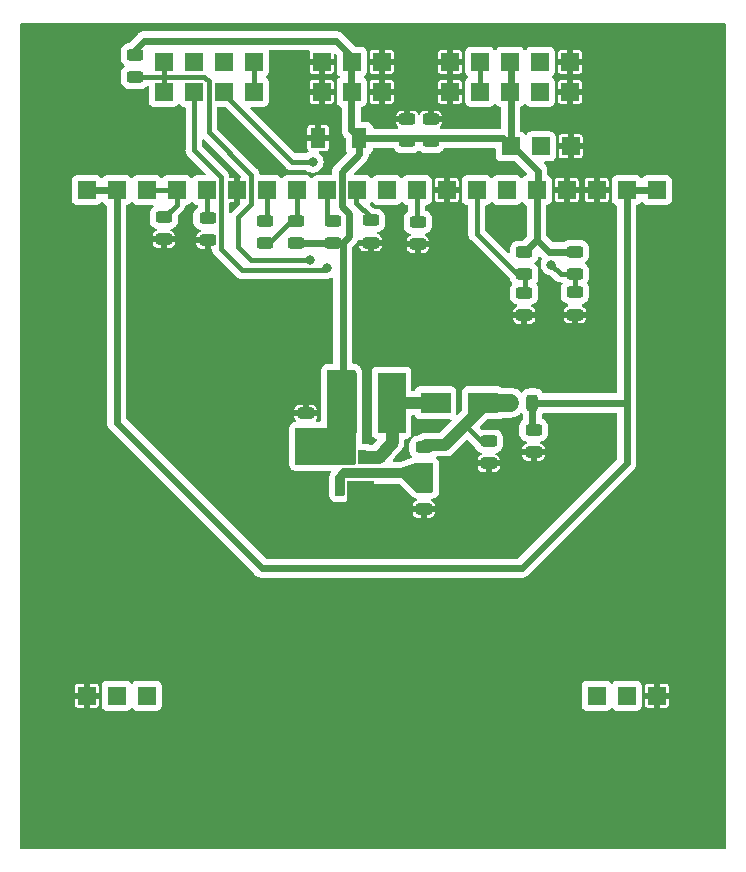
<source format=gbr>
%TF.GenerationSoftware,KiCad,Pcbnew,6.0.4-6f826c9f35~116~ubuntu20.04.1*%
%TF.CreationDate,2022-05-16T08:47:42+00:00*%
%TF.ProjectId,OLED01A,4f4c4544-3031-4412-9e6b-696361645f70,rev?*%
%TF.SameCoordinates,PX72ba1e0PY737d6e0*%
%TF.FileFunction,Copper,L2,Bot*%
%TF.FilePolarity,Positive*%
%FSLAX46Y46*%
G04 Gerber Fmt 4.6, Leading zero omitted, Abs format (unit mm)*
G04 Created by KiCad (PCBNEW 6.0.4-6f826c9f35~116~ubuntu20.04.1) date 2022-05-16 08:47:42*
%MOMM*%
%LPD*%
G01*
G04 APERTURE LIST*
G04 Aperture macros list*
%AMRoundRect*
0 Rectangle with rounded corners*
0 $1 Rounding radius*
0 $2 $3 $4 $5 $6 $7 $8 $9 X,Y pos of 4 corners*
0 Add a 4 corners polygon primitive as box body*
4,1,4,$2,$3,$4,$5,$6,$7,$8,$9,$2,$3,0*
0 Add four circle primitives for the rounded corners*
1,1,$1+$1,$2,$3*
1,1,$1+$1,$4,$5*
1,1,$1+$1,$6,$7*
1,1,$1+$1,$8,$9*
0 Add four rect primitives between the rounded corners*
20,1,$1+$1,$2,$3,$4,$5,0*
20,1,$1+$1,$4,$5,$6,$7,0*
20,1,$1+$1,$6,$7,$8,$9,0*
20,1,$1+$1,$8,$9,$2,$3,0*%
G04 Aperture macros list end*
%TA.AperFunction,ComponentPad*%
%ADD10C,6.000000*%
%TD*%
%TA.AperFunction,ComponentPad*%
%ADD11R,1.524000X1.524000*%
%TD*%
%TA.AperFunction,SMDPad,CuDef*%
%ADD12R,2.350000X5.100000*%
%TD*%
%TA.AperFunction,SMDPad,CuDef*%
%ADD13RoundRect,0.243750X-0.456250X0.243750X-0.456250X-0.243750X0.456250X-0.243750X0.456250X0.243750X0*%
%TD*%
%TA.AperFunction,SMDPad,CuDef*%
%ADD14R,0.650000X1.220000*%
%TD*%
%TA.AperFunction,SMDPad,CuDef*%
%ADD15R,1.300000X1.700000*%
%TD*%
%TA.AperFunction,SMDPad,CuDef*%
%ADD16RoundRect,0.243750X0.456250X-0.243750X0.456250X0.243750X-0.456250X0.243750X-0.456250X-0.243750X0*%
%TD*%
%TA.AperFunction,SMDPad,CuDef*%
%ADD17R,2.500000X1.800000*%
%TD*%
%TA.AperFunction,SMDPad,CuDef*%
%ADD18RoundRect,0.243750X-0.243750X-0.456250X0.243750X-0.456250X0.243750X0.456250X-0.243750X0.456250X0*%
%TD*%
%TA.AperFunction,ViaPad*%
%ADD19C,0.800000*%
%TD*%
%TA.AperFunction,Conductor*%
%ADD20C,1.100000*%
%TD*%
%TA.AperFunction,Conductor*%
%ADD21C,1.000000*%
%TD*%
%TA.AperFunction,Conductor*%
%ADD22C,0.600000*%
%TD*%
%TA.AperFunction,Conductor*%
%ADD23C,0.400000*%
%TD*%
%TA.AperFunction,Conductor*%
%ADD24C,1.500000*%
%TD*%
G04 APERTURE END LIST*
D10*
%TO.P,H2,1,1*%
%TO.N,GND*%
X50800000Y0D03*
%TD*%
%TO.P,H4,1,1*%
%TO.N,GND*%
X0Y0D03*
%TD*%
D11*
%TO.P,J4,1*%
%TO.N,GND*%
X31920000Y59630000D03*
%TO.P,J4,2*%
X31920000Y62170000D03*
%TO.P,J4,3*%
%TO.N,/D1*%
X34460000Y59630000D03*
%TO.P,J4,4*%
X34460000Y62170000D03*
%TO.P,J4,5*%
%TO.N,+3V3*%
X37000000Y59630000D03*
%TO.P,J4,6*%
X37000000Y62170000D03*
%TO.P,J4,7*%
%TO.N,/CLK*%
X39540000Y59630000D03*
%TO.P,J4,8*%
X39540000Y62170000D03*
%TO.P,J4,9*%
%TO.N,GND*%
X42080000Y59630000D03*
%TO.P,J4,10*%
X42080000Y62170000D03*
%TD*%
%TO.P,J3,1*%
%TO.N,+3V3*%
X37060000Y55000000D03*
%TO.P,J3,2*%
%TO.N,/DC*%
X39600000Y55000000D03*
%TO.P,J3,3*%
%TO.N,GND*%
X42140000Y55000000D03*
%TD*%
%TO.P,J2,1*%
%TO.N,/D1*%
X15310000Y62170000D03*
%TO.P,J2,2*%
X15310000Y59630000D03*
%TO.P,J2,3*%
%TO.N,/CLK*%
X12770000Y62170000D03*
%TO.P,J2,4*%
X12770000Y59630000D03*
%TO.P,J2,5*%
%TO.N,/#CS*%
X10230000Y62170000D03*
%TO.P,J2,6*%
X10230000Y59630000D03*
%TO.P,J2,7*%
%TO.N,/#RES*%
X7690000Y62170000D03*
%TO.P,J2,8*%
X7690000Y59630000D03*
%TD*%
D10*
%TO.P,H3,1,1*%
%TO.N,GND*%
X0Y60960000D03*
%TD*%
%TO.P,H1,1,1*%
%TO.N,GND*%
X50800000Y60960000D03*
%TD*%
D11*
%TO.P,DISP1,1,ESD_GND*%
%TO.N,GND*%
X1170000Y8500000D03*
%TO.P,DISP1,2*%
%TO.N,unconnected-(DISP1-Pad2)*%
X3710000Y8500000D03*
%TO.P,DISP1,3*%
%TO.N,unconnected-(DISP1-Pad3)*%
X6250000Y8500000D03*
%TO.P,DISP1,18*%
%TO.N,unconnected-(DISP1-Pad18)*%
X44350000Y8500000D03*
%TO.P,DISP1,19*%
%TO.N,unconnected-(DISP1-Pad19)*%
X46890000Y8500000D03*
%TO.P,DISP1,20,ESD_GND*%
%TO.N,GND*%
X49430000Y8500000D03*
%TO.P,DISP1,21,VCC*%
%TO.N,+12V*%
X49420000Y51300000D03*
%TO.P,DISP1,22,VCC*%
X46880000Y51300000D03*
%TO.P,DISP1,23,GND*%
%TO.N,GND*%
X44340000Y51300000D03*
%TO.P,DISP1,24,GND*%
X41800000Y51300000D03*
%TO.P,DISP1,25,VDD*%
%TO.N,+3V3*%
X39260000Y51300000D03*
%TO.P,DISP1,26,BS0*%
%TO.N,/BS0*%
X36720000Y51300000D03*
%TO.P,DISP1,27,BS1*%
%TO.N,/BS1*%
X34180000Y51300000D03*
%TO.P,DISP1,28,GND*%
%TO.N,GND*%
X31640000Y51300000D03*
%TO.P,DISP1,29,#CS*%
%TO.N,/#CS*%
X29100000Y51300000D03*
%TO.P,DISP1,30,#RES*%
%TO.N,/#RES*%
X26560000Y51300000D03*
%TO.P,DISP1,31,D/C*%
%TO.N,/DC*%
X24020000Y51300000D03*
%TO.P,DISP1,32,D0*%
%TO.N,/CLK*%
X21480000Y51300000D03*
%TO.P,DISP1,33,D1*%
%TO.N,/D1*%
X18940000Y51300000D03*
%TO.P,DISP1,34,D2*%
%TO.N,/D2*%
X16400000Y51300000D03*
%TO.P,DISP1,35,GND*%
%TO.N,GND*%
X13860000Y51300000D03*
%TO.P,DISP1,36,IRef*%
%TO.N,Net-(DISP1-Pad36)*%
X11320000Y51300000D03*
%TO.P,DISP1,37,VCOMH*%
%TO.N,Net-(C4-Pad1)*%
X8780000Y51300000D03*
%TO.P,DISP1,38,VCOMH*%
X6240000Y51300000D03*
%TO.P,DISP1,39,VCC*%
%TO.N,+12V*%
X3700000Y51300000D03*
%TO.P,DISP1,40,VCC*%
X1160000Y51300000D03*
%TD*%
%TO.P,J1,1*%
%TO.N,GND*%
X26140000Y62170000D03*
%TO.P,J1,2*%
X26140000Y59630000D03*
%TO.P,J1,3*%
%TO.N,+3V3*%
X23600000Y62170000D03*
%TO.P,J1,4*%
X23600000Y59630000D03*
%TO.P,J1,5*%
%TO.N,GND*%
X21060000Y62170000D03*
%TO.P,J1,6*%
X21060000Y59630000D03*
%TD*%
D12*
%TO.P,L1,1*%
%TO.N,+3V3*%
X22825000Y33300000D03*
%TO.P,L1,2*%
%TO.N,Net-(D1-Pad2)*%
X26975000Y33300000D03*
%TD*%
D13*
%TO.P,R10,1*%
%TO.N,/D2*%
X16300000Y48700000D03*
%TO.P,R10,2*%
%TO.N,/D1*%
X16300000Y46825000D03*
%TD*%
%TO.P,R2,1*%
%TO.N,/BS0*%
X42500000Y42637500D03*
%TO.P,R2,2*%
%TO.N,GND*%
X42500000Y40762500D03*
%TD*%
D14*
%TO.P,U1,1,PGND*%
%TO.N,GND*%
X24499659Y26066353D03*
%TO.P,U1,2,GND*%
X23549659Y26066353D03*
%TO.P,U1,3,FB*%
%TO.N,/B_FB*%
X22599659Y26066353D03*
%TO.P,U1,4,SHDN*%
%TO.N,+3V3*%
X22599659Y28686353D03*
%TO.P,U1,5,VCC*%
X23549659Y28686353D03*
%TO.P,U1,6,LX*%
%TO.N,Net-(D1-Pad2)*%
X24499659Y28686353D03*
%TD*%
D13*
%TO.P,R7,1*%
%TO.N,Net-(DISP1-Pad36)*%
X11400000Y48937500D03*
%TO.P,R7,2*%
%TO.N,GND*%
X11400000Y47062500D03*
%TD*%
%TO.P,R3,1*%
%TO.N,+3V3*%
X38200000Y46037500D03*
%TO.P,R3,2*%
%TO.N,/BS1*%
X38200000Y44162500D03*
%TD*%
D15*
%TO.P,D2,1,K*%
%TO.N,+3V3*%
X24250000Y55700000D03*
%TO.P,D2,2,A*%
%TO.N,GND*%
X20750000Y55700000D03*
%TD*%
D16*
%TO.P,C3,1*%
%TO.N,+3V3*%
X30300000Y55425000D03*
%TO.P,C3,2*%
%TO.N,GND*%
X30300000Y57300000D03*
%TD*%
%TO.P,R13,1*%
%TO.N,+3V3*%
X18900000Y46825000D03*
%TO.P,R13,2*%
%TO.N,/D1*%
X18900000Y48700000D03*
%TD*%
D17*
%TO.P,D1,1,K*%
%TO.N,Net-(C2-Pad1)*%
X34700000Y33300000D03*
%TO.P,D1,2,A*%
%TO.N,Net-(D1-Pad2)*%
X30700000Y33300000D03*
%TD*%
D13*
%TO.P,R5,1*%
%TO.N,Net-(C2-Pad1)*%
X29700000Y29537500D03*
%TO.P,R5,2*%
%TO.N,/B_FB*%
X29700000Y27662500D03*
%TD*%
%TO.P,C5,1*%
%TO.N,+12V*%
X39000000Y31000000D03*
%TO.P,C5,2*%
%TO.N,GND*%
X39000000Y29125000D03*
%TD*%
%TO.P,R9,1*%
%TO.N,+3V3*%
X5250000Y62750000D03*
%TO.P,R9,2*%
%TO.N,/#RES*%
X5250000Y60875000D03*
%TD*%
%TO.P,R1,1*%
%TO.N,+3V3*%
X42500000Y46075000D03*
%TO.P,R1,2*%
%TO.N,/BS0*%
X42500000Y44200000D03*
%TD*%
%TO.P,C4,1*%
%TO.N,Net-(C4-Pad1)*%
X7700000Y49000000D03*
%TO.P,C4,2*%
%TO.N,GND*%
X7700000Y47125000D03*
%TD*%
%TO.P,R11,1*%
%TO.N,/#CS*%
X29200000Y48600000D03*
%TO.P,R11,2*%
%TO.N,GND*%
X29200000Y46725000D03*
%TD*%
%TO.P,R4,1*%
%TO.N,/BS1*%
X38200000Y42600000D03*
%TO.P,R4,2*%
%TO.N,GND*%
X38200000Y40725000D03*
%TD*%
%TO.P,R6,1*%
%TO.N,/B_FB*%
X29700000Y26175000D03*
%TO.P,R6,2*%
%TO.N,GND*%
X29700000Y24300000D03*
%TD*%
%TO.P,R12,1*%
%TO.N,/DC*%
X25200000Y48737500D03*
%TO.P,R12,2*%
%TO.N,GND*%
X25200000Y46862500D03*
%TD*%
D16*
%TO.P,R14,1*%
%TO.N,+3V3*%
X22000000Y46825000D03*
%TO.P,R14,2*%
%TO.N,/CLK*%
X22000000Y48700000D03*
%TD*%
%TO.P,C6,1*%
%TO.N,+3V3*%
X28300000Y55425000D03*
%TO.P,C6,2*%
%TO.N,GND*%
X28300000Y57300000D03*
%TD*%
D18*
%TO.P,R8,1*%
%TO.N,Net-(C2-Pad1)*%
X37025000Y33300000D03*
%TO.P,R8,2*%
%TO.N,+12V*%
X38900000Y33300000D03*
%TD*%
D13*
%TO.P,C2,1*%
%TO.N,Net-(C2-Pad1)*%
X35200000Y30037500D03*
%TO.P,C2,2*%
%TO.N,GND*%
X35200000Y28162500D03*
%TD*%
D16*
%TO.P,C1,1*%
%TO.N,+3V3*%
X19700000Y30525000D03*
%TO.P,C1,2*%
%TO.N,GND*%
X19700000Y32400000D03*
%TD*%
D19*
%TO.N,GND*%
X14200000Y55400000D03*
X8800000Y55700000D03*
X20000000Y38000000D03*
X26000000Y38000000D03*
X25000000Y38000000D03*
X23400000Y20600000D03*
X8800000Y54700000D03*
X41900000Y31600000D03*
X29500000Y31200000D03*
X5000000Y48800000D03*
X27100000Y38000000D03*
X15100000Y54600000D03*
X22200000Y17800000D03*
X43100000Y31600000D03*
X21100000Y38000000D03*
X44300000Y31600000D03*
X41900000Y35000000D03*
X27500000Y25900000D03*
X35400000Y49300000D03*
X23400000Y17800000D03*
X44300000Y35000000D03*
X22200000Y20600000D03*
X26500000Y25900000D03*
X5900000Y48700000D03*
X43100000Y35000000D03*
X24900000Y30400000D03*
%TO.N,/BS0*%
X40500000Y45000000D03*
%TO.N,/#CS*%
X21500000Y44700000D03*
%TO.N,/#RES*%
X20100000Y45400000D03*
%TO.N,/CLK*%
X20300000Y53700000D03*
%TD*%
D20*
%TO.N,Net-(D1-Pad2)*%
X25900000Y28700000D02*
X24900000Y28700000D01*
X27000000Y30000000D02*
X25900000Y28700000D01*
X26975000Y33300000D02*
X27000000Y30000000D01*
D21*
X30700000Y33300000D02*
X26975000Y33300000D01*
D22*
%TO.N,+3V3*%
X18900000Y46825000D02*
X22000000Y46825000D01*
X37300000Y55000000D02*
X39360000Y52940000D01*
X22758489Y49941511D02*
X23400000Y49300000D01*
X42500000Y46075000D02*
X40282500Y46075000D01*
X23560000Y62100000D02*
X23560000Y59560000D01*
X37075000Y55000000D02*
X36375000Y55700000D01*
X22825000Y46825000D02*
X22000000Y46825000D01*
X23400000Y49300000D02*
X23400000Y47400000D01*
X23560000Y62665000D02*
X23560000Y62100000D01*
X23560000Y56390000D02*
X24250000Y55700000D01*
X23560000Y59560000D02*
X23560000Y56390000D01*
X37055000Y61290000D02*
X37055000Y55270000D01*
X5250000Y62750000D02*
X5250000Y63150000D01*
X39360000Y52940000D02*
X39360000Y51880000D01*
X24250000Y54350000D02*
X22758489Y52858489D01*
X39260000Y47097500D02*
X38200000Y46037500D01*
X5250000Y63150000D02*
X6050000Y63950000D01*
X23400000Y47400000D02*
X22825000Y46825000D01*
X24250000Y55700000D02*
X24250000Y54350000D01*
X37075000Y55000000D02*
X37300000Y55000000D01*
X37055000Y55270000D02*
X37075000Y55250000D01*
X22758489Y52858489D02*
X22758489Y49941511D01*
X39260000Y51300000D02*
X39260000Y47097500D01*
X6050000Y63950000D02*
X22275000Y63950000D01*
X22275000Y63950000D02*
X23560000Y62665000D01*
X22825000Y46825000D02*
X22825000Y33300000D01*
X40282500Y46075000D02*
X39260000Y47097500D01*
X36375000Y55700000D02*
X24250000Y55700000D01*
D21*
%TO.N,Net-(C2-Pad1)*%
X34700000Y32962500D02*
X33168750Y31431250D01*
X31500000Y29762500D02*
X29925000Y29762500D01*
D23*
X34700000Y33300000D02*
X34700000Y32962500D01*
X35200000Y30037500D02*
X34562500Y30037500D01*
D24*
X34700000Y33300000D02*
X37000000Y33300000D01*
D21*
X33168750Y31431250D02*
X31500000Y29762500D01*
X29925000Y29762500D02*
X29700000Y29537500D01*
D23*
X34562500Y30037500D02*
X33168750Y31431250D01*
D22*
%TO.N,+12V*%
X38900000Y33300000D02*
X38900000Y31100000D01*
X46880000Y33280000D02*
X38920000Y33280000D01*
X3700000Y31600000D02*
X16000000Y19300000D01*
X3700000Y51300000D02*
X3700000Y31600000D01*
X38000000Y19300000D02*
X46880000Y28180000D01*
X38920000Y33280000D02*
X38900000Y33300000D01*
X46880000Y33280000D02*
X46880000Y51300000D01*
X46880000Y28180000D02*
X46880000Y33280000D01*
X46880000Y51300000D02*
X49420000Y51300000D01*
X38900000Y31100000D02*
X39000000Y31000000D01*
X16000000Y19300000D02*
X38000000Y19300000D01*
X3700000Y51300000D02*
X1160000Y51300000D01*
D23*
%TO.N,/BS0*%
X41300000Y44200000D02*
X42500000Y44200000D01*
X40500000Y45000000D02*
X41300000Y44200000D01*
X42500000Y42637500D02*
X42500000Y44200000D01*
%TO.N,/BS1*%
X34180000Y47620000D02*
X34180000Y51300000D01*
X38275000Y44087500D02*
X38200000Y44162500D01*
X38200000Y44162500D02*
X37637500Y44162500D01*
X37637500Y44162500D02*
X34180000Y47620000D01*
X38275000Y42700000D02*
X38275000Y44087500D01*
%TO.N,/#CS*%
X29100000Y48700000D02*
X29200000Y48600000D01*
X12499520Y46300480D02*
X12499520Y52443502D01*
X21300000Y44500000D02*
X14300000Y44500000D01*
X12499520Y52443502D02*
X10240000Y54703022D01*
X21500000Y44700000D02*
X21300000Y44500000D01*
X29100000Y51300000D02*
X29100000Y48700000D01*
X10240000Y54703022D02*
X10240000Y59460000D01*
X14300000Y44500000D02*
X12499520Y46300480D01*
%TO.N,/#RES*%
X7875000Y60875000D02*
X7690000Y60690000D01*
X14000000Y49000000D02*
X15100000Y50100000D01*
X11489511Y60510489D02*
X11125000Y60875000D01*
X7690000Y62170000D02*
X7690000Y60690000D01*
X15100000Y45400000D02*
X14000000Y46500000D01*
X8225000Y60875000D02*
X7875000Y60875000D01*
X8225000Y60875000D02*
X5250000Y60875000D01*
X14000000Y46500000D02*
X14000000Y49000000D01*
X15100000Y52600000D02*
X11489511Y56210489D01*
X15100000Y50100000D02*
X15100000Y52600000D01*
X11489511Y56210489D02*
X11489511Y60510489D01*
X7690000Y60690000D02*
X7690000Y59630000D01*
X20100000Y45400000D02*
X15100000Y45400000D01*
X11125000Y60875000D02*
X8225000Y60875000D01*
%TO.N,/DC*%
X24000000Y51280000D02*
X24020000Y51300000D01*
X24000000Y50200000D02*
X24000000Y51280000D01*
X25200000Y49000000D02*
X24000000Y50200000D01*
X25200000Y48737500D02*
X25200000Y49000000D01*
%TO.N,/D2*%
X16400000Y51300000D02*
X16400000Y48800000D01*
X16400000Y48800000D02*
X16300000Y48700000D01*
%TO.N,Net-(DISP1-Pad36)*%
X11320000Y51300000D02*
X11320000Y49017500D01*
X11320000Y49017500D02*
X11400000Y48937500D01*
%TO.N,Net-(C4-Pad1)*%
X8780000Y51300000D02*
X6240000Y51300000D01*
X8780000Y50080000D02*
X7700000Y49000000D01*
X8780000Y51300000D02*
X8780000Y50080000D01*
%TO.N,/CLK*%
X20300000Y53700000D02*
X18540000Y53700000D01*
X21480000Y51300000D02*
X21480000Y49220000D01*
X18540000Y53700000D02*
X12780000Y59460000D01*
X21480000Y49220000D02*
X22000000Y48700000D01*
%TO.N,/D1*%
X16625000Y46825000D02*
X18500000Y48700000D01*
X15320000Y62000000D02*
X15320000Y59460000D01*
X18940000Y51300000D02*
X18940000Y48740000D01*
X18500000Y48700000D02*
X18900000Y48700000D01*
X34490000Y62115000D02*
X34490000Y59575000D01*
X18940000Y48740000D02*
X18900000Y48700000D01*
X16300000Y46825000D02*
X16625000Y46825000D01*
%TD*%
%TA.AperFunction,Conductor*%
%TO.N,GND*%
G36*
X55231191Y65413093D02*
G01*
X55267155Y65363593D01*
X55272000Y65333000D01*
X55272000Y-4373000D01*
X55253093Y-4431191D01*
X55203593Y-4467155D01*
X55173000Y-4472000D01*
X-4373000Y-4472000D01*
X-4431191Y-4453093D01*
X-4467155Y-4403593D01*
X-4472000Y-4373000D01*
X-4472000Y7718234D01*
X158000Y7718234D01*
X158948Y7708612D01*
X170603Y7650017D01*
X177922Y7632349D01*
X222341Y7565870D01*
X235870Y7552341D01*
X302349Y7507922D01*
X320017Y7500603D01*
X378612Y7488948D01*
X388234Y7488000D01*
X900320Y7488000D01*
X913005Y7492122D01*
X916000Y7496243D01*
X916000Y7503680D01*
X1424000Y7503680D01*
X1428122Y7490995D01*
X1432243Y7488000D01*
X1951766Y7488000D01*
X1961388Y7488948D01*
X2019983Y7500603D01*
X2037651Y7507922D01*
X2104130Y7552341D01*
X2117659Y7565870D01*
X2162078Y7632349D01*
X2169397Y7650017D01*
X2177323Y7689866D01*
X2439500Y7689866D01*
X2446255Y7627684D01*
X2448435Y7621869D01*
X2493896Y7500603D01*
X2497385Y7491295D01*
X2584739Y7374739D01*
X2701295Y7287385D01*
X2837684Y7236255D01*
X2843856Y7235585D01*
X2843858Y7235584D01*
X2879837Y7231676D01*
X2899866Y7229500D01*
X4520134Y7229500D01*
X4540163Y7231676D01*
X4576142Y7235584D01*
X4576144Y7235585D01*
X4582316Y7236255D01*
X4718705Y7287385D01*
X4835261Y7374739D01*
X4839491Y7380383D01*
X4839495Y7380387D01*
X4900780Y7462159D01*
X4950808Y7497384D01*
X5011986Y7496476D01*
X5059220Y7462159D01*
X5120505Y7380387D01*
X5120509Y7380383D01*
X5124739Y7374739D01*
X5241295Y7287385D01*
X5377684Y7236255D01*
X5383856Y7235585D01*
X5383858Y7235584D01*
X5419837Y7231676D01*
X5439866Y7229500D01*
X7060134Y7229500D01*
X7080163Y7231676D01*
X7116142Y7235584D01*
X7116144Y7235585D01*
X7122316Y7236255D01*
X7258705Y7287385D01*
X7375261Y7374739D01*
X7462615Y7491295D01*
X7466105Y7500603D01*
X7511565Y7621869D01*
X7513745Y7627684D01*
X7520500Y7689866D01*
X43079500Y7689866D01*
X43086255Y7627684D01*
X43088435Y7621869D01*
X43133896Y7500603D01*
X43137385Y7491295D01*
X43224739Y7374739D01*
X43341295Y7287385D01*
X43477684Y7236255D01*
X43483856Y7235585D01*
X43483858Y7235584D01*
X43519837Y7231676D01*
X43539866Y7229500D01*
X45160134Y7229500D01*
X45180163Y7231676D01*
X45216142Y7235584D01*
X45216144Y7235585D01*
X45222316Y7236255D01*
X45358705Y7287385D01*
X45475261Y7374739D01*
X45479491Y7380383D01*
X45479495Y7380387D01*
X45540780Y7462159D01*
X45590808Y7497384D01*
X45651986Y7496476D01*
X45699220Y7462159D01*
X45760505Y7380387D01*
X45760509Y7380383D01*
X45764739Y7374739D01*
X45881295Y7287385D01*
X46017684Y7236255D01*
X46023856Y7235585D01*
X46023858Y7235584D01*
X46059837Y7231676D01*
X46079866Y7229500D01*
X47700134Y7229500D01*
X47720163Y7231676D01*
X47756142Y7235584D01*
X47756144Y7235585D01*
X47762316Y7236255D01*
X47898705Y7287385D01*
X48015261Y7374739D01*
X48102615Y7491295D01*
X48106105Y7500603D01*
X48151565Y7621869D01*
X48153745Y7627684D01*
X48160500Y7689866D01*
X48160500Y7718234D01*
X48418000Y7718234D01*
X48418948Y7708612D01*
X48430603Y7650017D01*
X48437922Y7632349D01*
X48482341Y7565870D01*
X48495870Y7552341D01*
X48562349Y7507922D01*
X48580017Y7500603D01*
X48638612Y7488948D01*
X48648234Y7488000D01*
X49160320Y7488000D01*
X49173005Y7492122D01*
X49176000Y7496243D01*
X49176000Y7503680D01*
X49684000Y7503680D01*
X49688122Y7490995D01*
X49692243Y7488000D01*
X50211766Y7488000D01*
X50221388Y7488948D01*
X50279983Y7500603D01*
X50297651Y7507922D01*
X50364130Y7552341D01*
X50377659Y7565870D01*
X50422078Y7632349D01*
X50429397Y7650017D01*
X50441052Y7708612D01*
X50442000Y7718234D01*
X50442000Y8230320D01*
X50437878Y8243005D01*
X50433757Y8246000D01*
X49699680Y8246000D01*
X49686995Y8241878D01*
X49684000Y8237757D01*
X49684000Y7503680D01*
X49176000Y7503680D01*
X49176000Y8230320D01*
X49171878Y8243005D01*
X49167757Y8246000D01*
X48433680Y8246000D01*
X48420995Y8241878D01*
X48418000Y8237757D01*
X48418000Y7718234D01*
X48160500Y7718234D01*
X48160500Y8769680D01*
X48418000Y8769680D01*
X48422122Y8756995D01*
X48426243Y8754000D01*
X49160320Y8754000D01*
X49173005Y8758122D01*
X49176000Y8762243D01*
X49176000Y8769680D01*
X49684000Y8769680D01*
X49688122Y8756995D01*
X49692243Y8754000D01*
X50426320Y8754000D01*
X50439005Y8758122D01*
X50442000Y8762243D01*
X50442000Y9281766D01*
X50441052Y9291388D01*
X50429397Y9349983D01*
X50422078Y9367651D01*
X50377659Y9434130D01*
X50364130Y9447659D01*
X50297651Y9492078D01*
X50279983Y9499397D01*
X50221388Y9511052D01*
X50211766Y9512000D01*
X49699680Y9512000D01*
X49686995Y9507878D01*
X49684000Y9503757D01*
X49684000Y8769680D01*
X49176000Y8769680D01*
X49176000Y9496320D01*
X49171878Y9509005D01*
X49167757Y9512000D01*
X48648234Y9512000D01*
X48638612Y9511052D01*
X48580017Y9499397D01*
X48562349Y9492078D01*
X48495870Y9447659D01*
X48482341Y9434130D01*
X48437922Y9367651D01*
X48430603Y9349983D01*
X48418948Y9291388D01*
X48418000Y9281766D01*
X48418000Y8769680D01*
X48160500Y8769680D01*
X48160500Y9310134D01*
X48153745Y9372316D01*
X48107258Y9496320D01*
X48105089Y9502106D01*
X48105089Y9502107D01*
X48102615Y9508705D01*
X48015261Y9625261D01*
X47898705Y9712615D01*
X47762316Y9763745D01*
X47756144Y9764415D01*
X47756142Y9764416D01*
X47720163Y9768324D01*
X47700134Y9770500D01*
X46079866Y9770500D01*
X46059837Y9768324D01*
X46023858Y9764416D01*
X46023856Y9764415D01*
X46017684Y9763745D01*
X45881295Y9712615D01*
X45764739Y9625261D01*
X45760509Y9619617D01*
X45760505Y9619613D01*
X45699220Y9537841D01*
X45649192Y9502616D01*
X45588014Y9503524D01*
X45540780Y9537841D01*
X45479495Y9619613D01*
X45479491Y9619617D01*
X45475261Y9625261D01*
X45358705Y9712615D01*
X45222316Y9763745D01*
X45216144Y9764415D01*
X45216142Y9764416D01*
X45180163Y9768324D01*
X45160134Y9770500D01*
X43539866Y9770500D01*
X43519837Y9768324D01*
X43483858Y9764416D01*
X43483856Y9764415D01*
X43477684Y9763745D01*
X43341295Y9712615D01*
X43224739Y9625261D01*
X43137385Y9508705D01*
X43134911Y9502107D01*
X43134911Y9502106D01*
X43132742Y9496320D01*
X43086255Y9372316D01*
X43079500Y9310134D01*
X43079500Y7689866D01*
X7520500Y7689866D01*
X7520500Y9310134D01*
X7513745Y9372316D01*
X7467258Y9496320D01*
X7465089Y9502106D01*
X7465089Y9502107D01*
X7462615Y9508705D01*
X7375261Y9625261D01*
X7258705Y9712615D01*
X7122316Y9763745D01*
X7116144Y9764415D01*
X7116142Y9764416D01*
X7080163Y9768324D01*
X7060134Y9770500D01*
X5439866Y9770500D01*
X5419837Y9768324D01*
X5383858Y9764416D01*
X5383856Y9764415D01*
X5377684Y9763745D01*
X5241295Y9712615D01*
X5124739Y9625261D01*
X5120509Y9619617D01*
X5120505Y9619613D01*
X5059220Y9537841D01*
X5009192Y9502616D01*
X4948014Y9503524D01*
X4900780Y9537841D01*
X4839495Y9619613D01*
X4839491Y9619617D01*
X4835261Y9625261D01*
X4718705Y9712615D01*
X4582316Y9763745D01*
X4576144Y9764415D01*
X4576142Y9764416D01*
X4540163Y9768324D01*
X4520134Y9770500D01*
X2899866Y9770500D01*
X2879837Y9768324D01*
X2843858Y9764416D01*
X2843856Y9764415D01*
X2837684Y9763745D01*
X2701295Y9712615D01*
X2584739Y9625261D01*
X2497385Y9508705D01*
X2494911Y9502107D01*
X2494911Y9502106D01*
X2492742Y9496320D01*
X2446255Y9372316D01*
X2439500Y9310134D01*
X2439500Y7689866D01*
X2177323Y7689866D01*
X2181052Y7708612D01*
X2182000Y7718234D01*
X2182000Y8230320D01*
X2177878Y8243005D01*
X2173757Y8246000D01*
X1439680Y8246000D01*
X1426995Y8241878D01*
X1424000Y8237757D01*
X1424000Y7503680D01*
X916000Y7503680D01*
X916000Y8230320D01*
X911878Y8243005D01*
X907757Y8246000D01*
X173680Y8246000D01*
X160995Y8241878D01*
X158000Y8237757D01*
X158000Y7718234D01*
X-4472000Y7718234D01*
X-4472000Y8769680D01*
X158000Y8769680D01*
X162122Y8756995D01*
X166243Y8754000D01*
X900320Y8754000D01*
X913005Y8758122D01*
X916000Y8762243D01*
X916000Y8769680D01*
X1424000Y8769680D01*
X1428122Y8756995D01*
X1432243Y8754000D01*
X2166320Y8754000D01*
X2179005Y8758122D01*
X2182000Y8762243D01*
X2182000Y9281766D01*
X2181052Y9291388D01*
X2169397Y9349983D01*
X2162078Y9367651D01*
X2117659Y9434130D01*
X2104130Y9447659D01*
X2037651Y9492078D01*
X2019983Y9499397D01*
X1961388Y9511052D01*
X1951766Y9512000D01*
X1439680Y9512000D01*
X1426995Y9507878D01*
X1424000Y9503757D01*
X1424000Y8769680D01*
X916000Y8769680D01*
X916000Y9496320D01*
X911878Y9509005D01*
X907757Y9512000D01*
X388234Y9512000D01*
X378612Y9511052D01*
X320017Y9499397D01*
X302349Y9492078D01*
X235870Y9447659D01*
X222341Y9434130D01*
X177922Y9367651D01*
X170603Y9349983D01*
X158948Y9291388D01*
X158000Y9281766D01*
X158000Y8769680D01*
X-4472000Y8769680D01*
X-4472000Y50489866D01*
X-110500Y50489866D01*
X-103745Y50427684D01*
X-101565Y50421869D01*
X-56104Y50300603D01*
X-52615Y50291295D01*
X34739Y50174739D01*
X151295Y50087385D01*
X157893Y50084911D01*
X157894Y50084911D01*
X212591Y50064406D01*
X287684Y50036255D01*
X293856Y50035585D01*
X293858Y50035584D01*
X329837Y50031676D01*
X349866Y50029500D01*
X1970134Y50029500D01*
X1990163Y50031676D01*
X2026142Y50035584D01*
X2026144Y50035585D01*
X2032316Y50036255D01*
X2107409Y50064406D01*
X2162106Y50084911D01*
X2162107Y50084911D01*
X2168705Y50087385D01*
X2285261Y50174739D01*
X2289491Y50180383D01*
X2289495Y50180387D01*
X2350780Y50262159D01*
X2400808Y50297384D01*
X2461986Y50296476D01*
X2509220Y50262159D01*
X2570505Y50180387D01*
X2570509Y50180383D01*
X2574739Y50174739D01*
X2691295Y50087385D01*
X2697893Y50084911D01*
X2697894Y50084911D01*
X2827252Y50036417D01*
X2875103Y49998286D01*
X2891500Y49943717D01*
X2891500Y31609122D01*
X2891495Y31608085D01*
X2890549Y31517779D01*
X2899999Y31474073D01*
X2901618Y31464189D01*
X2906603Y31419745D01*
X2908422Y31414522D01*
X2908423Y31414517D01*
X2918174Y31386516D01*
X2921445Y31374881D01*
X2928881Y31340490D01*
X2931220Y31335474D01*
X2931221Y31335471D01*
X2947781Y31299958D01*
X2951549Y31290677D01*
X2966255Y31248448D01*
X2984907Y31218598D01*
X2990663Y31207996D01*
X3005538Y31176098D01*
X3008930Y31171725D01*
X3008932Y31171722D01*
X3032939Y31140774D01*
X3038673Y31132555D01*
X3059442Y31099315D01*
X3059446Y31099310D01*
X3062374Y31094624D01*
X3066272Y31090699D01*
X3090891Y31065906D01*
X3091587Y31065162D01*
X3092078Y31064530D01*
X3118068Y31038540D01*
X3190185Y30965918D01*
X3191198Y30965275D01*
X3192509Y30964099D01*
X15421918Y18734690D01*
X15422647Y18733953D01*
X15485771Y18669493D01*
X15496818Y18662374D01*
X15523353Y18645273D01*
X15531487Y18639429D01*
X15566443Y18611524D01*
X15571423Y18609117D01*
X15571424Y18609116D01*
X15598124Y18596209D01*
X15608667Y18590293D01*
X15638238Y18571235D01*
X15680260Y18555940D01*
X15689481Y18552045D01*
X15729749Y18532579D01*
X15764045Y18524661D01*
X15775618Y18521232D01*
X15803481Y18511090D01*
X15803490Y18511088D01*
X15808685Y18509197D01*
X15814175Y18508503D01*
X15814177Y18508503D01*
X15853040Y18503594D01*
X15862903Y18501837D01*
X15901086Y18493021D01*
X15901091Y18493020D01*
X15906485Y18491775D01*
X15946983Y18491634D01*
X15947969Y18491601D01*
X15948769Y18491500D01*
X15985352Y18491500D01*
X15985697Y18491499D01*
X16087870Y18491143D01*
X16089040Y18491405D01*
X16090802Y18491500D01*
X37990878Y18491500D01*
X37991916Y18491495D01*
X38082221Y18490549D01*
X38125936Y18500001D01*
X38135811Y18501618D01*
X38153431Y18503594D01*
X38174757Y18505986D01*
X38174759Y18505987D01*
X38180255Y18506603D01*
X38185478Y18508422D01*
X38185483Y18508423D01*
X38213484Y18518174D01*
X38225119Y18521445D01*
X38254096Y18527710D01*
X38254099Y18527711D01*
X38259510Y18528881D01*
X38264526Y18531220D01*
X38264529Y18531221D01*
X38300042Y18547781D01*
X38309323Y18551549D01*
X38321935Y18555941D01*
X38351552Y18566255D01*
X38381402Y18584907D01*
X38392004Y18590663D01*
X38423902Y18605538D01*
X38428275Y18608930D01*
X38428278Y18608932D01*
X38442579Y18620026D01*
X38459232Y18632943D01*
X38467445Y18638673D01*
X38500685Y18659442D01*
X38500690Y18659446D01*
X38505376Y18662374D01*
X38517032Y18673949D01*
X38534094Y18690891D01*
X38534838Y18691587D01*
X38535470Y18692078D01*
X38561460Y18718068D01*
X38578199Y18734690D01*
X38631646Y18787766D01*
X38634082Y18790185D01*
X38634725Y18791198D01*
X38635901Y18792509D01*
X47445310Y27601918D01*
X47446047Y27602647D01*
X47506554Y27661900D01*
X47510507Y27665771D01*
X47534727Y27703353D01*
X47540572Y27711488D01*
X47565023Y27742117D01*
X47565024Y27742119D01*
X47568476Y27746443D01*
X47583794Y27778129D01*
X47589705Y27788662D01*
X47605769Y27813589D01*
X47608765Y27818238D01*
X47624058Y27860256D01*
X47627957Y27869484D01*
X47645011Y27904762D01*
X47645012Y27904765D01*
X47647421Y27909748D01*
X47655339Y27944046D01*
X47658768Y27955618D01*
X47668909Y27983480D01*
X47668910Y27983484D01*
X47670803Y27988685D01*
X47676408Y28033052D01*
X47678164Y28042913D01*
X47688224Y28086485D01*
X47688365Y28126966D01*
X47688398Y28127965D01*
X47688500Y28128769D01*
X47688500Y28165572D01*
X47688857Y28267870D01*
X47688595Y28269040D01*
X47688500Y28270802D01*
X47688500Y33225699D01*
X47689196Y33237421D01*
X47692941Y33268824D01*
X47692941Y33268827D01*
X47693596Y33274320D01*
X47689042Y33317648D01*
X47688500Y33327996D01*
X47688500Y49943717D01*
X47707407Y50001908D01*
X47752748Y50036417D01*
X47882106Y50084911D01*
X47882107Y50084911D01*
X47888705Y50087385D01*
X48005261Y50174739D01*
X48009491Y50180383D01*
X48009495Y50180387D01*
X48070780Y50262159D01*
X48120808Y50297384D01*
X48181986Y50296476D01*
X48229220Y50262159D01*
X48290505Y50180387D01*
X48290509Y50180383D01*
X48294739Y50174739D01*
X48411295Y50087385D01*
X48417893Y50084911D01*
X48417894Y50084911D01*
X48472591Y50064406D01*
X48547684Y50036255D01*
X48553856Y50035585D01*
X48553858Y50035584D01*
X48589837Y50031676D01*
X48609866Y50029500D01*
X50230134Y50029500D01*
X50250163Y50031676D01*
X50286142Y50035584D01*
X50286144Y50035585D01*
X50292316Y50036255D01*
X50367409Y50064406D01*
X50422106Y50084911D01*
X50422107Y50084911D01*
X50428705Y50087385D01*
X50545261Y50174739D01*
X50632615Y50291295D01*
X50636105Y50300603D01*
X50681565Y50421869D01*
X50683745Y50427684D01*
X50690500Y50489866D01*
X50690500Y52110134D01*
X50683745Y52172316D01*
X50637258Y52296320D01*
X50635089Y52302106D01*
X50635089Y52302107D01*
X50632615Y52308705D01*
X50545261Y52425261D01*
X50428705Y52512615D01*
X50336853Y52547049D01*
X50298131Y52561565D01*
X50292316Y52563745D01*
X50286144Y52564415D01*
X50286142Y52564416D01*
X50250163Y52568324D01*
X50230134Y52570500D01*
X48609866Y52570500D01*
X48589837Y52568324D01*
X48553858Y52564416D01*
X48553856Y52564415D01*
X48547684Y52563745D01*
X48541869Y52561565D01*
X48503148Y52547049D01*
X48411295Y52512615D01*
X48294739Y52425261D01*
X48290509Y52419617D01*
X48290505Y52419613D01*
X48229220Y52337841D01*
X48179192Y52302616D01*
X48118014Y52303524D01*
X48070780Y52337841D01*
X48009495Y52419613D01*
X48009491Y52419617D01*
X48005261Y52425261D01*
X47888705Y52512615D01*
X47796853Y52547049D01*
X47758131Y52561565D01*
X47752316Y52563745D01*
X47746144Y52564415D01*
X47746142Y52564416D01*
X47710163Y52568324D01*
X47690134Y52570500D01*
X46069866Y52570500D01*
X46049837Y52568324D01*
X46013858Y52564416D01*
X46013856Y52564415D01*
X46007684Y52563745D01*
X46001869Y52561565D01*
X45963148Y52547049D01*
X45871295Y52512615D01*
X45754739Y52425261D01*
X45667385Y52308705D01*
X45664911Y52302107D01*
X45664911Y52302106D01*
X45662742Y52296320D01*
X45616255Y52172316D01*
X45609500Y52110134D01*
X45609500Y50489866D01*
X45616255Y50427684D01*
X45618435Y50421869D01*
X45663896Y50300603D01*
X45667385Y50291295D01*
X45754739Y50174739D01*
X45871295Y50087385D01*
X45877893Y50084911D01*
X45877894Y50084911D01*
X46007252Y50036417D01*
X46055103Y49998286D01*
X46071500Y49943717D01*
X46071500Y34187500D01*
X46052593Y34129309D01*
X46003093Y34093345D01*
X45972500Y34088500D01*
X39877970Y34088500D01*
X39819779Y34107407D01*
X39793785Y34135405D01*
X39777879Y34161110D01*
X39737297Y34226689D01*
X39613153Y34350617D01*
X39463829Y34442661D01*
X39458372Y34444471D01*
X39458370Y34444472D01*
X39342817Y34482799D01*
X39297335Y34497885D01*
X39193731Y34508500D01*
X38902187Y34508500D01*
X38606270Y34508499D01*
X38501371Y34497616D01*
X38334974Y34442102D01*
X38330087Y34439078D01*
X38330083Y34439076D01*
X38229620Y34376907D01*
X38185811Y34349797D01*
X38061883Y34225653D01*
X38058866Y34220758D01*
X38049378Y34205366D01*
X38002748Y34165751D01*
X37941739Y34161110D01*
X37898477Y34184088D01*
X37886264Y34195201D01*
X37868711Y34216325D01*
X37865325Y34221796D01*
X37865323Y34221799D01*
X37862297Y34226689D01*
X37738153Y34350617D01*
X37588829Y34442661D01*
X37583372Y34444471D01*
X37583370Y34444472D01*
X37427468Y34496183D01*
X37427463Y34496184D01*
X37422335Y34497885D01*
X37398864Y34500290D01*
X37372032Y34506917D01*
X37369309Y34508011D01*
X37369310Y34508011D01*
X37365217Y34509656D01*
X37145233Y34555213D01*
X37088225Y34558500D01*
X36352596Y34558500D01*
X36293224Y34578279D01*
X36202347Y34646387D01*
X36202345Y34646388D01*
X36196705Y34650615D01*
X36060316Y34701745D01*
X36054144Y34702415D01*
X36054142Y34702416D01*
X36018163Y34706324D01*
X35998134Y34708500D01*
X33401866Y34708500D01*
X33381837Y34706324D01*
X33345858Y34702416D01*
X33345856Y34702415D01*
X33339684Y34701745D01*
X33203295Y34650615D01*
X33086739Y34563261D01*
X32999385Y34446705D01*
X32948255Y34310316D01*
X32941500Y34248134D01*
X32941500Y32671242D01*
X32922593Y32613051D01*
X32912504Y32601238D01*
X32627504Y32316238D01*
X32572987Y32288461D01*
X32512555Y32298032D01*
X32469290Y32341297D01*
X32458500Y32386242D01*
X32458500Y34248134D01*
X32451745Y34310316D01*
X32400615Y34446705D01*
X32313261Y34563261D01*
X32196705Y34650615D01*
X32060316Y34701745D01*
X32054144Y34702415D01*
X32054142Y34702416D01*
X32018163Y34706324D01*
X31998134Y34708500D01*
X29401866Y34708500D01*
X29381837Y34706324D01*
X29345858Y34702416D01*
X29345856Y34702415D01*
X29339684Y34701745D01*
X29203295Y34650615D01*
X29086739Y34563261D01*
X28999385Y34446705D01*
X28996910Y34440103D01*
X28971660Y34372749D01*
X28933530Y34324898D01*
X28878960Y34308500D01*
X28757500Y34308500D01*
X28699309Y34327407D01*
X28663345Y34376907D01*
X28658500Y34407500D01*
X28658500Y35898134D01*
X28651745Y35960316D01*
X28600615Y36096705D01*
X28513261Y36213261D01*
X28396705Y36300615D01*
X28353623Y36316766D01*
X28266131Y36349565D01*
X28260316Y36351745D01*
X28254144Y36352415D01*
X28254142Y36352416D01*
X28218163Y36356324D01*
X28198134Y36358500D01*
X25751866Y36358500D01*
X25731837Y36356324D01*
X25695858Y36352416D01*
X25695856Y36352415D01*
X25689684Y36351745D01*
X25683869Y36349565D01*
X25596378Y36316766D01*
X25553295Y36300615D01*
X25436739Y36213261D01*
X25349385Y36096705D01*
X25298255Y35960316D01*
X25291500Y35898134D01*
X25291500Y30701866D01*
X25291789Y30699207D01*
X25296541Y30655466D01*
X25298255Y30639684D01*
X25349385Y30503295D01*
X25436739Y30386739D01*
X25553295Y30299385D01*
X25573683Y30291742D01*
X25659637Y30259519D01*
X25707488Y30221388D01*
X25723787Y30162414D01*
X25700460Y30102871D01*
X25438728Y29793552D01*
X25386707Y29761343D01*
X25363153Y29758500D01*
X25058549Y29758500D01*
X25023797Y29764800D01*
X24940790Y29795918D01*
X24934975Y29798098D01*
X24928803Y29798768D01*
X24928801Y29798769D01*
X24892822Y29802677D01*
X24872793Y29804853D01*
X24538589Y29804853D01*
X24480398Y29823760D01*
X24444434Y29873260D01*
X24439589Y29903853D01*
X24439589Y30459911D01*
X24450682Y30503270D01*
X24450615Y30503295D01*
X24450845Y30503908D01*
X24450845Y30503910D01*
X24501745Y30639684D01*
X24503460Y30655466D01*
X24508211Y30699207D01*
X24508500Y30701866D01*
X24508500Y35898134D01*
X24501745Y35960316D01*
X24450615Y36096705D01*
X24421572Y36135457D01*
X24406861Y36163562D01*
X24384249Y36231501D01*
X24382295Y36237372D01*
X24304123Y36359010D01*
X24291137Y36373997D01*
X24259946Y36409994D01*
X24259941Y36409999D01*
X24257630Y36412666D01*
X24245274Y36423373D01*
X24153705Y36502719D01*
X24153702Y36502721D01*
X24148354Y36507355D01*
X24127982Y36516658D01*
X24020039Y36565955D01*
X24020034Y36565957D01*
X24016828Y36567421D01*
X23948707Y36587423D01*
X23805588Y36608000D01*
X23732500Y36608000D01*
X23674309Y36626907D01*
X23638345Y36676407D01*
X23633500Y36707000D01*
X23633500Y40437191D01*
X37250001Y40437191D01*
X37250290Y40431851D01*
X37255889Y40380306D01*
X37258738Y40368321D01*
X37303729Y40248309D01*
X37310437Y40236056D01*
X37386793Y40134174D01*
X37396674Y40124293D01*
X37498556Y40047937D01*
X37510809Y40041229D01*
X37630819Y39996239D01*
X37642807Y39993388D01*
X37694354Y39987789D01*
X37699688Y39987500D01*
X37930320Y39987500D01*
X37943005Y39991622D01*
X37946000Y39995743D01*
X37946000Y40003181D01*
X38454000Y40003181D01*
X38458122Y39990496D01*
X38462243Y39987501D01*
X38700309Y39987501D01*
X38705649Y39987790D01*
X38757194Y39993389D01*
X38769179Y39996238D01*
X38889191Y40041229D01*
X38901444Y40047937D01*
X39003326Y40124293D01*
X39013207Y40134174D01*
X39089563Y40236056D01*
X39096271Y40248309D01*
X39141261Y40368319D01*
X39144112Y40380307D01*
X39149711Y40431854D01*
X39150000Y40437188D01*
X39150000Y40455320D01*
X39145878Y40468005D01*
X39141757Y40471000D01*
X38469680Y40471000D01*
X38456995Y40466878D01*
X38454000Y40462757D01*
X38454000Y40003181D01*
X37946000Y40003181D01*
X37946000Y40455320D01*
X37941878Y40468005D01*
X37937757Y40471000D01*
X37265681Y40471000D01*
X37252996Y40466878D01*
X37250001Y40462757D01*
X37250001Y40437191D01*
X23633500Y40437191D01*
X23633500Y40474691D01*
X41550001Y40474691D01*
X41550290Y40469351D01*
X41555889Y40417806D01*
X41558738Y40405821D01*
X41603729Y40285809D01*
X41610437Y40273556D01*
X41686793Y40171674D01*
X41696674Y40161793D01*
X41798556Y40085437D01*
X41810809Y40078729D01*
X41930819Y40033739D01*
X41942807Y40030888D01*
X41994354Y40025289D01*
X41999688Y40025000D01*
X42230320Y40025000D01*
X42243005Y40029122D01*
X42246000Y40033243D01*
X42246000Y40040681D01*
X42754000Y40040681D01*
X42758122Y40027996D01*
X42762243Y40025001D01*
X43000309Y40025001D01*
X43005649Y40025290D01*
X43057194Y40030889D01*
X43069179Y40033738D01*
X43189191Y40078729D01*
X43201444Y40085437D01*
X43303326Y40161793D01*
X43313207Y40171674D01*
X43389563Y40273556D01*
X43396271Y40285809D01*
X43441261Y40405819D01*
X43444112Y40417807D01*
X43449711Y40469354D01*
X43450000Y40474688D01*
X43450000Y40492820D01*
X43445878Y40505505D01*
X43441757Y40508500D01*
X42769680Y40508500D01*
X42756995Y40504378D01*
X42754000Y40500257D01*
X42754000Y40040681D01*
X42246000Y40040681D01*
X42246000Y40492820D01*
X42241878Y40505505D01*
X42237757Y40508500D01*
X41565681Y40508500D01*
X41552996Y40504378D01*
X41550001Y40500257D01*
X41550001Y40474691D01*
X23633500Y40474691D01*
X23633500Y46449100D01*
X23652407Y46507291D01*
X23662496Y46519104D01*
X23718083Y46574691D01*
X24250001Y46574691D01*
X24250290Y46569351D01*
X24255889Y46517806D01*
X24258738Y46505821D01*
X24303729Y46385809D01*
X24310437Y46373556D01*
X24386793Y46271674D01*
X24396674Y46261793D01*
X24498556Y46185437D01*
X24510809Y46178729D01*
X24630819Y46133739D01*
X24642807Y46130888D01*
X24694354Y46125289D01*
X24699688Y46125000D01*
X24930320Y46125000D01*
X24943005Y46129122D01*
X24946000Y46133243D01*
X24946000Y46140681D01*
X25454000Y46140681D01*
X25458122Y46127996D01*
X25462243Y46125001D01*
X25700309Y46125001D01*
X25705649Y46125290D01*
X25757194Y46130889D01*
X25769179Y46133738D01*
X25889191Y46178729D01*
X25901444Y46185437D01*
X26003326Y46261793D01*
X26013207Y46271674D01*
X26089563Y46373556D01*
X26096271Y46385809D01*
X26115533Y46437191D01*
X28250001Y46437191D01*
X28250290Y46431851D01*
X28255889Y46380306D01*
X28258738Y46368321D01*
X28303729Y46248309D01*
X28310437Y46236056D01*
X28386793Y46134174D01*
X28396674Y46124293D01*
X28498556Y46047937D01*
X28510809Y46041229D01*
X28630819Y45996239D01*
X28642807Y45993388D01*
X28694354Y45987789D01*
X28699688Y45987500D01*
X28930320Y45987500D01*
X28943005Y45991622D01*
X28946000Y45995743D01*
X28946000Y46003181D01*
X29454000Y46003181D01*
X29458122Y45990496D01*
X29462243Y45987501D01*
X29700309Y45987501D01*
X29705649Y45987790D01*
X29757194Y45993389D01*
X29769179Y45996238D01*
X29889191Y46041229D01*
X29901444Y46047937D01*
X30003326Y46124293D01*
X30013207Y46134174D01*
X30089563Y46236056D01*
X30096271Y46248309D01*
X30141261Y46368319D01*
X30144112Y46380307D01*
X30149711Y46431854D01*
X30150000Y46437188D01*
X30150000Y46455320D01*
X30145878Y46468005D01*
X30141757Y46471000D01*
X29469680Y46471000D01*
X29456995Y46466878D01*
X29454000Y46462757D01*
X29454000Y46003181D01*
X28946000Y46003181D01*
X28946000Y46455320D01*
X28941878Y46468005D01*
X28937757Y46471000D01*
X28265681Y46471000D01*
X28252996Y46466878D01*
X28250001Y46462757D01*
X28250001Y46437191D01*
X26115533Y46437191D01*
X26141261Y46505819D01*
X26144112Y46517807D01*
X26149711Y46569354D01*
X26150000Y46574688D01*
X26150000Y46592820D01*
X26145878Y46605505D01*
X26141757Y46608500D01*
X25469680Y46608500D01*
X25456995Y46604378D01*
X25454000Y46600257D01*
X25454000Y46140681D01*
X24946000Y46140681D01*
X24946000Y46592820D01*
X24941878Y46605505D01*
X24937757Y46608500D01*
X24265681Y46608500D01*
X24252996Y46604378D01*
X24250001Y46600257D01*
X24250001Y46574691D01*
X23718083Y46574691D01*
X23965310Y46821918D01*
X23966047Y46822647D01*
X23980899Y46837191D01*
X24030507Y46885771D01*
X24054727Y46923353D01*
X24060572Y46931488D01*
X24085025Y46962120D01*
X24088476Y46966443D01*
X24103791Y46998124D01*
X24109707Y47008666D01*
X24125768Y47033588D01*
X24128765Y47038238D01*
X24134818Y47054869D01*
X24172486Y47103082D01*
X24231301Y47119948D01*
X24243331Y47118790D01*
X24257792Y47116500D01*
X26134319Y47116500D01*
X26147004Y47120622D01*
X26149999Y47124743D01*
X26149999Y47150309D01*
X26149710Y47155649D01*
X26144111Y47207194D01*
X26141262Y47219179D01*
X26096271Y47339191D01*
X26089563Y47351444D01*
X26013207Y47453326D01*
X26003326Y47463207D01*
X25901444Y47539563D01*
X25889191Y47546271D01*
X25823297Y47570974D01*
X25775446Y47609105D01*
X25759147Y47668080D01*
X25780625Y47725371D01*
X25826718Y47757585D01*
X25841277Y47762442D01*
X25918321Y47788146D01*
X25972068Y47806077D01*
X25972069Y47806077D01*
X25977526Y47807898D01*
X25982413Y47810922D01*
X25982417Y47810924D01*
X26121799Y47897177D01*
X26126689Y47900203D01*
X26250617Y48024347D01*
X26319546Y48136171D01*
X26339644Y48168776D01*
X26339645Y48168778D01*
X26342661Y48173671D01*
X26354063Y48208045D01*
X26383745Y48297534D01*
X26397885Y48340165D01*
X26408500Y48443769D01*
X26408499Y49031230D01*
X26397616Y49136129D01*
X26356834Y49258370D01*
X26343923Y49297068D01*
X26343923Y49297069D01*
X26342102Y49302526D01*
X26339078Y49307413D01*
X26339076Y49307417D01*
X26252823Y49446799D01*
X26249797Y49451689D01*
X26125653Y49575617D01*
X26015688Y49643400D01*
X25981224Y49664644D01*
X25981222Y49664645D01*
X25976329Y49667661D01*
X25970872Y49669471D01*
X25970870Y49669472D01*
X25839176Y49713153D01*
X25809835Y49722885D01*
X25706231Y49733500D01*
X25509478Y49733500D01*
X25451287Y49752407D01*
X25439474Y49762496D01*
X25155390Y50046580D01*
X25127613Y50101097D01*
X25137184Y50161529D01*
X25146174Y50175957D01*
X25210780Y50262159D01*
X25260808Y50297384D01*
X25321987Y50296476D01*
X25369220Y50262159D01*
X25430505Y50180387D01*
X25430509Y50180383D01*
X25434739Y50174739D01*
X25551295Y50087385D01*
X25557893Y50084911D01*
X25557894Y50084911D01*
X25612591Y50064406D01*
X25687684Y50036255D01*
X25693856Y50035585D01*
X25693858Y50035584D01*
X25729837Y50031676D01*
X25749866Y50029500D01*
X27370134Y50029500D01*
X27390163Y50031676D01*
X27426142Y50035584D01*
X27426144Y50035585D01*
X27432316Y50036255D01*
X27507409Y50064406D01*
X27562106Y50084911D01*
X27562107Y50084911D01*
X27568705Y50087385D01*
X27685261Y50174739D01*
X27689491Y50180383D01*
X27689495Y50180387D01*
X27750780Y50262159D01*
X27800808Y50297384D01*
X27861986Y50296476D01*
X27909220Y50262159D01*
X27970505Y50180387D01*
X27970509Y50180383D01*
X27974739Y50174739D01*
X28091295Y50087385D01*
X28097893Y50084911D01*
X28097894Y50084911D01*
X28152591Y50064406D01*
X28227684Y50036255D01*
X28233856Y50035585D01*
X28233858Y50035584D01*
X28269837Y50031676D01*
X28289866Y50029500D01*
X28292542Y50029500D01*
X28295219Y50029355D01*
X28295180Y50028629D01*
X28350691Y50010593D01*
X28386655Y49961093D01*
X28391500Y49930500D01*
X28391500Y49565594D01*
X28372593Y49507403D01*
X28344595Y49481409D01*
X28273311Y49437297D01*
X28269248Y49433227D01*
X28228048Y49391955D01*
X28149383Y49313153D01*
X28116353Y49259568D01*
X28061092Y49169917D01*
X28057339Y49163829D01*
X28055529Y49158372D01*
X28055528Y49158370D01*
X28035713Y49098629D01*
X28002115Y48997335D01*
X27991500Y48893731D01*
X27991501Y48306270D01*
X28002384Y48201371D01*
X28004099Y48196231D01*
X28004099Y48196230D01*
X28025769Y48131276D01*
X28057898Y48034974D01*
X28060922Y48030087D01*
X28060924Y48030083D01*
X28117294Y47938991D01*
X28150203Y47885811D01*
X28154273Y47881748D01*
X28177197Y47858864D01*
X28274347Y47761883D01*
X28290194Y47752115D01*
X28410018Y47678255D01*
X28423671Y47669839D01*
X28429128Y47668029D01*
X28573302Y47620208D01*
X28622581Y47583942D01*
X28641132Y47525637D01*
X28621869Y47467563D01*
X28576886Y47433542D01*
X28510809Y47408771D01*
X28498556Y47402063D01*
X28396674Y47325707D01*
X28386793Y47315826D01*
X28310437Y47213944D01*
X28303729Y47201691D01*
X28258739Y47081681D01*
X28255888Y47069693D01*
X28250289Y47018146D01*
X28250000Y47012812D01*
X28250000Y46994680D01*
X28254122Y46981995D01*
X28258243Y46979000D01*
X30134319Y46979000D01*
X30147004Y46983122D01*
X30149999Y46987243D01*
X30149999Y47012809D01*
X30149710Y47018149D01*
X30144111Y47069694D01*
X30141262Y47081679D01*
X30096271Y47201691D01*
X30089563Y47213944D01*
X30013207Y47315826D01*
X30003326Y47325707D01*
X29901444Y47402063D01*
X29889191Y47408771D01*
X29823297Y47433474D01*
X29775446Y47471605D01*
X29759147Y47530580D01*
X29780625Y47587871D01*
X29826718Y47620085D01*
X29910388Y47647999D01*
X29926355Y47653326D01*
X29972068Y47668577D01*
X29972069Y47668577D01*
X29977526Y47670398D01*
X29982413Y47673422D01*
X29982417Y47673424D01*
X30121799Y47759677D01*
X30126689Y47762703D01*
X30135014Y47771042D01*
X30230578Y47866773D01*
X30250617Y47886847D01*
X30311619Y47985811D01*
X30339644Y48031276D01*
X30339645Y48031278D01*
X30342661Y48036171D01*
X30355018Y48073424D01*
X30390079Y48179130D01*
X30397885Y48202665D01*
X30408500Y48306269D01*
X30408499Y48893730D01*
X30397616Y48998629D01*
X30363283Y49101540D01*
X30343923Y49159568D01*
X30343923Y49159569D01*
X30342102Y49165026D01*
X30339078Y49169913D01*
X30339076Y49169917D01*
X30252823Y49309299D01*
X30249797Y49314189D01*
X30125653Y49438117D01*
X30031960Y49495870D01*
X29981224Y49527144D01*
X29981222Y49527145D01*
X29976329Y49530161D01*
X29970872Y49531971D01*
X29970870Y49531972D01*
X29931059Y49545177D01*
X29876332Y49563329D01*
X29827054Y49599593D01*
X29808500Y49657294D01*
X29808500Y49930500D01*
X29827407Y49988691D01*
X29876907Y50024655D01*
X29904796Y50029072D01*
X29904781Y50029355D01*
X29907458Y50029500D01*
X29910134Y50029500D01*
X29930163Y50031676D01*
X29966142Y50035584D01*
X29966144Y50035585D01*
X29972316Y50036255D01*
X30047409Y50064406D01*
X30102106Y50084911D01*
X30102107Y50084911D01*
X30108705Y50087385D01*
X30225261Y50174739D01*
X30312615Y50291295D01*
X30316105Y50300603D01*
X30361565Y50421869D01*
X30363745Y50427684D01*
X30370500Y50489866D01*
X30370500Y50518234D01*
X30628000Y50518234D01*
X30628948Y50508612D01*
X30640603Y50450017D01*
X30647922Y50432349D01*
X30692341Y50365870D01*
X30705870Y50352341D01*
X30772349Y50307922D01*
X30790017Y50300603D01*
X30848612Y50288948D01*
X30858234Y50288000D01*
X31370320Y50288000D01*
X31383005Y50292122D01*
X31386000Y50296243D01*
X31386000Y50303680D01*
X31894000Y50303680D01*
X31898122Y50290995D01*
X31902243Y50288000D01*
X32421766Y50288000D01*
X32431388Y50288948D01*
X32489983Y50300603D01*
X32507651Y50307922D01*
X32574130Y50352341D01*
X32587659Y50365870D01*
X32632078Y50432349D01*
X32639397Y50450017D01*
X32651052Y50508612D01*
X32652000Y50518234D01*
X32652000Y51030320D01*
X32647878Y51043005D01*
X32643757Y51046000D01*
X31909680Y51046000D01*
X31896995Y51041878D01*
X31894000Y51037757D01*
X31894000Y50303680D01*
X31386000Y50303680D01*
X31386000Y51030320D01*
X31381878Y51043005D01*
X31377757Y51046000D01*
X30643680Y51046000D01*
X30630995Y51041878D01*
X30628000Y51037757D01*
X30628000Y50518234D01*
X30370500Y50518234D01*
X30370500Y51569680D01*
X30628000Y51569680D01*
X30632122Y51556995D01*
X30636243Y51554000D01*
X31370320Y51554000D01*
X31383005Y51558122D01*
X31386000Y51562243D01*
X31386000Y51569680D01*
X31894000Y51569680D01*
X31898122Y51556995D01*
X31902243Y51554000D01*
X32636320Y51554000D01*
X32649005Y51558122D01*
X32652000Y51562243D01*
X32652000Y52081766D01*
X32651052Y52091388D01*
X32639397Y52149983D01*
X32632078Y52167651D01*
X32587659Y52234130D01*
X32574130Y52247659D01*
X32507651Y52292078D01*
X32489983Y52299397D01*
X32431388Y52311052D01*
X32421766Y52312000D01*
X31909680Y52312000D01*
X31896995Y52307878D01*
X31894000Y52303757D01*
X31894000Y51569680D01*
X31386000Y51569680D01*
X31386000Y52296320D01*
X31381878Y52309005D01*
X31377757Y52312000D01*
X30858234Y52312000D01*
X30848612Y52311052D01*
X30790017Y52299397D01*
X30772349Y52292078D01*
X30705870Y52247659D01*
X30692341Y52234130D01*
X30647922Y52167651D01*
X30640603Y52149983D01*
X30628948Y52091388D01*
X30628000Y52081766D01*
X30628000Y51569680D01*
X30370500Y51569680D01*
X30370500Y52110134D01*
X30363745Y52172316D01*
X30317258Y52296320D01*
X30315089Y52302106D01*
X30315089Y52302107D01*
X30312615Y52308705D01*
X30225261Y52425261D01*
X30108705Y52512615D01*
X30016853Y52547049D01*
X29978131Y52561565D01*
X29972316Y52563745D01*
X29966144Y52564415D01*
X29966142Y52564416D01*
X29930163Y52568324D01*
X29910134Y52570500D01*
X28289866Y52570500D01*
X28269837Y52568324D01*
X28233858Y52564416D01*
X28233856Y52564415D01*
X28227684Y52563745D01*
X28221869Y52561565D01*
X28183148Y52547049D01*
X28091295Y52512615D01*
X27974739Y52425261D01*
X27970509Y52419617D01*
X27970505Y52419613D01*
X27909220Y52337841D01*
X27859192Y52302616D01*
X27798014Y52303524D01*
X27750780Y52337841D01*
X27689495Y52419613D01*
X27689491Y52419617D01*
X27685261Y52425261D01*
X27568705Y52512615D01*
X27476853Y52547049D01*
X27438131Y52561565D01*
X27432316Y52563745D01*
X27426144Y52564415D01*
X27426142Y52564416D01*
X27390163Y52568324D01*
X27370134Y52570500D01*
X25749866Y52570500D01*
X25729837Y52568324D01*
X25693858Y52564416D01*
X25693856Y52564415D01*
X25687684Y52563745D01*
X25681869Y52561565D01*
X25643148Y52547049D01*
X25551295Y52512615D01*
X25434739Y52425261D01*
X25430509Y52419617D01*
X25430505Y52419613D01*
X25369220Y52337841D01*
X25319192Y52302616D01*
X25258014Y52303524D01*
X25210780Y52337841D01*
X25149495Y52419613D01*
X25149491Y52419617D01*
X25145261Y52425261D01*
X25028705Y52512615D01*
X24936853Y52547049D01*
X24898131Y52561565D01*
X24892316Y52563745D01*
X24886144Y52564415D01*
X24886142Y52564416D01*
X24850163Y52568324D01*
X24830134Y52570500D01*
X23852900Y52570500D01*
X23794709Y52589407D01*
X23758745Y52638907D01*
X23758745Y52700093D01*
X23782896Y52739504D01*
X24815310Y53771918D01*
X24816047Y53772647D01*
X24876554Y53831900D01*
X24880507Y53835771D01*
X24904727Y53873353D01*
X24910572Y53881488D01*
X24935025Y53912120D01*
X24938476Y53916443D01*
X24953791Y53948124D01*
X24959707Y53958666D01*
X24975768Y53983588D01*
X24978765Y53988238D01*
X24994060Y54030260D01*
X24997956Y54039483D01*
X25015011Y54074764D01*
X25017421Y54079749D01*
X25018665Y54085138D01*
X25018669Y54085149D01*
X25025337Y54114032D01*
X25028769Y54125620D01*
X25038909Y54153481D01*
X25038909Y54153482D01*
X25040803Y54158685D01*
X25041497Y54164178D01*
X25046408Y54203052D01*
X25048164Y54212913D01*
X25058224Y54256485D01*
X25058365Y54296966D01*
X25058398Y54297963D01*
X25058500Y54298769D01*
X25058500Y54301046D01*
X25058558Y54302803D01*
X25058625Y54303872D01*
X25081135Y54360766D01*
X25122678Y54390378D01*
X25146705Y54399385D01*
X25263261Y54486739D01*
X25268510Y54493742D01*
X25291173Y54523982D01*
X25350615Y54603295D01*
X25354105Y54612603D01*
X25395973Y54724288D01*
X25401745Y54739684D01*
X25408500Y54801866D01*
X25409635Y54801743D01*
X25430173Y54854948D01*
X25481550Y54888175D01*
X25506993Y54891500D01*
X27083230Y54891500D01*
X27141421Y54872593D01*
X27167414Y54844596D01*
X27250203Y54710811D01*
X27374347Y54586883D01*
X27403693Y54568794D01*
X27505550Y54506009D01*
X27523671Y54494839D01*
X27529128Y54493029D01*
X27529130Y54493028D01*
X27644683Y54454701D01*
X27690165Y54439615D01*
X27793769Y54429000D01*
X28296231Y54429000D01*
X28806230Y54429001D01*
X28911129Y54439884D01*
X29002622Y54470408D01*
X29072068Y54493577D01*
X29072069Y54493577D01*
X29077526Y54495398D01*
X29082413Y54498422D01*
X29082417Y54498424D01*
X29221800Y54584677D01*
X29221803Y54584680D01*
X29226689Y54587703D01*
X29230752Y54591773D01*
X29235260Y54595346D01*
X29236176Y54594191D01*
X29284526Y54618881D01*
X29344967Y54609364D01*
X29365650Y54594366D01*
X29365764Y54594510D01*
X29369277Y54591736D01*
X29370039Y54591183D01*
X29370275Y54590947D01*
X29370279Y54590944D01*
X29374347Y54586883D01*
X29379239Y54583867D01*
X29379241Y54583866D01*
X29511051Y54502618D01*
X29523671Y54494839D01*
X29529128Y54493029D01*
X29529130Y54493028D01*
X29644683Y54454701D01*
X29690165Y54439615D01*
X29793769Y54429000D01*
X30296231Y54429000D01*
X30806230Y54429001D01*
X30911129Y54439884D01*
X31002622Y54470408D01*
X31072068Y54493577D01*
X31072069Y54493577D01*
X31077526Y54495398D01*
X31082413Y54498422D01*
X31082417Y54498424D01*
X31221799Y54584677D01*
X31226689Y54587703D01*
X31256825Y54617891D01*
X31346554Y54707777D01*
X31350617Y54711847D01*
X31432353Y54844448D01*
X31478983Y54884063D01*
X31516629Y54891500D01*
X35690500Y54891500D01*
X35748691Y54872593D01*
X35784655Y54823093D01*
X35789500Y54792500D01*
X35789500Y54189866D01*
X35791676Y54169837D01*
X35793453Y54153481D01*
X35796255Y54127684D01*
X35798435Y54121869D01*
X35843896Y54000603D01*
X35847385Y53991295D01*
X35934739Y53874739D01*
X36051295Y53787385D01*
X36057893Y53784911D01*
X36057894Y53784911D01*
X36091617Y53772269D01*
X36187684Y53736255D01*
X36193856Y53735585D01*
X36193858Y53735584D01*
X36229837Y53731676D01*
X36249866Y53729500D01*
X37386100Y53729500D01*
X37444291Y53710593D01*
X37456104Y53700504D01*
X38428771Y52727837D01*
X38456548Y52673320D01*
X38446977Y52612888D01*
X38403712Y52569623D01*
X38387745Y52563752D01*
X38387684Y52563745D01*
X38385459Y52562911D01*
X38385443Y52562905D01*
X38287253Y52526095D01*
X38251295Y52512615D01*
X38134739Y52425261D01*
X38130509Y52419617D01*
X38130505Y52419613D01*
X38069220Y52337841D01*
X38019192Y52302616D01*
X37958014Y52303524D01*
X37910780Y52337841D01*
X37849495Y52419613D01*
X37849491Y52419617D01*
X37845261Y52425261D01*
X37728705Y52512615D01*
X37636853Y52547049D01*
X37598131Y52561565D01*
X37592316Y52563745D01*
X37586144Y52564415D01*
X37586142Y52564416D01*
X37550163Y52568324D01*
X37530134Y52570500D01*
X35909866Y52570500D01*
X35889837Y52568324D01*
X35853858Y52564416D01*
X35853856Y52564415D01*
X35847684Y52563745D01*
X35841869Y52561565D01*
X35803148Y52547049D01*
X35711295Y52512615D01*
X35594739Y52425261D01*
X35590509Y52419617D01*
X35590505Y52419613D01*
X35529220Y52337841D01*
X35479192Y52302616D01*
X35418014Y52303524D01*
X35370780Y52337841D01*
X35309495Y52419613D01*
X35309491Y52419617D01*
X35305261Y52425261D01*
X35188705Y52512615D01*
X35096853Y52547049D01*
X35058131Y52561565D01*
X35052316Y52563745D01*
X35046144Y52564415D01*
X35046142Y52564416D01*
X35010163Y52568324D01*
X34990134Y52570500D01*
X33369866Y52570500D01*
X33349837Y52568324D01*
X33313858Y52564416D01*
X33313856Y52564415D01*
X33307684Y52563745D01*
X33301869Y52561565D01*
X33263148Y52547049D01*
X33171295Y52512615D01*
X33054739Y52425261D01*
X32967385Y52308705D01*
X32964911Y52302107D01*
X32964911Y52302106D01*
X32962742Y52296320D01*
X32916255Y52172316D01*
X32909500Y52110134D01*
X32909500Y50489866D01*
X32916255Y50427684D01*
X32918435Y50421869D01*
X32963896Y50300603D01*
X32967385Y50291295D01*
X33054739Y50174739D01*
X33171295Y50087385D01*
X33177893Y50084911D01*
X33177894Y50084911D01*
X33232591Y50064406D01*
X33307684Y50036255D01*
X33313856Y50035585D01*
X33313858Y50035584D01*
X33349837Y50031676D01*
X33369866Y50029500D01*
X33372542Y50029500D01*
X33375219Y50029355D01*
X33375180Y50028629D01*
X33430691Y50010593D01*
X33466655Y49961093D01*
X33471500Y49930500D01*
X33471500Y47647999D01*
X33471271Y47641266D01*
X33467275Y47582648D01*
X33468300Y47576776D01*
X33468300Y47576772D01*
X33478381Y47519013D01*
X33479138Y47513885D01*
X33485271Y47463207D01*
X33486898Y47449758D01*
X33489006Y47444180D01*
X33489007Y47444175D01*
X33490222Y47440960D01*
X33495139Y47422987D01*
X33496757Y47413716D01*
X33522248Y47355646D01*
X33522722Y47354567D01*
X33524680Y47349771D01*
X33547513Y47289344D01*
X33552844Y47281587D01*
X33561900Y47265317D01*
X33565685Y47256695D01*
X33569321Y47251957D01*
X33605009Y47205448D01*
X33608057Y47201253D01*
X33644643Y47148019D01*
X33674681Y47121256D01*
X33691739Y47106058D01*
X33695885Y47102145D01*
X36973865Y43824164D01*
X36997763Y43773923D01*
X37000682Y43774553D01*
X37001825Y43769261D01*
X37002384Y43763871D01*
X37004099Y43758731D01*
X37004099Y43758730D01*
X37044988Y43636171D01*
X37057898Y43597474D01*
X37060922Y43592587D01*
X37060924Y43592583D01*
X37065214Y43585651D01*
X37150203Y43448311D01*
X37154273Y43444248D01*
X37155457Y43442754D01*
X37176783Y43385406D01*
X37160328Y43326475D01*
X37155563Y43319904D01*
X37153445Y43317222D01*
X37149383Y43313153D01*
X37146366Y43308258D01*
X37061092Y43169917D01*
X37057339Y43163829D01*
X37002115Y42997335D01*
X36991500Y42893731D01*
X36991501Y42306270D01*
X37002384Y42201371D01*
X37004099Y42196231D01*
X37004099Y42196230D01*
X37043566Y42077932D01*
X37057898Y42034974D01*
X37060922Y42030087D01*
X37060924Y42030083D01*
X37143570Y41896529D01*
X37150203Y41885811D01*
X37274347Y41761883D01*
X37423671Y41669839D01*
X37429128Y41668029D01*
X37573302Y41620208D01*
X37622581Y41583942D01*
X37641132Y41525637D01*
X37621869Y41467563D01*
X37576886Y41433542D01*
X37510809Y41408771D01*
X37498556Y41402063D01*
X37396674Y41325707D01*
X37386793Y41315826D01*
X37310437Y41213944D01*
X37303729Y41201691D01*
X37258739Y41081681D01*
X37255888Y41069693D01*
X37250289Y41018146D01*
X37250000Y41012812D01*
X37250000Y40994680D01*
X37254122Y40981995D01*
X37258243Y40979000D01*
X39134319Y40979000D01*
X39147004Y40983122D01*
X39149999Y40987243D01*
X39149999Y41012809D01*
X39149710Y41018149D01*
X39144111Y41069694D01*
X39141262Y41081679D01*
X39096271Y41201691D01*
X39089563Y41213944D01*
X39013207Y41315826D01*
X39003326Y41325707D01*
X38901444Y41402063D01*
X38889191Y41408771D01*
X38823297Y41433474D01*
X38775446Y41471605D01*
X38759147Y41530580D01*
X38780625Y41587871D01*
X38826718Y41620085D01*
X38830786Y41621442D01*
X38923531Y41652384D01*
X38972068Y41668577D01*
X38972069Y41668577D01*
X38977526Y41670398D01*
X38982413Y41673422D01*
X38982417Y41673424D01*
X39121799Y41759677D01*
X39126689Y41762703D01*
X39250617Y41886847D01*
X39296639Y41961509D01*
X39339644Y42031276D01*
X39339645Y42031278D01*
X39342661Y42036171D01*
X39355100Y42073671D01*
X39382799Y42157183D01*
X39397885Y42202665D01*
X39408500Y42306269D01*
X39408499Y42893730D01*
X39397616Y42998629D01*
X39342102Y43165026D01*
X39339078Y43169913D01*
X39339076Y43169917D01*
X39253467Y43308258D01*
X39249797Y43314189D01*
X39245727Y43318252D01*
X39244543Y43319746D01*
X39223217Y43377094D01*
X39239672Y43436025D01*
X39244437Y43442596D01*
X39246555Y43445278D01*
X39250617Y43449347D01*
X39332262Y43581800D01*
X39339644Y43593776D01*
X39339645Y43593778D01*
X39342661Y43598671D01*
X39353874Y43632475D01*
X39382799Y43719683D01*
X39397885Y43765165D01*
X39408500Y43868769D01*
X39408499Y44456230D01*
X39397616Y44561129D01*
X39376658Y44623950D01*
X39343923Y44722068D01*
X39343923Y44722069D01*
X39342102Y44727526D01*
X39339078Y44732413D01*
X39339076Y44732417D01*
X39252823Y44871799D01*
X39249797Y44876689D01*
X39125653Y45000617D01*
X39120759Y45003634D01*
X39120756Y45003636D01*
X39101047Y45015785D01*
X39061433Y45062415D01*
X39056792Y45123424D01*
X39088899Y45175509D01*
X39100901Y45184245D01*
X39101750Y45184770D01*
X39126689Y45200203D01*
X39250617Y45324347D01*
X39296639Y45399009D01*
X39339644Y45468776D01*
X39339645Y45468778D01*
X39342661Y45473671D01*
X39391223Y45620079D01*
X39427489Y45669358D01*
X39485794Y45687909D01*
X39543868Y45668646D01*
X39555193Y45658915D01*
X39676572Y45537536D01*
X39704349Y45483019D01*
X39692305Y45418033D01*
X39668067Y45376051D01*
X39668063Y45376042D01*
X39665473Y45371556D01*
X39663871Y45366627D01*
X39663871Y45366626D01*
X39608060Y45194860D01*
X39608059Y45194855D01*
X39606458Y45189928D01*
X39586496Y45000000D01*
X39606458Y44810072D01*
X39608059Y44805145D01*
X39608060Y44805140D01*
X39619505Y44769917D01*
X39665473Y44628444D01*
X39668065Y44623955D01*
X39668067Y44623950D01*
X39685799Y44593238D01*
X39760960Y44463056D01*
X39764432Y44459200D01*
X39885277Y44324987D01*
X39885281Y44324983D01*
X39888747Y44321134D01*
X40043248Y44208882D01*
X40145723Y44163258D01*
X40212974Y44133315D01*
X40212978Y44133314D01*
X40217712Y44131206D01*
X40222782Y44130128D01*
X40222783Y44130128D01*
X40294113Y44114966D01*
X40378389Y44097053D01*
X40427810Y44070220D01*
X40779217Y43718813D01*
X40783816Y43713889D01*
X40822439Y43669615D01*
X40875294Y43632468D01*
X40879420Y43629405D01*
X40930282Y43589523D01*
X40938861Y43585649D01*
X40955039Y43576422D01*
X40962739Y43571010D01*
X40968297Y43568843D01*
X40968299Y43568842D01*
X40991469Y43559809D01*
X41022926Y43547544D01*
X41027684Y43545544D01*
X41086573Y43518955D01*
X41092436Y43517868D01*
X41092440Y43517867D01*
X41095824Y43517240D01*
X41113738Y43512137D01*
X41122509Y43508718D01*
X41158920Y43503925D01*
X41186557Y43500286D01*
X41191676Y43499475D01*
X41233400Y43491742D01*
X41255187Y43487704D01*
X41318173Y43491336D01*
X41323872Y43491500D01*
X41358881Y43491500D01*
X41417072Y43472593D01*
X41453036Y43423093D01*
X41453036Y43361907D01*
X41443158Y43340554D01*
X41426268Y43313153D01*
X41361092Y43207417D01*
X41357339Y43201329D01*
X41355529Y43195872D01*
X41355528Y43195870D01*
X41343487Y43159568D01*
X41302115Y43034835D01*
X41291500Y42931231D01*
X41291501Y42343770D01*
X41302384Y42238871D01*
X41357898Y42072474D01*
X41360922Y42067587D01*
X41360924Y42067583D01*
X41383392Y42031276D01*
X41450203Y41923311D01*
X41574347Y41799383D01*
X41723671Y41707339D01*
X41729128Y41705529D01*
X41873302Y41657708D01*
X41922581Y41621442D01*
X41941132Y41563137D01*
X41921869Y41505063D01*
X41876886Y41471042D01*
X41810809Y41446271D01*
X41798556Y41439563D01*
X41696674Y41363207D01*
X41686793Y41353326D01*
X41610437Y41251444D01*
X41603729Y41239191D01*
X41558739Y41119181D01*
X41555888Y41107193D01*
X41550289Y41055646D01*
X41550000Y41050312D01*
X41550000Y41032180D01*
X41554122Y41019495D01*
X41558243Y41016500D01*
X43434319Y41016500D01*
X43447004Y41020622D01*
X43449999Y41024743D01*
X43449999Y41050309D01*
X43449710Y41055649D01*
X43444111Y41107194D01*
X43441262Y41119179D01*
X43396271Y41239191D01*
X43389563Y41251444D01*
X43313207Y41353326D01*
X43303326Y41363207D01*
X43201444Y41439563D01*
X43189191Y41446271D01*
X43123297Y41470974D01*
X43075446Y41509105D01*
X43059147Y41568080D01*
X43080625Y41625371D01*
X43126718Y41657585D01*
X43159666Y41668577D01*
X43277526Y41707898D01*
X43282413Y41710922D01*
X43282417Y41710924D01*
X43421799Y41797177D01*
X43426689Y41800203D01*
X43550617Y41924347D01*
X43619546Y42036171D01*
X43639644Y42068776D01*
X43639645Y42068778D01*
X43642661Y42073671D01*
X43697885Y42240165D01*
X43708500Y42343769D01*
X43708499Y42931230D01*
X43697616Y43036129D01*
X43656834Y43158370D01*
X43643923Y43197068D01*
X43643923Y43197069D01*
X43642102Y43202526D01*
X43639078Y43207413D01*
X43639076Y43207417D01*
X43573644Y43313153D01*
X43549797Y43351689D01*
X43545727Y43355752D01*
X43544543Y43357246D01*
X43523217Y43414594D01*
X43539672Y43473525D01*
X43544437Y43480096D01*
X43546555Y43482778D01*
X43550617Y43486847D01*
X43601159Y43568842D01*
X43639644Y43631276D01*
X43639645Y43631278D01*
X43642661Y43636171D01*
X43697885Y43802665D01*
X43708500Y43906269D01*
X43708499Y44493730D01*
X43697616Y44598629D01*
X43642102Y44765026D01*
X43639078Y44769913D01*
X43639076Y44769917D01*
X43552823Y44909299D01*
X43549797Y44914189D01*
X43425653Y45038117D01*
X43420759Y45041134D01*
X43420756Y45041136D01*
X43401047Y45053285D01*
X43361433Y45099915D01*
X43356792Y45160924D01*
X43388899Y45213009D01*
X43400901Y45221745D01*
X43421799Y45234677D01*
X43426689Y45237703D01*
X43550617Y45361847D01*
X43642661Y45511171D01*
X43646435Y45522547D01*
X43691666Y45658915D01*
X43697885Y45677665D01*
X43708500Y45781269D01*
X43708499Y46368730D01*
X43697616Y46473629D01*
X43682445Y46519104D01*
X43643923Y46634568D01*
X43643923Y46634569D01*
X43642102Y46640026D01*
X43639078Y46644913D01*
X43639076Y46644917D01*
X43552823Y46784299D01*
X43549797Y46789189D01*
X43425653Y46913117D01*
X43331061Y46971424D01*
X43281224Y47002144D01*
X43281222Y47002145D01*
X43276329Y47005161D01*
X43270872Y47006971D01*
X43270870Y47006972D01*
X43126471Y47054867D01*
X43109835Y47060385D01*
X43006231Y47071000D01*
X42503769Y47071000D01*
X41993770Y47070999D01*
X41888871Y47060116D01*
X41883731Y47058401D01*
X41883730Y47058401D01*
X41734655Y47008666D01*
X41722474Y47004602D01*
X41717587Y47001578D01*
X41717583Y47001576D01*
X41604323Y46931488D01*
X41573311Y46912297D01*
X41569248Y46908227D01*
X41565068Y46904914D01*
X41503575Y46883500D01*
X40658399Y46883500D01*
X40600208Y46902407D01*
X40588395Y46912496D01*
X40097496Y47403396D01*
X40069719Y47457913D01*
X40068500Y47473400D01*
X40068500Y49943717D01*
X40087407Y50001908D01*
X40132748Y50036417D01*
X40262106Y50084911D01*
X40262107Y50084911D01*
X40268705Y50087385D01*
X40385261Y50174739D01*
X40472615Y50291295D01*
X40476105Y50300603D01*
X40521565Y50421869D01*
X40523745Y50427684D01*
X40530500Y50489866D01*
X40530500Y50518234D01*
X40788000Y50518234D01*
X40788948Y50508612D01*
X40800603Y50450017D01*
X40807922Y50432349D01*
X40852341Y50365870D01*
X40865870Y50352341D01*
X40932349Y50307922D01*
X40950017Y50300603D01*
X41008612Y50288948D01*
X41018234Y50288000D01*
X41530320Y50288000D01*
X41543005Y50292122D01*
X41546000Y50296243D01*
X41546000Y50303680D01*
X42054000Y50303680D01*
X42058122Y50290995D01*
X42062243Y50288000D01*
X42581766Y50288000D01*
X42591388Y50288948D01*
X42649983Y50300603D01*
X42667651Y50307922D01*
X42734130Y50352341D01*
X42747659Y50365870D01*
X42792078Y50432349D01*
X42799397Y50450017D01*
X42811052Y50508612D01*
X42812000Y50518234D01*
X43328000Y50518234D01*
X43328948Y50508612D01*
X43340603Y50450017D01*
X43347922Y50432349D01*
X43392341Y50365870D01*
X43405870Y50352341D01*
X43472349Y50307922D01*
X43490017Y50300603D01*
X43548612Y50288948D01*
X43558234Y50288000D01*
X44070320Y50288000D01*
X44083005Y50292122D01*
X44086000Y50296243D01*
X44086000Y50303680D01*
X44594000Y50303680D01*
X44598122Y50290995D01*
X44602243Y50288000D01*
X45121766Y50288000D01*
X45131388Y50288948D01*
X45189983Y50300603D01*
X45207651Y50307922D01*
X45274130Y50352341D01*
X45287659Y50365870D01*
X45332078Y50432349D01*
X45339397Y50450017D01*
X45351052Y50508612D01*
X45352000Y50518234D01*
X45352000Y51030320D01*
X45347878Y51043005D01*
X45343757Y51046000D01*
X44609680Y51046000D01*
X44596995Y51041878D01*
X44594000Y51037757D01*
X44594000Y50303680D01*
X44086000Y50303680D01*
X44086000Y51030320D01*
X44081878Y51043005D01*
X44077757Y51046000D01*
X43343680Y51046000D01*
X43330995Y51041878D01*
X43328000Y51037757D01*
X43328000Y50518234D01*
X42812000Y50518234D01*
X42812000Y51030320D01*
X42807878Y51043005D01*
X42803757Y51046000D01*
X42069680Y51046000D01*
X42056995Y51041878D01*
X42054000Y51037757D01*
X42054000Y50303680D01*
X41546000Y50303680D01*
X41546000Y51030320D01*
X41541878Y51043005D01*
X41537757Y51046000D01*
X40803680Y51046000D01*
X40790995Y51041878D01*
X40788000Y51037757D01*
X40788000Y50518234D01*
X40530500Y50518234D01*
X40530500Y51569680D01*
X40788000Y51569680D01*
X40792122Y51556995D01*
X40796243Y51554000D01*
X41530320Y51554000D01*
X41543005Y51558122D01*
X41546000Y51562243D01*
X41546000Y51569680D01*
X42054000Y51569680D01*
X42058122Y51556995D01*
X42062243Y51554000D01*
X42796320Y51554000D01*
X42809005Y51558122D01*
X42812000Y51562243D01*
X42812000Y51569680D01*
X43328000Y51569680D01*
X43332122Y51556995D01*
X43336243Y51554000D01*
X44070320Y51554000D01*
X44083005Y51558122D01*
X44086000Y51562243D01*
X44086000Y51569680D01*
X44594000Y51569680D01*
X44598122Y51556995D01*
X44602243Y51554000D01*
X45336320Y51554000D01*
X45349005Y51558122D01*
X45352000Y51562243D01*
X45352000Y52081766D01*
X45351052Y52091388D01*
X45339397Y52149983D01*
X45332078Y52167651D01*
X45287659Y52234130D01*
X45274130Y52247659D01*
X45207651Y52292078D01*
X45189983Y52299397D01*
X45131388Y52311052D01*
X45121766Y52312000D01*
X44609680Y52312000D01*
X44596995Y52307878D01*
X44594000Y52303757D01*
X44594000Y51569680D01*
X44086000Y51569680D01*
X44086000Y52296320D01*
X44081878Y52309005D01*
X44077757Y52312000D01*
X43558234Y52312000D01*
X43548612Y52311052D01*
X43490017Y52299397D01*
X43472349Y52292078D01*
X43405870Y52247659D01*
X43392341Y52234130D01*
X43347922Y52167651D01*
X43340603Y52149983D01*
X43328948Y52091388D01*
X43328000Y52081766D01*
X43328000Y51569680D01*
X42812000Y51569680D01*
X42812000Y52081766D01*
X42811052Y52091388D01*
X42799397Y52149983D01*
X42792078Y52167651D01*
X42747659Y52234130D01*
X42734130Y52247659D01*
X42667651Y52292078D01*
X42649983Y52299397D01*
X42591388Y52311052D01*
X42581766Y52312000D01*
X42069680Y52312000D01*
X42056995Y52307878D01*
X42054000Y52303757D01*
X42054000Y51569680D01*
X41546000Y51569680D01*
X41546000Y52296320D01*
X41541878Y52309005D01*
X41537757Y52312000D01*
X41018234Y52312000D01*
X41008612Y52311052D01*
X40950017Y52299397D01*
X40932349Y52292078D01*
X40865870Y52247659D01*
X40852341Y52234130D01*
X40807922Y52167651D01*
X40800603Y52149983D01*
X40788948Y52091388D01*
X40788000Y52081766D01*
X40788000Y51569680D01*
X40530500Y51569680D01*
X40530500Y52110134D01*
X40523745Y52172316D01*
X40477258Y52296320D01*
X40475089Y52302106D01*
X40475089Y52302107D01*
X40472615Y52308705D01*
X40385261Y52425261D01*
X40268705Y52512615D01*
X40251517Y52519059D01*
X40232748Y52526095D01*
X40184897Y52564226D01*
X40168500Y52618795D01*
X40168500Y52930878D01*
X40168505Y52931915D01*
X40169393Y53016688D01*
X40169451Y53022221D01*
X40159999Y53065936D01*
X40158382Y53075814D01*
X40154014Y53114757D01*
X40154013Y53114759D01*
X40153397Y53120255D01*
X40151578Y53125478D01*
X40151577Y53125483D01*
X40141826Y53153484D01*
X40138555Y53165119D01*
X40132290Y53194096D01*
X40132289Y53194099D01*
X40131119Y53199510D01*
X40112219Y53240042D01*
X40108451Y53249323D01*
X40095565Y53286325D01*
X40093745Y53291552D01*
X40075093Y53321402D01*
X40069337Y53332004D01*
X40054462Y53363902D01*
X40027057Y53399232D01*
X40021327Y53407445D01*
X40000558Y53440685D01*
X40000554Y53440690D01*
X39997626Y53445376D01*
X39986051Y53457032D01*
X39969109Y53474094D01*
X39968413Y53474838D01*
X39967922Y53475470D01*
X39941932Y53501460D01*
X39883063Y53560741D01*
X39855475Y53615354D01*
X39865258Y53675752D01*
X39908673Y53718866D01*
X39953310Y53729500D01*
X40410134Y53729500D01*
X40430163Y53731676D01*
X40466142Y53735584D01*
X40466144Y53735585D01*
X40472316Y53736255D01*
X40568383Y53772269D01*
X40602106Y53784911D01*
X40602107Y53784911D01*
X40608705Y53787385D01*
X40725261Y53874739D01*
X40812615Y53991295D01*
X40816105Y54000603D01*
X40861565Y54121869D01*
X40863745Y54127684D01*
X40866548Y54153481D01*
X40868324Y54169837D01*
X40870500Y54189866D01*
X40870500Y54218234D01*
X41128000Y54218234D01*
X41128948Y54208612D01*
X41140603Y54150017D01*
X41147922Y54132349D01*
X41192341Y54065870D01*
X41205870Y54052341D01*
X41272349Y54007922D01*
X41290017Y54000603D01*
X41348612Y53988948D01*
X41358234Y53988000D01*
X41870320Y53988000D01*
X41883005Y53992122D01*
X41886000Y53996243D01*
X41886000Y54003680D01*
X42394000Y54003680D01*
X42398122Y53990995D01*
X42402243Y53988000D01*
X42921766Y53988000D01*
X42931388Y53988948D01*
X42989983Y54000603D01*
X43007651Y54007922D01*
X43074130Y54052341D01*
X43087659Y54065870D01*
X43132078Y54132349D01*
X43139397Y54150017D01*
X43151052Y54208612D01*
X43152000Y54218234D01*
X43152000Y54730320D01*
X43147878Y54743005D01*
X43143757Y54746000D01*
X42409680Y54746000D01*
X42396995Y54741878D01*
X42394000Y54737757D01*
X42394000Y54003680D01*
X41886000Y54003680D01*
X41886000Y54730320D01*
X41881878Y54743005D01*
X41877757Y54746000D01*
X41143680Y54746000D01*
X41130995Y54741878D01*
X41128000Y54737757D01*
X41128000Y54218234D01*
X40870500Y54218234D01*
X40870500Y55269680D01*
X41128000Y55269680D01*
X41132122Y55256995D01*
X41136243Y55254000D01*
X41870320Y55254000D01*
X41883005Y55258122D01*
X41886000Y55262243D01*
X41886000Y55269680D01*
X42394000Y55269680D01*
X42398122Y55256995D01*
X42402243Y55254000D01*
X43136320Y55254000D01*
X43149005Y55258122D01*
X43152000Y55262243D01*
X43152000Y55781766D01*
X43151052Y55791388D01*
X43139397Y55849983D01*
X43132078Y55867651D01*
X43087659Y55934130D01*
X43074130Y55947659D01*
X43007651Y55992078D01*
X42989983Y55999397D01*
X42931388Y56011052D01*
X42921766Y56012000D01*
X42409680Y56012000D01*
X42396995Y56007878D01*
X42394000Y56003757D01*
X42394000Y55269680D01*
X41886000Y55269680D01*
X41886000Y55996320D01*
X41881878Y56009005D01*
X41877757Y56012000D01*
X41358234Y56012000D01*
X41348612Y56011052D01*
X41290017Y55999397D01*
X41272349Y55992078D01*
X41205870Y55947659D01*
X41192341Y55934130D01*
X41147922Y55867651D01*
X41140603Y55849983D01*
X41128948Y55791388D01*
X41128000Y55781766D01*
X41128000Y55269680D01*
X40870500Y55269680D01*
X40870500Y55810134D01*
X40863745Y55872316D01*
X40817258Y55996320D01*
X40815089Y56002106D01*
X40815089Y56002107D01*
X40812615Y56008705D01*
X40725261Y56125261D01*
X40608705Y56212615D01*
X40472316Y56263745D01*
X40466144Y56264415D01*
X40466142Y56264416D01*
X40430163Y56268324D01*
X40410134Y56270500D01*
X38789866Y56270500D01*
X38769837Y56268324D01*
X38733858Y56264416D01*
X38733856Y56264415D01*
X38727684Y56263745D01*
X38591295Y56212615D01*
X38474739Y56125261D01*
X38470509Y56119617D01*
X38470505Y56119613D01*
X38409220Y56037841D01*
X38359192Y56002616D01*
X38298014Y56003524D01*
X38250780Y56037841D01*
X38189495Y56119613D01*
X38189491Y56119617D01*
X38185261Y56125261D01*
X38068705Y56212615D01*
X37932316Y56263745D01*
X37932900Y56265302D01*
X37887362Y56293069D01*
X37863823Y56349545D01*
X37863500Y56357531D01*
X37863500Y58294336D01*
X37882407Y58352527D01*
X37927749Y58387036D01*
X38002104Y58414910D01*
X38002106Y58414911D01*
X38008705Y58417385D01*
X38125261Y58504739D01*
X38129491Y58510383D01*
X38129495Y58510387D01*
X38190780Y58592159D01*
X38240808Y58627384D01*
X38301986Y58626476D01*
X38349220Y58592159D01*
X38410505Y58510387D01*
X38410509Y58510383D01*
X38414739Y58504739D01*
X38531295Y58417385D01*
X38667684Y58366255D01*
X38673856Y58365585D01*
X38673858Y58365584D01*
X38698190Y58362941D01*
X38729866Y58359500D01*
X40350134Y58359500D01*
X40381810Y58362941D01*
X40406142Y58365584D01*
X40406144Y58365585D01*
X40412316Y58366255D01*
X40548705Y58417385D01*
X40665261Y58504739D01*
X40752615Y58621295D01*
X40756105Y58630603D01*
X40801565Y58751869D01*
X40803745Y58757684D01*
X40810500Y58819866D01*
X40810500Y58848234D01*
X41068000Y58848234D01*
X41068948Y58838612D01*
X41080603Y58780017D01*
X41087922Y58762349D01*
X41132341Y58695870D01*
X41145870Y58682341D01*
X41212349Y58637922D01*
X41230017Y58630603D01*
X41288612Y58618948D01*
X41298234Y58618000D01*
X41810320Y58618000D01*
X41823005Y58622122D01*
X41826000Y58626243D01*
X41826000Y58633680D01*
X42334000Y58633680D01*
X42338122Y58620995D01*
X42342243Y58618000D01*
X42861766Y58618000D01*
X42871388Y58618948D01*
X42929983Y58630603D01*
X42947651Y58637922D01*
X43014130Y58682341D01*
X43027659Y58695870D01*
X43072078Y58762349D01*
X43079397Y58780017D01*
X43091052Y58838612D01*
X43092000Y58848234D01*
X43092000Y59360320D01*
X43087878Y59373005D01*
X43083757Y59376000D01*
X42349680Y59376000D01*
X42336995Y59371878D01*
X42334000Y59367757D01*
X42334000Y58633680D01*
X41826000Y58633680D01*
X41826000Y59360320D01*
X41821878Y59373005D01*
X41817757Y59376000D01*
X41083680Y59376000D01*
X41070995Y59371878D01*
X41068000Y59367757D01*
X41068000Y58848234D01*
X40810500Y58848234D01*
X40810500Y59899680D01*
X41068000Y59899680D01*
X41072122Y59886995D01*
X41076243Y59884000D01*
X41810320Y59884000D01*
X41823005Y59888122D01*
X41826000Y59892243D01*
X41826000Y59899680D01*
X42334000Y59899680D01*
X42338122Y59886995D01*
X42342243Y59884000D01*
X43076320Y59884000D01*
X43089005Y59888122D01*
X43092000Y59892243D01*
X43092000Y60411766D01*
X43091052Y60421388D01*
X43079397Y60479983D01*
X43072078Y60497651D01*
X43027659Y60564130D01*
X43014130Y60577659D01*
X42947651Y60622078D01*
X42929983Y60629397D01*
X42871388Y60641052D01*
X42861766Y60642000D01*
X42349680Y60642000D01*
X42336995Y60637878D01*
X42334000Y60633757D01*
X42334000Y59899680D01*
X41826000Y59899680D01*
X41826000Y60626320D01*
X41821878Y60639005D01*
X41817757Y60642000D01*
X41298234Y60642000D01*
X41288612Y60641052D01*
X41230017Y60629397D01*
X41212349Y60622078D01*
X41145870Y60577659D01*
X41132341Y60564130D01*
X41087922Y60497651D01*
X41080603Y60479983D01*
X41068948Y60421388D01*
X41068000Y60411766D01*
X41068000Y59899680D01*
X40810500Y59899680D01*
X40810500Y60440134D01*
X40807122Y60471230D01*
X40804416Y60496142D01*
X40804415Y60496144D01*
X40803745Y60502316D01*
X40775107Y60578708D01*
X40755089Y60632106D01*
X40755089Y60632107D01*
X40752615Y60638705D01*
X40665261Y60755261D01*
X40659617Y60759491D01*
X40659613Y60759495D01*
X40577841Y60820780D01*
X40542616Y60870808D01*
X40543524Y60931986D01*
X40577841Y60979220D01*
X40659613Y61040505D01*
X40659617Y61040509D01*
X40665261Y61044739D01*
X40752615Y61161295D01*
X40756105Y61170603D01*
X40801565Y61291869D01*
X40803745Y61297684D01*
X40810500Y61359866D01*
X40810500Y61388234D01*
X41068000Y61388234D01*
X41068948Y61378612D01*
X41080603Y61320017D01*
X41087922Y61302349D01*
X41132341Y61235870D01*
X41145870Y61222341D01*
X41212349Y61177922D01*
X41230017Y61170603D01*
X41288612Y61158948D01*
X41298234Y61158000D01*
X41810320Y61158000D01*
X41823005Y61162122D01*
X41826000Y61166243D01*
X41826000Y61173680D01*
X42334000Y61173680D01*
X42338122Y61160995D01*
X42342243Y61158000D01*
X42861766Y61158000D01*
X42871388Y61158948D01*
X42929983Y61170603D01*
X42947651Y61177922D01*
X43014130Y61222341D01*
X43027659Y61235870D01*
X43072078Y61302349D01*
X43079397Y61320017D01*
X43091052Y61378612D01*
X43092000Y61388234D01*
X43092000Y61900320D01*
X43087878Y61913005D01*
X43083757Y61916000D01*
X42349680Y61916000D01*
X42336995Y61911878D01*
X42334000Y61907757D01*
X42334000Y61173680D01*
X41826000Y61173680D01*
X41826000Y61900320D01*
X41821878Y61913005D01*
X41817757Y61916000D01*
X41083680Y61916000D01*
X41070995Y61911878D01*
X41068000Y61907757D01*
X41068000Y61388234D01*
X40810500Y61388234D01*
X40810500Y62439680D01*
X41068000Y62439680D01*
X41072122Y62426995D01*
X41076243Y62424000D01*
X41810320Y62424000D01*
X41823005Y62428122D01*
X41826000Y62432243D01*
X41826000Y62439680D01*
X42334000Y62439680D01*
X42338122Y62426995D01*
X42342243Y62424000D01*
X43076320Y62424000D01*
X43089005Y62428122D01*
X43092000Y62432243D01*
X43092000Y62951766D01*
X43091052Y62961388D01*
X43079397Y63019983D01*
X43072078Y63037651D01*
X43027659Y63104130D01*
X43014130Y63117659D01*
X42947651Y63162078D01*
X42929983Y63169397D01*
X42871388Y63181052D01*
X42861766Y63182000D01*
X42349680Y63182000D01*
X42336995Y63177878D01*
X42334000Y63173757D01*
X42334000Y62439680D01*
X41826000Y62439680D01*
X41826000Y63166320D01*
X41821878Y63179005D01*
X41817757Y63182000D01*
X41298234Y63182000D01*
X41288612Y63181052D01*
X41230017Y63169397D01*
X41212349Y63162078D01*
X41145870Y63117659D01*
X41132341Y63104130D01*
X41087922Y63037651D01*
X41080603Y63019983D01*
X41068948Y62961388D01*
X41068000Y62951766D01*
X41068000Y62439680D01*
X40810500Y62439680D01*
X40810500Y62980134D01*
X40805823Y63023186D01*
X40804416Y63036142D01*
X40804415Y63036144D01*
X40803745Y63042316D01*
X40775500Y63117659D01*
X40755089Y63172106D01*
X40755089Y63172107D01*
X40752615Y63178705D01*
X40665261Y63295261D01*
X40548705Y63382615D01*
X40412316Y63433745D01*
X40406144Y63434415D01*
X40406142Y63434416D01*
X40370163Y63438324D01*
X40350134Y63440500D01*
X38729866Y63440500D01*
X38709837Y63438324D01*
X38673858Y63434416D01*
X38673856Y63434415D01*
X38667684Y63433745D01*
X38531295Y63382615D01*
X38414739Y63295261D01*
X38410509Y63289617D01*
X38410505Y63289613D01*
X38349220Y63207841D01*
X38299192Y63172616D01*
X38238014Y63173524D01*
X38190780Y63207841D01*
X38129495Y63289613D01*
X38129491Y63289617D01*
X38125261Y63295261D01*
X38008705Y63382615D01*
X37872316Y63433745D01*
X37866144Y63434415D01*
X37866142Y63434416D01*
X37830163Y63438324D01*
X37810134Y63440500D01*
X36189866Y63440500D01*
X36169837Y63438324D01*
X36133858Y63434416D01*
X36133856Y63434415D01*
X36127684Y63433745D01*
X35991295Y63382615D01*
X35874739Y63295261D01*
X35870509Y63289617D01*
X35870505Y63289613D01*
X35809220Y63207841D01*
X35759192Y63172616D01*
X35698014Y63173524D01*
X35650780Y63207841D01*
X35589495Y63289613D01*
X35589491Y63289617D01*
X35585261Y63295261D01*
X35468705Y63382615D01*
X35332316Y63433745D01*
X35326144Y63434415D01*
X35326142Y63434416D01*
X35290163Y63438324D01*
X35270134Y63440500D01*
X33649866Y63440500D01*
X33629837Y63438324D01*
X33593858Y63434416D01*
X33593856Y63434415D01*
X33587684Y63433745D01*
X33451295Y63382615D01*
X33334739Y63295261D01*
X33247385Y63178705D01*
X33244911Y63172107D01*
X33244911Y63172106D01*
X33224500Y63117659D01*
X33196255Y63042316D01*
X33195585Y63036144D01*
X33195584Y63036142D01*
X33194177Y63023186D01*
X33189500Y62980134D01*
X33189500Y61359866D01*
X33196255Y61297684D01*
X33198435Y61291869D01*
X33243896Y61170603D01*
X33247385Y61161295D01*
X33334739Y61044739D01*
X33340383Y61040509D01*
X33340387Y61040505D01*
X33422159Y60979220D01*
X33457384Y60929192D01*
X33456476Y60868014D01*
X33422159Y60820780D01*
X33340387Y60759495D01*
X33340383Y60759491D01*
X33334739Y60755261D01*
X33247385Y60638705D01*
X33244911Y60632107D01*
X33244911Y60632106D01*
X33224893Y60578708D01*
X33196255Y60502316D01*
X33195585Y60496144D01*
X33195584Y60496142D01*
X33192878Y60471230D01*
X33189500Y60440134D01*
X33189500Y58819866D01*
X33196255Y58757684D01*
X33198435Y58751869D01*
X33243896Y58630603D01*
X33247385Y58621295D01*
X33334739Y58504739D01*
X33451295Y58417385D01*
X33587684Y58366255D01*
X33593856Y58365585D01*
X33593858Y58365584D01*
X33618190Y58362941D01*
X33649866Y58359500D01*
X35270134Y58359500D01*
X35301810Y58362941D01*
X35326142Y58365584D01*
X35326144Y58365585D01*
X35332316Y58366255D01*
X35468705Y58417385D01*
X35585261Y58504739D01*
X35589491Y58510383D01*
X35589495Y58510387D01*
X35650780Y58592159D01*
X35700808Y58627384D01*
X35761986Y58626476D01*
X35809220Y58592159D01*
X35870505Y58510387D01*
X35870509Y58510383D01*
X35874739Y58504739D01*
X35991295Y58417385D01*
X36127684Y58366255D01*
X36133856Y58365585D01*
X36133858Y58365584D01*
X36151498Y58363668D01*
X36158191Y58362941D01*
X36214000Y58337860D01*
X36244408Y58284766D01*
X36246500Y58264520D01*
X36246500Y56607500D01*
X36227593Y56549309D01*
X36178093Y56513345D01*
X36147500Y56508500D01*
X31145923Y56508500D01*
X31087732Y56527407D01*
X31051768Y56576907D01*
X31051768Y56638093D01*
X31086551Y56686721D01*
X31103326Y56699293D01*
X31113207Y56709174D01*
X31189563Y56811056D01*
X31196271Y56823309D01*
X31241261Y56943319D01*
X31244112Y56955307D01*
X31249711Y57006854D01*
X31250000Y57012188D01*
X31250000Y57030320D01*
X31245878Y57043005D01*
X31241757Y57046000D01*
X30145000Y57046000D01*
X30086809Y57064907D01*
X30050845Y57114407D01*
X30046000Y57145000D01*
X30046000Y57569680D01*
X30554000Y57569680D01*
X30558122Y57556995D01*
X30562243Y57554000D01*
X31234319Y57554000D01*
X31247004Y57558122D01*
X31249999Y57562243D01*
X31249999Y57587809D01*
X31249710Y57593149D01*
X31244111Y57644694D01*
X31241262Y57656679D01*
X31196271Y57776691D01*
X31189563Y57788944D01*
X31113207Y57890826D01*
X31103326Y57900707D01*
X31001444Y57977063D01*
X30989191Y57983771D01*
X30869181Y58028761D01*
X30857193Y58031612D01*
X30805646Y58037211D01*
X30800312Y58037500D01*
X30569680Y58037500D01*
X30556995Y58033378D01*
X30554000Y58029257D01*
X30554000Y57569680D01*
X30046000Y57569680D01*
X30046000Y58021819D01*
X30041878Y58034504D01*
X30037757Y58037499D01*
X29799691Y58037499D01*
X29794351Y58037210D01*
X29742806Y58031611D01*
X29730821Y58028762D01*
X29610809Y57983771D01*
X29598556Y57977063D01*
X29496674Y57900707D01*
X29486793Y57890826D01*
X29410437Y57788944D01*
X29403729Y57776691D01*
X29392700Y57747271D01*
X29354569Y57699420D01*
X29295595Y57683121D01*
X29238303Y57704599D01*
X29207300Y57747271D01*
X29196271Y57776691D01*
X29189563Y57788944D01*
X29113207Y57890826D01*
X29103326Y57900707D01*
X29001444Y57977063D01*
X28989191Y57983771D01*
X28869181Y58028761D01*
X28857193Y58031612D01*
X28805646Y58037211D01*
X28800312Y58037500D01*
X28569680Y58037500D01*
X28556995Y58033378D01*
X28554000Y58029257D01*
X28554000Y57145000D01*
X28535093Y57086809D01*
X28485593Y57050845D01*
X28455000Y57046000D01*
X27365681Y57046000D01*
X27352996Y57041878D01*
X27350001Y57037757D01*
X27350001Y57012191D01*
X27350290Y57006851D01*
X27355889Y56955306D01*
X27358738Y56943321D01*
X27403729Y56823309D01*
X27410437Y56811056D01*
X27486793Y56709174D01*
X27496674Y56699293D01*
X27513449Y56686721D01*
X27548675Y56636693D01*
X27547767Y56575514D01*
X27511073Y56526553D01*
X27454077Y56508500D01*
X25506993Y56508500D01*
X25448802Y56527407D01*
X25412838Y56576907D01*
X25408876Y56598175D01*
X25408500Y56598134D01*
X25402416Y56654142D01*
X25402415Y56654144D01*
X25401745Y56660316D01*
X25355258Y56784320D01*
X25353089Y56790106D01*
X25353089Y56790107D01*
X25350615Y56796705D01*
X25263261Y56913261D01*
X25146705Y57000615D01*
X25010316Y57051745D01*
X25004144Y57052415D01*
X25004142Y57052416D01*
X24968163Y57056324D01*
X24948134Y57058500D01*
X24467500Y57058500D01*
X24409309Y57077407D01*
X24373345Y57126907D01*
X24368500Y57157500D01*
X24368500Y57569680D01*
X27350000Y57569680D01*
X27354122Y57556995D01*
X27358243Y57554000D01*
X28030320Y57554000D01*
X28043005Y57558122D01*
X28046000Y57562243D01*
X28046000Y58021819D01*
X28041878Y58034504D01*
X28037757Y58037499D01*
X27799691Y58037499D01*
X27794351Y58037210D01*
X27742806Y58031611D01*
X27730821Y58028762D01*
X27610809Y57983771D01*
X27598556Y57977063D01*
X27496674Y57900707D01*
X27486793Y57890826D01*
X27410437Y57788944D01*
X27403729Y57776691D01*
X27358739Y57656681D01*
X27355888Y57644693D01*
X27350289Y57593146D01*
X27350000Y57587812D01*
X27350000Y57569680D01*
X24368500Y57569680D01*
X24368500Y58266149D01*
X24387407Y58324340D01*
X24436907Y58360304D01*
X24456806Y58364570D01*
X24458234Y58364725D01*
X24472316Y58366255D01*
X24608705Y58417385D01*
X24725261Y58504739D01*
X24812615Y58621295D01*
X24816105Y58630603D01*
X24861565Y58751869D01*
X24863745Y58757684D01*
X24870500Y58819866D01*
X24870500Y58848234D01*
X25128000Y58848234D01*
X25128948Y58838612D01*
X25140603Y58780017D01*
X25147922Y58762349D01*
X25192341Y58695870D01*
X25205870Y58682341D01*
X25272349Y58637922D01*
X25290017Y58630603D01*
X25348612Y58618948D01*
X25358234Y58618000D01*
X25870320Y58618000D01*
X25883005Y58622122D01*
X25886000Y58626243D01*
X25886000Y58633680D01*
X26394000Y58633680D01*
X26398122Y58620995D01*
X26402243Y58618000D01*
X26921766Y58618000D01*
X26931388Y58618948D01*
X26989983Y58630603D01*
X27007651Y58637922D01*
X27074130Y58682341D01*
X27087659Y58695870D01*
X27132078Y58762349D01*
X27139397Y58780017D01*
X27151052Y58838612D01*
X27152000Y58848234D01*
X30908000Y58848234D01*
X30908948Y58838612D01*
X30920603Y58780017D01*
X30927922Y58762349D01*
X30972341Y58695870D01*
X30985870Y58682341D01*
X31052349Y58637922D01*
X31070017Y58630603D01*
X31128612Y58618948D01*
X31138234Y58618000D01*
X31650320Y58618000D01*
X31663005Y58622122D01*
X31666000Y58626243D01*
X31666000Y58633680D01*
X32174000Y58633680D01*
X32178122Y58620995D01*
X32182243Y58618000D01*
X32701766Y58618000D01*
X32711388Y58618948D01*
X32769983Y58630603D01*
X32787651Y58637922D01*
X32854130Y58682341D01*
X32867659Y58695870D01*
X32912078Y58762349D01*
X32919397Y58780017D01*
X32931052Y58838612D01*
X32932000Y58848234D01*
X32932000Y59360320D01*
X32927878Y59373005D01*
X32923757Y59376000D01*
X32189680Y59376000D01*
X32176995Y59371878D01*
X32174000Y59367757D01*
X32174000Y58633680D01*
X31666000Y58633680D01*
X31666000Y59360320D01*
X31661878Y59373005D01*
X31657757Y59376000D01*
X30923680Y59376000D01*
X30910995Y59371878D01*
X30908000Y59367757D01*
X30908000Y58848234D01*
X27152000Y58848234D01*
X27152000Y59360320D01*
X27147878Y59373005D01*
X27143757Y59376000D01*
X26409680Y59376000D01*
X26396995Y59371878D01*
X26394000Y59367757D01*
X26394000Y58633680D01*
X25886000Y58633680D01*
X25886000Y59360320D01*
X25881878Y59373005D01*
X25877757Y59376000D01*
X25143680Y59376000D01*
X25130995Y59371878D01*
X25128000Y59367757D01*
X25128000Y58848234D01*
X24870500Y58848234D01*
X24870500Y59899680D01*
X25128000Y59899680D01*
X25132122Y59886995D01*
X25136243Y59884000D01*
X25870320Y59884000D01*
X25883005Y59888122D01*
X25886000Y59892243D01*
X25886000Y59899680D01*
X26394000Y59899680D01*
X26398122Y59886995D01*
X26402243Y59884000D01*
X27136320Y59884000D01*
X27149005Y59888122D01*
X27152000Y59892243D01*
X27152000Y59899680D01*
X30908000Y59899680D01*
X30912122Y59886995D01*
X30916243Y59884000D01*
X31650320Y59884000D01*
X31663005Y59888122D01*
X31666000Y59892243D01*
X31666000Y59899680D01*
X32174000Y59899680D01*
X32178122Y59886995D01*
X32182243Y59884000D01*
X32916320Y59884000D01*
X32929005Y59888122D01*
X32932000Y59892243D01*
X32932000Y60411766D01*
X32931052Y60421388D01*
X32919397Y60479983D01*
X32912078Y60497651D01*
X32867659Y60564130D01*
X32854130Y60577659D01*
X32787651Y60622078D01*
X32769983Y60629397D01*
X32711388Y60641052D01*
X32701766Y60642000D01*
X32189680Y60642000D01*
X32176995Y60637878D01*
X32174000Y60633757D01*
X32174000Y59899680D01*
X31666000Y59899680D01*
X31666000Y60626320D01*
X31661878Y60639005D01*
X31657757Y60642000D01*
X31138234Y60642000D01*
X31128612Y60641052D01*
X31070017Y60629397D01*
X31052349Y60622078D01*
X30985870Y60577659D01*
X30972341Y60564130D01*
X30927922Y60497651D01*
X30920603Y60479983D01*
X30908948Y60421388D01*
X30908000Y60411766D01*
X30908000Y59899680D01*
X27152000Y59899680D01*
X27152000Y60411766D01*
X27151052Y60421388D01*
X27139397Y60479983D01*
X27132078Y60497651D01*
X27087659Y60564130D01*
X27074130Y60577659D01*
X27007651Y60622078D01*
X26989983Y60629397D01*
X26931388Y60641052D01*
X26921766Y60642000D01*
X26409680Y60642000D01*
X26396995Y60637878D01*
X26394000Y60633757D01*
X26394000Y59899680D01*
X25886000Y59899680D01*
X25886000Y60626320D01*
X25881878Y60639005D01*
X25877757Y60642000D01*
X25358234Y60642000D01*
X25348612Y60641052D01*
X25290017Y60629397D01*
X25272349Y60622078D01*
X25205870Y60577659D01*
X25192341Y60564130D01*
X25147922Y60497651D01*
X25140603Y60479983D01*
X25128948Y60421388D01*
X25128000Y60411766D01*
X25128000Y59899680D01*
X24870500Y59899680D01*
X24870500Y60440134D01*
X24867122Y60471230D01*
X24864416Y60496142D01*
X24864415Y60496144D01*
X24863745Y60502316D01*
X24835107Y60578708D01*
X24815089Y60632106D01*
X24815089Y60632107D01*
X24812615Y60638705D01*
X24725261Y60755261D01*
X24719617Y60759491D01*
X24719613Y60759495D01*
X24637841Y60820780D01*
X24602616Y60870808D01*
X24603524Y60931986D01*
X24637841Y60979220D01*
X24719613Y61040505D01*
X24719617Y61040509D01*
X24725261Y61044739D01*
X24812615Y61161295D01*
X24816105Y61170603D01*
X24861565Y61291869D01*
X24863745Y61297684D01*
X24870500Y61359866D01*
X24870500Y61388234D01*
X25128000Y61388234D01*
X25128948Y61378612D01*
X25140603Y61320017D01*
X25147922Y61302349D01*
X25192341Y61235870D01*
X25205870Y61222341D01*
X25272349Y61177922D01*
X25290017Y61170603D01*
X25348612Y61158948D01*
X25358234Y61158000D01*
X25870320Y61158000D01*
X25883005Y61162122D01*
X25886000Y61166243D01*
X25886000Y61173680D01*
X26394000Y61173680D01*
X26398122Y61160995D01*
X26402243Y61158000D01*
X26921766Y61158000D01*
X26931388Y61158948D01*
X26989983Y61170603D01*
X27007651Y61177922D01*
X27074130Y61222341D01*
X27087659Y61235870D01*
X27132078Y61302349D01*
X27139397Y61320017D01*
X27151052Y61378612D01*
X27152000Y61388234D01*
X30908000Y61388234D01*
X30908948Y61378612D01*
X30920603Y61320017D01*
X30927922Y61302349D01*
X30972341Y61235870D01*
X30985870Y61222341D01*
X31052349Y61177922D01*
X31070017Y61170603D01*
X31128612Y61158948D01*
X31138234Y61158000D01*
X31650320Y61158000D01*
X31663005Y61162122D01*
X31666000Y61166243D01*
X31666000Y61173680D01*
X32174000Y61173680D01*
X32178122Y61160995D01*
X32182243Y61158000D01*
X32701766Y61158000D01*
X32711388Y61158948D01*
X32769983Y61170603D01*
X32787651Y61177922D01*
X32854130Y61222341D01*
X32867659Y61235870D01*
X32912078Y61302349D01*
X32919397Y61320017D01*
X32931052Y61378612D01*
X32932000Y61388234D01*
X32932000Y61900320D01*
X32927878Y61913005D01*
X32923757Y61916000D01*
X32189680Y61916000D01*
X32176995Y61911878D01*
X32174000Y61907757D01*
X32174000Y61173680D01*
X31666000Y61173680D01*
X31666000Y61900320D01*
X31661878Y61913005D01*
X31657757Y61916000D01*
X30923680Y61916000D01*
X30910995Y61911878D01*
X30908000Y61907757D01*
X30908000Y61388234D01*
X27152000Y61388234D01*
X27152000Y61900320D01*
X27147878Y61913005D01*
X27143757Y61916000D01*
X26409680Y61916000D01*
X26396995Y61911878D01*
X26394000Y61907757D01*
X26394000Y61173680D01*
X25886000Y61173680D01*
X25886000Y61900320D01*
X25881878Y61913005D01*
X25877757Y61916000D01*
X25143680Y61916000D01*
X25130995Y61911878D01*
X25128000Y61907757D01*
X25128000Y61388234D01*
X24870500Y61388234D01*
X24870500Y62439680D01*
X25128000Y62439680D01*
X25132122Y62426995D01*
X25136243Y62424000D01*
X25870320Y62424000D01*
X25883005Y62428122D01*
X25886000Y62432243D01*
X25886000Y62439680D01*
X26394000Y62439680D01*
X26398122Y62426995D01*
X26402243Y62424000D01*
X27136320Y62424000D01*
X27149005Y62428122D01*
X27152000Y62432243D01*
X27152000Y62439680D01*
X30908000Y62439680D01*
X30912122Y62426995D01*
X30916243Y62424000D01*
X31650320Y62424000D01*
X31663005Y62428122D01*
X31666000Y62432243D01*
X31666000Y62439680D01*
X32174000Y62439680D01*
X32178122Y62426995D01*
X32182243Y62424000D01*
X32916320Y62424000D01*
X32929005Y62428122D01*
X32932000Y62432243D01*
X32932000Y62951766D01*
X32931052Y62961388D01*
X32919397Y63019983D01*
X32912078Y63037651D01*
X32867659Y63104130D01*
X32854130Y63117659D01*
X32787651Y63162078D01*
X32769983Y63169397D01*
X32711388Y63181052D01*
X32701766Y63182000D01*
X32189680Y63182000D01*
X32176995Y63177878D01*
X32174000Y63173757D01*
X32174000Y62439680D01*
X31666000Y62439680D01*
X31666000Y63166320D01*
X31661878Y63179005D01*
X31657757Y63182000D01*
X31138234Y63182000D01*
X31128612Y63181052D01*
X31070017Y63169397D01*
X31052349Y63162078D01*
X30985870Y63117659D01*
X30972341Y63104130D01*
X30927922Y63037651D01*
X30920603Y63019983D01*
X30908948Y62961388D01*
X30908000Y62951766D01*
X30908000Y62439680D01*
X27152000Y62439680D01*
X27152000Y62951766D01*
X27151052Y62961388D01*
X27139397Y63019983D01*
X27132078Y63037651D01*
X27087659Y63104130D01*
X27074130Y63117659D01*
X27007651Y63162078D01*
X26989983Y63169397D01*
X26931388Y63181052D01*
X26921766Y63182000D01*
X26409680Y63182000D01*
X26396995Y63177878D01*
X26394000Y63173757D01*
X26394000Y62439680D01*
X25886000Y62439680D01*
X25886000Y63166320D01*
X25881878Y63179005D01*
X25877757Y63182000D01*
X25358234Y63182000D01*
X25348612Y63181052D01*
X25290017Y63169397D01*
X25272349Y63162078D01*
X25205870Y63117659D01*
X25192341Y63104130D01*
X25147922Y63037651D01*
X25140603Y63019983D01*
X25128948Y62961388D01*
X25128000Y62951766D01*
X25128000Y62439680D01*
X24870500Y62439680D01*
X24870500Y62980134D01*
X24865823Y63023186D01*
X24864416Y63036142D01*
X24864415Y63036144D01*
X24863745Y63042316D01*
X24835500Y63117659D01*
X24815089Y63172106D01*
X24815089Y63172107D01*
X24812615Y63178705D01*
X24725261Y63295261D01*
X24608705Y63382615D01*
X24472316Y63433745D01*
X24466144Y63434415D01*
X24466142Y63434416D01*
X24430163Y63438324D01*
X24410134Y63440500D01*
X23968899Y63440500D01*
X23910708Y63459407D01*
X23898895Y63469496D01*
X22853083Y64515309D01*
X22852354Y64516046D01*
X22810714Y64558567D01*
X22789229Y64580507D01*
X22751647Y64604727D01*
X22743512Y64610572D01*
X22712880Y64635025D01*
X22708557Y64638476D01*
X22676876Y64653791D01*
X22666334Y64659707D01*
X22641412Y64675768D01*
X22636762Y64678765D01*
X22594740Y64694060D01*
X22585517Y64697956D01*
X22581078Y64700102D01*
X22545251Y64717421D01*
X22539862Y64718665D01*
X22539851Y64718669D01*
X22510968Y64725337D01*
X22499380Y64728769D01*
X22471519Y64738909D01*
X22471518Y64738909D01*
X22466315Y64740803D01*
X22460823Y64741497D01*
X22460822Y64741497D01*
X22421948Y64746408D01*
X22412092Y64748163D01*
X22368515Y64758224D01*
X22328034Y64758365D01*
X22327035Y64758398D01*
X22326231Y64758500D01*
X22289486Y64758500D01*
X22289141Y64758501D01*
X22190569Y64758845D01*
X22187130Y64758857D01*
X22185960Y64758595D01*
X22184198Y64758500D01*
X6059122Y64758500D01*
X6058085Y64758505D01*
X6051692Y64758572D01*
X5967779Y64759451D01*
X5924064Y64749999D01*
X5914189Y64748382D01*
X5902186Y64747036D01*
X5875243Y64744014D01*
X5875241Y64744013D01*
X5869745Y64743397D01*
X5864522Y64741578D01*
X5864517Y64741577D01*
X5836516Y64731826D01*
X5824881Y64728555D01*
X5795904Y64722290D01*
X5795901Y64722289D01*
X5790490Y64721119D01*
X5785474Y64718780D01*
X5785471Y64718779D01*
X5749958Y64702219D01*
X5740677Y64698451D01*
X5698448Y64683745D01*
X5668598Y64665093D01*
X5657996Y64659337D01*
X5626098Y64644462D01*
X5621725Y64641070D01*
X5621722Y64641068D01*
X5621485Y64640884D01*
X5590768Y64617057D01*
X5582555Y64611327D01*
X5549315Y64590558D01*
X5549310Y64590554D01*
X5544624Y64587626D01*
X5540699Y64583728D01*
X5515906Y64559109D01*
X5515162Y64558413D01*
X5514530Y64557922D01*
X5488540Y64531932D01*
X5488295Y64531689D01*
X5430214Y64474011D01*
X5415918Y64459815D01*
X5415275Y64458802D01*
X5414099Y64457491D01*
X4722683Y63766075D01*
X4662896Y63737609D01*
X4638871Y63735116D01*
X4472474Y63679602D01*
X4467587Y63676578D01*
X4467583Y63676576D01*
X4334029Y63593930D01*
X4323311Y63587297D01*
X4199383Y63463153D01*
X4107339Y63313829D01*
X4052115Y63147335D01*
X4041500Y63043731D01*
X4041501Y62456270D01*
X4052384Y62351371D01*
X4107898Y62184974D01*
X4110922Y62180087D01*
X4110924Y62180083D01*
X4193570Y62046529D01*
X4200203Y62035811D01*
X4324347Y61911883D01*
X4329241Y61908866D01*
X4329244Y61908864D01*
X4348953Y61896715D01*
X4388567Y61850085D01*
X4393208Y61789076D01*
X4361101Y61736991D01*
X4349100Y61728256D01*
X4323311Y61712297D01*
X4199383Y61588153D01*
X4107339Y61438829D01*
X4052115Y61272335D01*
X4041500Y61168731D01*
X4041501Y60581270D01*
X4052384Y60476371D01*
X4054099Y60471231D01*
X4054099Y60471230D01*
X4065366Y60437459D01*
X4107898Y60309974D01*
X4110922Y60305087D01*
X4110924Y60305083D01*
X4193570Y60171529D01*
X4200203Y60160811D01*
X4324347Y60036883D01*
X4473671Y59944839D01*
X4479128Y59943029D01*
X4479130Y59943028D01*
X4594683Y59904701D01*
X4640165Y59889615D01*
X4743769Y59879000D01*
X5246231Y59879000D01*
X5756230Y59879001D01*
X5861129Y59889884D01*
X5890492Y59899680D01*
X6022068Y59943577D01*
X6022069Y59943577D01*
X6027526Y59945398D01*
X6032413Y59948422D01*
X6032417Y59948424D01*
X6171799Y60034677D01*
X6176689Y60037703D01*
X6250436Y60111578D01*
X6304928Y60139404D01*
X6365368Y60129885D01*
X6408670Y60086658D01*
X6419500Y60041636D01*
X6419500Y58819866D01*
X6426255Y58757684D01*
X6428435Y58751869D01*
X6473896Y58630603D01*
X6477385Y58621295D01*
X6564739Y58504739D01*
X6681295Y58417385D01*
X6817684Y58366255D01*
X6823856Y58365585D01*
X6823858Y58365584D01*
X6848190Y58362941D01*
X6879866Y58359500D01*
X8500134Y58359500D01*
X8531810Y58362941D01*
X8556142Y58365584D01*
X8556144Y58365585D01*
X8562316Y58366255D01*
X8698705Y58417385D01*
X8815261Y58504739D01*
X8819491Y58510383D01*
X8819495Y58510387D01*
X8880780Y58592159D01*
X8930808Y58627384D01*
X8991986Y58626476D01*
X9039220Y58592159D01*
X9100505Y58510387D01*
X9100509Y58510383D01*
X9104739Y58504739D01*
X9221295Y58417385D01*
X9357684Y58366255D01*
X9363856Y58365585D01*
X9363858Y58365584D01*
X9388190Y58362941D01*
X9419866Y58359500D01*
X9432500Y58359500D01*
X9490691Y58340593D01*
X9526655Y58291093D01*
X9531500Y58260500D01*
X9531500Y54731021D01*
X9531271Y54724288D01*
X9527275Y54665670D01*
X9528300Y54659798D01*
X9528300Y54659794D01*
X9538381Y54602035D01*
X9539138Y54596907D01*
X9543912Y54557459D01*
X9546898Y54532780D01*
X9549006Y54527202D01*
X9549007Y54527197D01*
X9550222Y54523982D01*
X9555139Y54506009D01*
X9556757Y54496738D01*
X9582722Y54437589D01*
X9584680Y54432793D01*
X9607513Y54372366D01*
X9612844Y54364609D01*
X9621900Y54348339D01*
X9625685Y54339717D01*
X9654011Y54302803D01*
X9665009Y54288470D01*
X9668057Y54284275D01*
X9704643Y54231041D01*
X9736057Y54203052D01*
X9751739Y54189080D01*
X9755885Y54185167D01*
X11201548Y52739504D01*
X11229325Y52684987D01*
X11219754Y52624555D01*
X11176489Y52581290D01*
X11131544Y52570500D01*
X10509866Y52570500D01*
X10489837Y52568324D01*
X10453858Y52564416D01*
X10453856Y52564415D01*
X10447684Y52563745D01*
X10441869Y52561565D01*
X10403148Y52547049D01*
X10311295Y52512615D01*
X10194739Y52425261D01*
X10190509Y52419617D01*
X10190505Y52419613D01*
X10129220Y52337841D01*
X10079192Y52302616D01*
X10018014Y52303524D01*
X9970780Y52337841D01*
X9909495Y52419613D01*
X9909491Y52419617D01*
X9905261Y52425261D01*
X9788705Y52512615D01*
X9696853Y52547049D01*
X9658131Y52561565D01*
X9652316Y52563745D01*
X9646144Y52564415D01*
X9646142Y52564416D01*
X9610163Y52568324D01*
X9590134Y52570500D01*
X7969866Y52570500D01*
X7949837Y52568324D01*
X7913858Y52564416D01*
X7913856Y52564415D01*
X7907684Y52563745D01*
X7901869Y52561565D01*
X7863148Y52547049D01*
X7771295Y52512615D01*
X7654739Y52425261D01*
X7650509Y52419617D01*
X7650505Y52419613D01*
X7589220Y52337841D01*
X7539192Y52302616D01*
X7478014Y52303524D01*
X7430780Y52337841D01*
X7369495Y52419613D01*
X7369491Y52419617D01*
X7365261Y52425261D01*
X7248705Y52512615D01*
X7156853Y52547049D01*
X7118131Y52561565D01*
X7112316Y52563745D01*
X7106144Y52564415D01*
X7106142Y52564416D01*
X7070163Y52568324D01*
X7050134Y52570500D01*
X5429866Y52570500D01*
X5409837Y52568324D01*
X5373858Y52564416D01*
X5373856Y52564415D01*
X5367684Y52563745D01*
X5361869Y52561565D01*
X5323148Y52547049D01*
X5231295Y52512615D01*
X5114739Y52425261D01*
X5110509Y52419617D01*
X5110505Y52419613D01*
X5049220Y52337841D01*
X4999192Y52302616D01*
X4938014Y52303524D01*
X4890780Y52337841D01*
X4829495Y52419613D01*
X4829491Y52419617D01*
X4825261Y52425261D01*
X4708705Y52512615D01*
X4616853Y52547049D01*
X4578131Y52561565D01*
X4572316Y52563745D01*
X4566144Y52564415D01*
X4566142Y52564416D01*
X4530163Y52568324D01*
X4510134Y52570500D01*
X2889866Y52570500D01*
X2869837Y52568324D01*
X2833858Y52564416D01*
X2833856Y52564415D01*
X2827684Y52563745D01*
X2821869Y52561565D01*
X2783148Y52547049D01*
X2691295Y52512615D01*
X2574739Y52425261D01*
X2570509Y52419617D01*
X2570505Y52419613D01*
X2509220Y52337841D01*
X2459192Y52302616D01*
X2398014Y52303524D01*
X2350780Y52337841D01*
X2289495Y52419613D01*
X2289491Y52419617D01*
X2285261Y52425261D01*
X2168705Y52512615D01*
X2076853Y52547049D01*
X2038131Y52561565D01*
X2032316Y52563745D01*
X2026144Y52564415D01*
X2026142Y52564416D01*
X1990163Y52568324D01*
X1970134Y52570500D01*
X349866Y52570500D01*
X329837Y52568324D01*
X293858Y52564416D01*
X293856Y52564415D01*
X287684Y52563745D01*
X281869Y52561565D01*
X243148Y52547049D01*
X151295Y52512615D01*
X34739Y52425261D01*
X-52615Y52308705D01*
X-55089Y52302107D01*
X-55089Y52302106D01*
X-57258Y52296320D01*
X-103745Y52172316D01*
X-110500Y52110134D01*
X-110500Y50489866D01*
X-4472000Y50489866D01*
X-4472000Y65333000D01*
X-4453093Y65391191D01*
X-4403593Y65427155D01*
X-4373000Y65432000D01*
X55173000Y65432000D01*
X55231191Y65413093D01*
G37*
%TD.AperFunction*%
%TA.AperFunction,Conductor*%
G36*
X10081986Y50296476D02*
G01*
X10129220Y50262159D01*
X10190505Y50180387D01*
X10190509Y50180383D01*
X10194739Y50174739D01*
X10311295Y50087385D01*
X10317893Y50084911D01*
X10317894Y50084911D01*
X10372591Y50064406D01*
X10447684Y50036255D01*
X10453856Y50035585D01*
X10453858Y50035584D01*
X10489837Y50031676D01*
X10509866Y50029500D01*
X10512542Y50029500D01*
X10515219Y50029355D01*
X10515180Y50028629D01*
X10570691Y50010593D01*
X10606655Y49961093D01*
X10611500Y49930500D01*
X10611500Y49915470D01*
X10592593Y49857279D01*
X10564596Y49831286D01*
X10473311Y49774797D01*
X10349383Y49650653D01*
X10342442Y49639392D01*
X10266496Y49516184D01*
X10257339Y49501329D01*
X10255529Y49495872D01*
X10255528Y49495870D01*
X10224547Y49402466D01*
X10202115Y49334835D01*
X10191500Y49231231D01*
X10191501Y48643770D01*
X10202384Y48538871D01*
X10204099Y48533731D01*
X10204099Y48533730D01*
X10256077Y48377932D01*
X10257898Y48372474D01*
X10260922Y48367587D01*
X10260924Y48367583D01*
X10311527Y48285811D01*
X10350203Y48223311D01*
X10474347Y48099383D01*
X10479242Y48096366D01*
X10611431Y48014884D01*
X10623671Y48007339D01*
X10629128Y48005529D01*
X10773302Y47957708D01*
X10822581Y47921442D01*
X10841132Y47863137D01*
X10821869Y47805063D01*
X10776886Y47771042D01*
X10710809Y47746271D01*
X10698556Y47739563D01*
X10596674Y47663207D01*
X10586793Y47653326D01*
X10510437Y47551444D01*
X10503729Y47539191D01*
X10458739Y47419181D01*
X10455888Y47407193D01*
X10450289Y47355646D01*
X10450000Y47350312D01*
X10450000Y47332180D01*
X10454122Y47319495D01*
X10458243Y47316500D01*
X11555000Y47316500D01*
X11613191Y47297593D01*
X11649155Y47248093D01*
X11654000Y47217500D01*
X11654000Y46340681D01*
X11658122Y46327996D01*
X11662243Y46325001D01*
X11692778Y46325001D01*
X11750969Y46306094D01*
X11786933Y46256594D01*
X11790304Y46243022D01*
X11797901Y46199493D01*
X11798658Y46194365D01*
X11800771Y46176907D01*
X11806418Y46130238D01*
X11808526Y46124660D01*
X11808527Y46124655D01*
X11809742Y46121440D01*
X11814659Y46103467D01*
X11816277Y46094196D01*
X11818677Y46088729D01*
X11842242Y46035047D01*
X11844200Y46030251D01*
X11867033Y45969824D01*
X11872364Y45962067D01*
X11881420Y45945797D01*
X11885205Y45937175D01*
X11888841Y45932437D01*
X11924529Y45885928D01*
X11927577Y45881733D01*
X11964163Y45828499D01*
X12011259Y45786538D01*
X12015405Y45782625D01*
X13779224Y44018805D01*
X13783823Y44013881D01*
X13822439Y43969615D01*
X13827321Y43966184D01*
X13827323Y43966182D01*
X13875280Y43932477D01*
X13879439Y43929388D01*
X13925583Y43893207D01*
X13925591Y43893202D01*
X13930282Y43889524D01*
X13935720Y43887069D01*
X13938855Y43885653D01*
X13955042Y43876420D01*
X13957854Y43874443D01*
X13957857Y43874442D01*
X13962739Y43871010D01*
X14022953Y43847534D01*
X14027687Y43845543D01*
X14086573Y43818955D01*
X14092439Y43817868D01*
X14092442Y43817867D01*
X14095815Y43817242D01*
X14113748Y43812134D01*
X14122509Y43808718D01*
X14186572Y43800284D01*
X14191674Y43799476D01*
X14210630Y43795963D01*
X14249313Y43788793D01*
X14249317Y43788793D01*
X14255186Y43787705D01*
X14313754Y43791082D01*
X14318161Y43791336D01*
X14323860Y43791500D01*
X21272001Y43791500D01*
X21278734Y43791271D01*
X21337352Y43787275D01*
X21352904Y43789989D01*
X21366280Y43792323D01*
X21394140Y43791814D01*
X21394277Y43793121D01*
X21399438Y43792579D01*
X21404513Y43791500D01*
X21595487Y43791500D01*
X21749158Y43824164D01*
X21777217Y43830128D01*
X21777218Y43830128D01*
X21782288Y43831206D01*
X21787022Y43833314D01*
X21787026Y43833315D01*
X21877233Y43873478D01*
X21938083Y43879874D01*
X21991071Y43849281D01*
X22015958Y43793385D01*
X22016500Y43783037D01*
X22016500Y36707000D01*
X21997593Y36648809D01*
X21948093Y36612845D01*
X21917500Y36608000D01*
X21626000Y36608000D01*
X21518020Y36596391D01*
X21465678Y36585005D01*
X21362628Y36550707D01*
X21357423Y36547362D01*
X21357421Y36547361D01*
X21311121Y36517605D01*
X21240990Y36472535D01*
X21238314Y36470216D01*
X21190006Y36428358D01*
X21190001Y36428353D01*
X21187334Y36426042D01*
X21185023Y36423375D01*
X21185021Y36423373D01*
X21097281Y36322117D01*
X21097279Y36322114D01*
X21092645Y36316766D01*
X21089704Y36310326D01*
X21045376Y36213261D01*
X21032579Y36185240D01*
X21012577Y36117119D01*
X20992000Y35974000D01*
X20992000Y31807000D01*
X20973093Y31748809D01*
X20923593Y31712845D01*
X20893000Y31708000D01*
X20635295Y31708000D01*
X20577104Y31726907D01*
X20541140Y31776407D01*
X20541140Y31837593D01*
X20556074Y31866372D01*
X20589563Y31911056D01*
X20596271Y31923309D01*
X20641261Y32043319D01*
X20644112Y32055307D01*
X20649711Y32106854D01*
X20650000Y32112188D01*
X20650000Y32130320D01*
X20645878Y32143005D01*
X20641757Y32146000D01*
X18765681Y32146000D01*
X18752996Y32141878D01*
X18750001Y32137757D01*
X18750001Y32112191D01*
X18750290Y32106851D01*
X18755889Y32055306D01*
X18758738Y32043321D01*
X18803729Y31923309D01*
X18810437Y31911056D01*
X18857388Y31848409D01*
X18877156Y31790505D01*
X18859114Y31732040D01*
X18810152Y31695346D01*
X18799214Y31692300D01*
X18765678Y31685005D01*
X18662628Y31650707D01*
X18657423Y31647362D01*
X18657421Y31647361D01*
X18611121Y31617605D01*
X18540990Y31572535D01*
X18538314Y31570216D01*
X18490006Y31528358D01*
X18490001Y31528353D01*
X18487334Y31526042D01*
X18485023Y31523375D01*
X18485021Y31523373D01*
X18397281Y31422117D01*
X18397279Y31422114D01*
X18392645Y31416766D01*
X18389704Y31410326D01*
X18336457Y31293731D01*
X18332579Y31285240D01*
X18312577Y31217119D01*
X18292000Y31074000D01*
X18292001Y28162252D01*
X18303610Y28054272D01*
X18314996Y28001930D01*
X18349294Y27898880D01*
X18352639Y27893675D01*
X18352640Y27893673D01*
X18364839Y27874691D01*
X18427466Y27777242D01*
X18429785Y27774566D01*
X18471643Y27726258D01*
X18471648Y27726253D01*
X18473959Y27723586D01*
X18476626Y27721275D01*
X18476628Y27721273D01*
X18577884Y27633533D01*
X18577887Y27633531D01*
X18583235Y27628897D01*
X18589675Y27625956D01*
X18711550Y27570297D01*
X18711555Y27570295D01*
X18714761Y27568831D01*
X18782882Y27548829D01*
X18926001Y27528252D01*
X21763189Y27528252D01*
X21821380Y27509345D01*
X21857344Y27459845D01*
X21857344Y27398659D01*
X21842389Y27369852D01*
X21818800Y27338400D01*
X21808055Y27323521D01*
X21807775Y27323118D01*
X21807765Y27323104D01*
X21803133Y27316440D01*
X21803103Y27316396D01*
X21802857Y27316042D01*
X21792645Y27300766D01*
X21732579Y27169240D01*
X21712577Y27101119D01*
X21692000Y26958000D01*
X21692000Y25526000D01*
X21703609Y25418020D01*
X21714995Y25365678D01*
X21749293Y25262628D01*
X21752638Y25257423D01*
X21752639Y25257421D01*
X21767662Y25234045D01*
X21827465Y25140990D01*
X21829784Y25138314D01*
X21871642Y25090006D01*
X21871647Y25090001D01*
X21873958Y25087334D01*
X21876625Y25085023D01*
X21876627Y25085021D01*
X21977883Y24997281D01*
X21977886Y24997279D01*
X21983234Y24992645D01*
X21989674Y24989704D01*
X22111549Y24934045D01*
X22111554Y24934043D01*
X22114760Y24932579D01*
X22182881Y24912577D01*
X22326000Y24892000D01*
X22874000Y24892000D01*
X22981980Y24903609D01*
X23034322Y24914995D01*
X23084165Y24931584D01*
X23131501Y24947339D01*
X23137372Y24949293D01*
X23142577Y24952638D01*
X23142579Y24952639D01*
X23212043Y24997281D01*
X23259010Y25027465D01*
X23276433Y25042562D01*
X23309994Y25071642D01*
X23309999Y25071647D01*
X23312666Y25073958D01*
X23314979Y25076627D01*
X23402719Y25177883D01*
X23402721Y25177886D01*
X23407355Y25183234D01*
X23425074Y25222033D01*
X23803659Y25222033D01*
X23807781Y25209348D01*
X23811902Y25206353D01*
X23894425Y25206353D01*
X23904047Y25207301D01*
X23962639Y25218955D01*
X23986774Y25228952D01*
X24047771Y25233751D01*
X24062544Y25228952D01*
X24086679Y25218955D01*
X24145271Y25207301D01*
X24154893Y25206353D01*
X24229979Y25206353D01*
X24242664Y25210475D01*
X24245659Y25214596D01*
X24245659Y25222033D01*
X24753659Y25222033D01*
X24757781Y25209348D01*
X24761902Y25206353D01*
X24844425Y25206353D01*
X24854047Y25207301D01*
X24912642Y25218956D01*
X24930310Y25226275D01*
X24996789Y25270694D01*
X25010318Y25284223D01*
X25054737Y25350702D01*
X25062056Y25368370D01*
X25073711Y25426965D01*
X25074659Y25436587D01*
X25074659Y25796673D01*
X25070537Y25809358D01*
X25066416Y25812353D01*
X24769339Y25812353D01*
X24756654Y25808231D01*
X24753659Y25804110D01*
X24753659Y25222033D01*
X24245659Y25222033D01*
X24245659Y25796673D01*
X24241537Y25809358D01*
X24237416Y25812353D01*
X23819339Y25812353D01*
X23806654Y25808231D01*
X23803659Y25804110D01*
X23803659Y25222033D01*
X23425074Y25222033D01*
X23443613Y25262628D01*
X23465955Y25311549D01*
X23465957Y25311554D01*
X23467421Y25314760D01*
X23487423Y25382881D01*
X23508000Y25526000D01*
X23508000Y26221353D01*
X23526907Y26279544D01*
X23576407Y26315508D01*
X23607000Y26320353D01*
X25058979Y26320353D01*
X25071664Y26324475D01*
X25074659Y26328596D01*
X25074659Y26349442D01*
X25093566Y26407633D01*
X25143066Y26443597D01*
X25173493Y26448441D01*
X27074983Y26451568D01*
X27554258Y26452356D01*
X27612480Y26433544D01*
X27623340Y26424428D01*
X28709680Y25370878D01*
X28747626Y25337572D01*
X28767225Y25322024D01*
X28768199Y25321327D01*
X28768218Y25321313D01*
X28804419Y25295419D01*
X28804423Y25295416D01*
X28808298Y25292645D01*
X28812631Y25290666D01*
X28812633Y25290665D01*
X28936613Y25234045D01*
X28936618Y25234043D01*
X28939824Y25232579D01*
X29007945Y25212577D01*
X29011442Y25212074D01*
X29011443Y25212074D01*
X29022156Y25210534D01*
X29039235Y25206508D01*
X29073302Y25195208D01*
X29122581Y25158941D01*
X29141132Y25100636D01*
X29121869Y25042562D01*
X29076886Y25008542D01*
X29010809Y24983771D01*
X28998556Y24977063D01*
X28896674Y24900707D01*
X28886793Y24890826D01*
X28810437Y24788944D01*
X28803729Y24776691D01*
X28758739Y24656681D01*
X28755888Y24644693D01*
X28750289Y24593146D01*
X28750000Y24587812D01*
X28750000Y24569680D01*
X28754122Y24556995D01*
X28758243Y24554000D01*
X30634319Y24554000D01*
X30647004Y24558122D01*
X30649999Y24562243D01*
X30649999Y24587809D01*
X30649710Y24593149D01*
X30644111Y24644694D01*
X30641262Y24656679D01*
X30596271Y24776691D01*
X30589563Y24788944D01*
X30513207Y24890826D01*
X30503326Y24900707D01*
X30401444Y24977063D01*
X30389189Y24983772D01*
X30344369Y25000574D01*
X30296518Y25038704D01*
X30280218Y25097679D01*
X30301696Y25154970D01*
X30352747Y25188696D01*
X30373009Y25192000D01*
X30374000Y25192000D01*
X30481980Y25203609D01*
X30534322Y25214995D01*
X30576257Y25228952D01*
X30631501Y25247339D01*
X30637372Y25249293D01*
X30642577Y25252638D01*
X30642579Y25252639D01*
X30734244Y25311549D01*
X30759010Y25327465D01*
X30785827Y25350702D01*
X30809994Y25371642D01*
X30809999Y25371647D01*
X30812666Y25373958D01*
X30848610Y25415439D01*
X30902719Y25477883D01*
X30902721Y25477886D01*
X30907355Y25483234D01*
X30925283Y25522491D01*
X30965955Y25611549D01*
X30965957Y25611554D01*
X30967421Y25614760D01*
X30987423Y25682881D01*
X31008000Y25826000D01*
X31008000Y27874691D01*
X34250001Y27874691D01*
X34250290Y27869351D01*
X34255889Y27817806D01*
X34258738Y27805821D01*
X34303729Y27685809D01*
X34310437Y27673556D01*
X34386793Y27571674D01*
X34396674Y27561793D01*
X34498556Y27485437D01*
X34510809Y27478729D01*
X34630819Y27433739D01*
X34642807Y27430888D01*
X34694354Y27425289D01*
X34699688Y27425000D01*
X34930320Y27425000D01*
X34943005Y27429122D01*
X34946000Y27433243D01*
X34946000Y27440681D01*
X35454000Y27440681D01*
X35458122Y27427996D01*
X35462243Y27425001D01*
X35700309Y27425001D01*
X35705649Y27425290D01*
X35757194Y27430889D01*
X35769179Y27433738D01*
X35889191Y27478729D01*
X35901444Y27485437D01*
X36003326Y27561793D01*
X36013207Y27571674D01*
X36089563Y27673556D01*
X36096271Y27685809D01*
X36141261Y27805819D01*
X36144112Y27817807D01*
X36149711Y27869354D01*
X36150000Y27874688D01*
X36150000Y27892820D01*
X36145878Y27905505D01*
X36141757Y27908500D01*
X35469680Y27908500D01*
X35456995Y27904378D01*
X35454000Y27900257D01*
X35454000Y27440681D01*
X34946000Y27440681D01*
X34946000Y27892820D01*
X34941878Y27905505D01*
X34937757Y27908500D01*
X34265681Y27908500D01*
X34252996Y27904378D01*
X34250001Y27900257D01*
X34250001Y27874691D01*
X31008000Y27874691D01*
X31008000Y28074000D01*
X30996391Y28181980D01*
X30985005Y28234322D01*
X30950707Y28337372D01*
X30872535Y28459010D01*
X30849239Y28485895D01*
X30828358Y28509994D01*
X30828353Y28509999D01*
X30826042Y28512666D01*
X30823375Y28514977D01*
X30823367Y28514985D01*
X30748127Y28580181D01*
X30716531Y28632577D01*
X30721767Y28693538D01*
X30761835Y28739779D01*
X30812958Y28754000D01*
X31439619Y28754000D01*
X31450311Y28753421D01*
X31484570Y28749699D01*
X31484574Y28749699D01*
X31489388Y28749176D01*
X31540219Y28753623D01*
X31544931Y28753829D01*
X31544928Y28753882D01*
X31547336Y28754000D01*
X31549769Y28754000D01*
X31592663Y28758206D01*
X31593633Y28758296D01*
X31686413Y28766413D01*
X31691009Y28767748D01*
X31692036Y28767946D01*
X31692075Y28767953D01*
X31696833Y28768420D01*
X31701468Y28769819D01*
X31701471Y28769820D01*
X31785930Y28795319D01*
X31786922Y28795613D01*
X31810913Y28802583D01*
X31876336Y28821591D01*
X31880586Y28823794D01*
X31880622Y28823809D01*
X31881584Y28824200D01*
X31886169Y28825584D01*
X31968404Y28869308D01*
X31969321Y28869789D01*
X32047628Y28910380D01*
X32047629Y28910380D01*
X32051926Y28912608D01*
X32055657Y28915586D01*
X32055711Y28915622D01*
X32056564Y28916184D01*
X32060796Y28918434D01*
X32064548Y28921494D01*
X32064551Y28921496D01*
X32132889Y28977232D01*
X32133696Y28977884D01*
X32170814Y29007514D01*
X32170819Y29007519D01*
X32172973Y29009238D01*
X32174923Y29011188D01*
X32176992Y29013038D01*
X32177067Y29012954D01*
X32180583Y29016130D01*
X32210310Y29040375D01*
X32214062Y29043435D01*
X32244092Y29079735D01*
X32250369Y29086634D01*
X32777679Y29613944D01*
X33310878Y30147144D01*
X33365395Y30174921D01*
X33425827Y30165350D01*
X33450886Y30147144D01*
X33730466Y29867563D01*
X34007511Y29590518D01*
X34031418Y29551846D01*
X34057898Y29472474D01*
X34060922Y29467587D01*
X34060924Y29467583D01*
X34124927Y29364157D01*
X34150203Y29323311D01*
X34274347Y29199383D01*
X34279242Y29196366D01*
X34380857Y29133730D01*
X34423671Y29107339D01*
X34429128Y29105529D01*
X34573302Y29057708D01*
X34622581Y29021442D01*
X34641132Y28963137D01*
X34621869Y28905063D01*
X34576886Y28871042D01*
X34510809Y28846271D01*
X34498556Y28839563D01*
X34396674Y28763207D01*
X34386793Y28753326D01*
X34310437Y28651444D01*
X34303729Y28639191D01*
X34258739Y28519181D01*
X34255888Y28507193D01*
X34250289Y28455646D01*
X34250000Y28450312D01*
X34250000Y28432180D01*
X34254122Y28419495D01*
X34258243Y28416500D01*
X36134319Y28416500D01*
X36147004Y28420622D01*
X36149999Y28424743D01*
X36149999Y28450309D01*
X36149710Y28455649D01*
X36144111Y28507194D01*
X36141262Y28519179D01*
X36096271Y28639191D01*
X36089563Y28651444D01*
X36013207Y28753326D01*
X36003326Y28763207D01*
X35904609Y28837191D01*
X38050001Y28837191D01*
X38050290Y28831851D01*
X38055889Y28780306D01*
X38058738Y28768321D01*
X38103729Y28648309D01*
X38110437Y28636056D01*
X38186793Y28534174D01*
X38196674Y28524293D01*
X38298556Y28447937D01*
X38310809Y28441229D01*
X38430819Y28396239D01*
X38442807Y28393388D01*
X38494354Y28387789D01*
X38499688Y28387500D01*
X38730320Y28387500D01*
X38743005Y28391622D01*
X38746000Y28395743D01*
X38746000Y28403181D01*
X39254000Y28403181D01*
X39258122Y28390496D01*
X39262243Y28387501D01*
X39500309Y28387501D01*
X39505649Y28387790D01*
X39557194Y28393389D01*
X39569179Y28396238D01*
X39689191Y28441229D01*
X39701444Y28447937D01*
X39803326Y28524293D01*
X39813207Y28534174D01*
X39889563Y28636056D01*
X39896271Y28648309D01*
X39941261Y28768319D01*
X39944112Y28780307D01*
X39949711Y28831854D01*
X39950000Y28837188D01*
X39950000Y28855320D01*
X39945878Y28868005D01*
X39941757Y28871000D01*
X39269680Y28871000D01*
X39256995Y28866878D01*
X39254000Y28862757D01*
X39254000Y28403181D01*
X38746000Y28403181D01*
X38746000Y28855320D01*
X38741878Y28868005D01*
X38737757Y28871000D01*
X38065681Y28871000D01*
X38052996Y28866878D01*
X38050001Y28862757D01*
X38050001Y28837191D01*
X35904609Y28837191D01*
X35901444Y28839563D01*
X35889191Y28846271D01*
X35823297Y28870974D01*
X35775446Y28909105D01*
X35759147Y28968080D01*
X35780625Y29025371D01*
X35826718Y29057585D01*
X35893111Y29079735D01*
X35977526Y29107898D01*
X35982413Y29110922D01*
X35982417Y29110924D01*
X36121799Y29197177D01*
X36126689Y29200203D01*
X36250617Y29324347D01*
X36328395Y29450527D01*
X36339644Y29468776D01*
X36339645Y29468778D01*
X36342661Y29473671D01*
X36363725Y29537175D01*
X36396183Y29635034D01*
X36397885Y29640165D01*
X36408500Y29743769D01*
X36408499Y30331230D01*
X36397616Y30436129D01*
X36377091Y30497652D01*
X36343923Y30597068D01*
X36343923Y30597069D01*
X36342102Y30602526D01*
X36339078Y30607413D01*
X36339076Y30607417D01*
X36252823Y30746799D01*
X36249797Y30751689D01*
X36244898Y30756580D01*
X36129723Y30871554D01*
X36125653Y30875617D01*
X35976329Y30967661D01*
X35970872Y30969471D01*
X35970870Y30969472D01*
X35814966Y31021183D01*
X35814967Y31021183D01*
X35809835Y31022885D01*
X35706231Y31033500D01*
X35203769Y31033500D01*
X34693770Y31033499D01*
X34627137Y31026586D01*
X34567306Y31039387D01*
X34546917Y31055053D01*
X34452857Y31149113D01*
X34425080Y31203630D01*
X34434651Y31264062D01*
X34452857Y31289121D01*
X35026239Y31862504D01*
X35080756Y31890281D01*
X35096243Y31891500D01*
X35998134Y31891500D01*
X36018163Y31893676D01*
X36054142Y31897584D01*
X36054144Y31897585D01*
X36060316Y31898255D01*
X36099100Y31912794D01*
X36190106Y31946911D01*
X36190107Y31946911D01*
X36196705Y31949385D01*
X36202345Y31953612D01*
X36202347Y31953613D01*
X36293224Y32021721D01*
X36352596Y32041500D01*
X37056999Y32041500D01*
X37059193Y32041696D01*
X37059197Y32041696D01*
X37219374Y32055991D01*
X37219378Y32055992D01*
X37223762Y32056383D01*
X37228012Y32057546D01*
X37228014Y32057546D01*
X37364707Y32094941D01*
X37380613Y32097921D01*
X37392000Y32099102D01*
X37423629Y32102384D01*
X37437019Y32106851D01*
X37584568Y32156077D01*
X37584569Y32156077D01*
X37590026Y32157898D01*
X37594913Y32160922D01*
X37594917Y32160924D01*
X37734299Y32247177D01*
X37739189Y32250203D01*
X37863117Y32374347D01*
X37870633Y32386540D01*
X37883814Y32403488D01*
X37893169Y32413142D01*
X37947242Y32441773D01*
X38007817Y32433154D01*
X38048449Y32396344D01*
X38059675Y32378204D01*
X38062703Y32373311D01*
X38066773Y32369248D01*
X38070086Y32365068D01*
X38091500Y32303575D01*
X38091500Y31896474D01*
X38072593Y31838283D01*
X38062566Y31826533D01*
X37949383Y31713153D01*
X37910891Y31650707D01*
X37861092Y31569917D01*
X37857339Y31563829D01*
X37855529Y31558372D01*
X37855528Y31558370D01*
X37827568Y31474073D01*
X37802115Y31397335D01*
X37791500Y31293731D01*
X37791501Y30706270D01*
X37802384Y30601371D01*
X37804099Y30596231D01*
X37804099Y30596230D01*
X37856077Y30440432D01*
X37857898Y30434974D01*
X37860922Y30430087D01*
X37860924Y30430083D01*
X37897655Y30370727D01*
X37950203Y30285811D01*
X38074347Y30161883D01*
X38107006Y30141752D01*
X38207534Y30079786D01*
X38223671Y30069839D01*
X38229128Y30068029D01*
X38373302Y30020208D01*
X38422581Y29983942D01*
X38441132Y29925637D01*
X38421869Y29867563D01*
X38376886Y29833542D01*
X38310809Y29808771D01*
X38298556Y29802063D01*
X38196674Y29725707D01*
X38186793Y29715826D01*
X38110437Y29613944D01*
X38103729Y29601691D01*
X38058739Y29481681D01*
X38055888Y29469693D01*
X38050289Y29418146D01*
X38050000Y29412812D01*
X38050000Y29394680D01*
X38054122Y29381995D01*
X38058243Y29379000D01*
X39934319Y29379000D01*
X39947004Y29383122D01*
X39949999Y29387243D01*
X39949999Y29412809D01*
X39949710Y29418149D01*
X39944111Y29469694D01*
X39941262Y29481679D01*
X39896271Y29601691D01*
X39889563Y29613944D01*
X39813207Y29715826D01*
X39803326Y29725707D01*
X39701444Y29802063D01*
X39689191Y29808771D01*
X39623297Y29833474D01*
X39575446Y29871605D01*
X39559147Y29930580D01*
X39580625Y29987871D01*
X39626718Y30020085D01*
X39772068Y30068577D01*
X39772069Y30068577D01*
X39777526Y30070398D01*
X39782413Y30073422D01*
X39782417Y30073424D01*
X39921799Y30159677D01*
X39926689Y30162703D01*
X40050617Y30286847D01*
X40108330Y30380475D01*
X40139644Y30431276D01*
X40139645Y30431278D01*
X40142661Y30436171D01*
X40150536Y30459911D01*
X40182799Y30557183D01*
X40197885Y30602665D01*
X40208500Y30706269D01*
X40208499Y31293730D01*
X40197616Y31398629D01*
X40192316Y31414517D01*
X40143923Y31559568D01*
X40143923Y31559569D01*
X40142102Y31565026D01*
X40139078Y31569913D01*
X40139076Y31569917D01*
X40052823Y31709299D01*
X40049797Y31714189D01*
X39925653Y31838117D01*
X39829179Y31897584D01*
X39781224Y31927144D01*
X39781222Y31927145D01*
X39776329Y31930161D01*
X39770870Y31931972D01*
X39765662Y31934400D01*
X39720914Y31976127D01*
X39708500Y32024125D01*
X39708500Y32303722D01*
X39727407Y32361913D01*
X39730612Y32365668D01*
X39730490Y32365764D01*
X39734054Y32370277D01*
X39738117Y32374347D01*
X39741138Y32379248D01*
X39769001Y32424449D01*
X39815630Y32464063D01*
X39853276Y32471500D01*
X45972500Y32471500D01*
X46030691Y32452593D01*
X46066655Y32403093D01*
X46071500Y32372500D01*
X46071500Y28555899D01*
X46052593Y28497708D01*
X46042504Y28485895D01*
X37694104Y20137496D01*
X37639587Y20109719D01*
X37624100Y20108500D01*
X16375900Y20108500D01*
X16317709Y20127407D01*
X16305896Y20137496D01*
X12431201Y24012191D01*
X28750001Y24012191D01*
X28750290Y24006851D01*
X28755889Y23955306D01*
X28758738Y23943321D01*
X28803729Y23823309D01*
X28810437Y23811056D01*
X28886793Y23709174D01*
X28896674Y23699293D01*
X28998556Y23622937D01*
X29010809Y23616229D01*
X29130819Y23571239D01*
X29142807Y23568388D01*
X29194354Y23562789D01*
X29199688Y23562500D01*
X29430320Y23562500D01*
X29443005Y23566622D01*
X29446000Y23570743D01*
X29446000Y23578181D01*
X29954000Y23578181D01*
X29958122Y23565496D01*
X29962243Y23562501D01*
X30200309Y23562501D01*
X30205649Y23562790D01*
X30257194Y23568389D01*
X30269179Y23571238D01*
X30389191Y23616229D01*
X30401444Y23622937D01*
X30503326Y23699293D01*
X30513207Y23709174D01*
X30589563Y23811056D01*
X30596271Y23823309D01*
X30641261Y23943319D01*
X30644112Y23955307D01*
X30649711Y24006854D01*
X30650000Y24012188D01*
X30650000Y24030320D01*
X30645878Y24043005D01*
X30641757Y24046000D01*
X29969680Y24046000D01*
X29956995Y24041878D01*
X29954000Y24037757D01*
X29954000Y23578181D01*
X29446000Y23578181D01*
X29446000Y24030320D01*
X29441878Y24043005D01*
X29437757Y24046000D01*
X28765681Y24046000D01*
X28752996Y24041878D01*
X28750001Y24037757D01*
X28750001Y24012191D01*
X12431201Y24012191D01*
X4537496Y31905896D01*
X4509719Y31960413D01*
X4508500Y31975900D01*
X4508500Y32669680D01*
X18750000Y32669680D01*
X18754122Y32656995D01*
X18758243Y32654000D01*
X19430320Y32654000D01*
X19443005Y32658122D01*
X19446000Y32662243D01*
X19446000Y32669680D01*
X19954000Y32669680D01*
X19958122Y32656995D01*
X19962243Y32654000D01*
X20634319Y32654000D01*
X20647004Y32658122D01*
X20649999Y32662243D01*
X20649999Y32687809D01*
X20649710Y32693149D01*
X20644111Y32744694D01*
X20641262Y32756679D01*
X20596271Y32876691D01*
X20589563Y32888944D01*
X20513207Y32990826D01*
X20503326Y33000707D01*
X20401444Y33077063D01*
X20389191Y33083771D01*
X20269181Y33128761D01*
X20257193Y33131612D01*
X20205646Y33137211D01*
X20200312Y33137500D01*
X19969680Y33137500D01*
X19956995Y33133378D01*
X19954000Y33129257D01*
X19954000Y32669680D01*
X19446000Y32669680D01*
X19446000Y33121819D01*
X19441878Y33134504D01*
X19437757Y33137499D01*
X19199691Y33137499D01*
X19194351Y33137210D01*
X19142806Y33131611D01*
X19130821Y33128762D01*
X19010809Y33083771D01*
X18998556Y33077063D01*
X18896674Y33000707D01*
X18886793Y32990826D01*
X18810437Y32888944D01*
X18803729Y32876691D01*
X18758739Y32756681D01*
X18755888Y32744693D01*
X18750289Y32693146D01*
X18750000Y32687812D01*
X18750000Y32669680D01*
X4508500Y32669680D01*
X4508500Y46837191D01*
X6750001Y46837191D01*
X6750290Y46831851D01*
X6755889Y46780306D01*
X6758738Y46768321D01*
X6803729Y46648309D01*
X6810437Y46636056D01*
X6886793Y46534174D01*
X6896674Y46524293D01*
X6998556Y46447937D01*
X7010809Y46441229D01*
X7130819Y46396239D01*
X7142807Y46393388D01*
X7194354Y46387789D01*
X7199688Y46387500D01*
X7430320Y46387500D01*
X7443005Y46391622D01*
X7446000Y46395743D01*
X7446000Y46403181D01*
X7954000Y46403181D01*
X7958122Y46390496D01*
X7962243Y46387501D01*
X8200309Y46387501D01*
X8205649Y46387790D01*
X8257194Y46393389D01*
X8269179Y46396238D01*
X8389191Y46441229D01*
X8401444Y46447937D01*
X8503326Y46524293D01*
X8513207Y46534174D01*
X8589563Y46636056D01*
X8596271Y46648309D01*
X8641261Y46768319D01*
X8642776Y46774691D01*
X10450001Y46774691D01*
X10450290Y46769351D01*
X10455889Y46717806D01*
X10458738Y46705821D01*
X10503729Y46585809D01*
X10510437Y46573556D01*
X10586793Y46471674D01*
X10596674Y46461793D01*
X10698556Y46385437D01*
X10710809Y46378729D01*
X10830819Y46333739D01*
X10842807Y46330888D01*
X10894354Y46325289D01*
X10899688Y46325000D01*
X11130320Y46325000D01*
X11143005Y46329122D01*
X11146000Y46333243D01*
X11146000Y46792820D01*
X11141878Y46805505D01*
X11137757Y46808500D01*
X10465681Y46808500D01*
X10452996Y46804378D01*
X10450001Y46800257D01*
X10450001Y46774691D01*
X8642776Y46774691D01*
X8644112Y46780307D01*
X8649711Y46831854D01*
X8650000Y46837188D01*
X8650000Y46855320D01*
X8645878Y46868005D01*
X8641757Y46871000D01*
X7969680Y46871000D01*
X7956995Y46866878D01*
X7954000Y46862757D01*
X7954000Y46403181D01*
X7446000Y46403181D01*
X7446000Y46855320D01*
X7441878Y46868005D01*
X7437757Y46871000D01*
X6765681Y46871000D01*
X6752996Y46866878D01*
X6750001Y46862757D01*
X6750001Y46837191D01*
X4508500Y46837191D01*
X4508500Y49943717D01*
X4527407Y50001908D01*
X4572748Y50036417D01*
X4702106Y50084911D01*
X4702107Y50084911D01*
X4708705Y50087385D01*
X4825261Y50174739D01*
X4829491Y50180383D01*
X4829495Y50180387D01*
X4890780Y50262159D01*
X4940808Y50297384D01*
X5001986Y50296476D01*
X5049220Y50262159D01*
X5110505Y50180387D01*
X5110509Y50180383D01*
X5114739Y50174739D01*
X5231295Y50087385D01*
X5237893Y50084911D01*
X5237894Y50084911D01*
X5292591Y50064406D01*
X5367684Y50036255D01*
X5373856Y50035585D01*
X5373858Y50035584D01*
X5409837Y50031676D01*
X5429866Y50029500D01*
X6735789Y50029500D01*
X6793980Y50010593D01*
X6829944Y49961093D01*
X6829944Y49899907D01*
X6793980Y49850407D01*
X6787885Y49846316D01*
X6773311Y49837297D01*
X6649383Y49713153D01*
X6610858Y49650653D01*
X6562101Y49571554D01*
X6557339Y49563829D01*
X6555529Y49558372D01*
X6555528Y49558370D01*
X6530001Y49481409D01*
X6502115Y49397335D01*
X6491500Y49293731D01*
X6491501Y48706270D01*
X6502384Y48601371D01*
X6557898Y48434974D01*
X6560922Y48430087D01*
X6560924Y48430083D01*
X6619743Y48335034D01*
X6650203Y48285811D01*
X6774347Y48161883D01*
X6923671Y48069839D01*
X6929128Y48068029D01*
X7073302Y48020208D01*
X7122581Y47983942D01*
X7141132Y47925637D01*
X7121869Y47867563D01*
X7076886Y47833542D01*
X7010809Y47808771D01*
X6998556Y47802063D01*
X6896674Y47725707D01*
X6886793Y47715826D01*
X6810437Y47613944D01*
X6803729Y47601691D01*
X6758739Y47481681D01*
X6755888Y47469693D01*
X6750289Y47418146D01*
X6750000Y47412812D01*
X6750000Y47394680D01*
X6754122Y47381995D01*
X6758243Y47379000D01*
X8634319Y47379000D01*
X8647004Y47383122D01*
X8649999Y47387243D01*
X8649999Y47412809D01*
X8649710Y47418149D01*
X8644111Y47469694D01*
X8641262Y47481679D01*
X8596271Y47601691D01*
X8589563Y47613944D01*
X8513207Y47715826D01*
X8503326Y47725707D01*
X8401444Y47802063D01*
X8389191Y47808771D01*
X8323297Y47833474D01*
X8275446Y47871605D01*
X8259147Y47930580D01*
X8280625Y47987871D01*
X8326718Y48020085D01*
X8371347Y48034974D01*
X8477526Y48070398D01*
X8482413Y48073422D01*
X8482417Y48073424D01*
X8621799Y48159677D01*
X8626689Y48162703D01*
X8632752Y48168776D01*
X8746554Y48282777D01*
X8750617Y48286847D01*
X8825815Y48408841D01*
X8839644Y48431276D01*
X8839645Y48431278D01*
X8842661Y48436171D01*
X8846022Y48446302D01*
X8882799Y48557183D01*
X8897885Y48602665D01*
X8908500Y48706269D01*
X8908499Y49165521D01*
X8927406Y49223712D01*
X8937495Y49235525D01*
X9261187Y49559217D01*
X9266111Y49563816D01*
X9305888Y49598516D01*
X9310385Y49602439D01*
X9347532Y49655294D01*
X9350595Y49659420D01*
X9390477Y49710282D01*
X9394351Y49718861D01*
X9403579Y49735040D01*
X9405175Y49737311D01*
X9408990Y49742739D01*
X9432457Y49802929D01*
X9434465Y49807705D01*
X9458589Y49861135D01*
X9461045Y49866574D01*
X9462132Y49872438D01*
X9462133Y49872442D01*
X9462760Y49875825D01*
X9467863Y49893739D01*
X9469114Y49896948D01*
X9469115Y49896950D01*
X9471282Y49902509D01*
X9476668Y49943422D01*
X9503009Y49998647D01*
X9556779Y50027842D01*
X9574821Y50029500D01*
X9590134Y50029500D01*
X9610163Y50031676D01*
X9646142Y50035584D01*
X9646144Y50035585D01*
X9652316Y50036255D01*
X9727409Y50064406D01*
X9782106Y50084911D01*
X9782107Y50084911D01*
X9788705Y50087385D01*
X9905261Y50174739D01*
X9909491Y50180383D01*
X9909495Y50180387D01*
X9970780Y50262159D01*
X10020808Y50297384D01*
X10081986Y50296476D01*
G37*
%TD.AperFunction*%
%TA.AperFunction,Conductor*%
G36*
X28937151Y32272593D02*
G01*
X28971660Y32227251D01*
X28999385Y32153295D01*
X29086739Y32036739D01*
X29203295Y31949385D01*
X29209893Y31946911D01*
X29209894Y31946911D01*
X29300900Y31912794D01*
X29339684Y31898255D01*
X29345856Y31897585D01*
X29345858Y31897584D01*
X29381837Y31893676D01*
X29401866Y31891500D01*
X31963757Y31891500D01*
X32021948Y31872593D01*
X32057912Y31823093D01*
X32057912Y31761907D01*
X32033761Y31722496D01*
X31111262Y30799996D01*
X31056745Y30772219D01*
X31041258Y30771000D01*
X29985381Y30771000D01*
X29974689Y30771579D01*
X29940430Y30775301D01*
X29940426Y30775301D01*
X29935612Y30775824D01*
X29894406Y30772219D01*
X29884781Y30771377D01*
X29880069Y30771171D01*
X29880072Y30771118D01*
X29877664Y30771000D01*
X29875231Y30771000D01*
X29832337Y30766794D01*
X29831367Y30766704D01*
X29738587Y30758587D01*
X29733991Y30757252D01*
X29732964Y30757054D01*
X29732925Y30757047D01*
X29728167Y30756580D01*
X29723532Y30755181D01*
X29723529Y30755180D01*
X29639070Y30729681D01*
X29638078Y30729387D01*
X29614087Y30722417D01*
X29548664Y30703409D01*
X29544414Y30701206D01*
X29544378Y30701191D01*
X29543416Y30700800D01*
X29538831Y30699416D01*
X29534557Y30697144D01*
X29534558Y30697144D01*
X29456596Y30655692D01*
X29455679Y30655211D01*
X29437636Y30645858D01*
X29373074Y30612392D01*
X29369343Y30609414D01*
X29369289Y30609378D01*
X29368436Y30608816D01*
X29364204Y30606566D01*
X29352559Y30597068D01*
X29301935Y30555780D01*
X29239364Y30533499D01*
X29193770Y30533499D01*
X29088871Y30522616D01*
X29083731Y30520901D01*
X29083730Y30520901D01*
X29014059Y30497657D01*
X28922474Y30467102D01*
X28917587Y30464078D01*
X28917583Y30464076D01*
X28792609Y30386739D01*
X28773311Y30374797D01*
X28769248Y30370727D01*
X28681839Y30283166D01*
X28658507Y30271252D01*
X28648553Y30249307D01*
X28582256Y30141752D01*
X28557339Y30101329D01*
X28555529Y30095872D01*
X28555528Y30095870D01*
X28525056Y30004000D01*
X28502115Y29934835D01*
X28491500Y29831231D01*
X28491501Y29243770D01*
X28502384Y29138871D01*
X28504099Y29133731D01*
X28504099Y29133730D01*
X28544393Y29012954D01*
X28557898Y28972474D01*
X28560922Y28967587D01*
X28560924Y28967583D01*
X28594944Y28912608D01*
X28650203Y28823311D01*
X28654273Y28819248D01*
X28690249Y28783335D01*
X28718075Y28728843D01*
X28708556Y28668402D01*
X28665329Y28625100D01*
X28651618Y28619352D01*
X28178621Y28461686D01*
X27732803Y28313080D01*
X27701496Y28308000D01*
X27168347Y28308000D01*
X27110156Y28326907D01*
X27074192Y28376407D01*
X27074192Y28437593D01*
X27092772Y28470948D01*
X27105420Y28485895D01*
X27551464Y29013038D01*
X27740909Y29236927D01*
X27746335Y29242808D01*
X27749913Y29245730D01*
X27810659Y29319248D01*
X27814214Y29323550D01*
X27814956Y29324437D01*
X27840215Y29354289D01*
X27840216Y29354291D01*
X27841787Y29356147D01*
X27843170Y29358149D01*
X27844633Y29360060D01*
X27844654Y29360044D01*
X27847757Y29364146D01*
X27882136Y29405754D01*
X27885946Y29412809D01*
X27901325Y29441294D01*
X27906983Y29450527D01*
X27927185Y29479772D01*
X27927185Y29479773D01*
X27929937Y29483756D01*
X27931860Y29488191D01*
X27931864Y29488199D01*
X27951402Y29533272D01*
X27955113Y29540913D01*
X27980759Y29588413D01*
X27992676Y29626993D01*
X27996434Y29637150D01*
X28010575Y29669769D01*
X28010579Y29669782D01*
X28012500Y29674213D01*
X28015480Y29687957D01*
X28023939Y29726959D01*
X28026100Y29735195D01*
X28040593Y29782116D01*
X28042024Y29786748D01*
X28046222Y29826916D01*
X28047935Y29837606D01*
X28055468Y29872342D01*
X28055469Y29872347D01*
X28056495Y29877080D01*
X28056980Y29903853D01*
X28057471Y29931034D01*
X28057991Y29939534D01*
X28058634Y29945683D01*
X28058634Y29945691D01*
X28058921Y29948433D01*
X28058596Y29991371D01*
X28058609Y29993911D01*
X28059263Y30030063D01*
X28060250Y30084629D01*
X28059271Y30090091D01*
X28057721Y30106804D01*
X28057457Y30141752D01*
X28075924Y30200084D01*
X28125151Y30236421D01*
X28156454Y30241500D01*
X28198134Y30241500D01*
X28218163Y30243676D01*
X28254142Y30247584D01*
X28254144Y30247585D01*
X28260316Y30248255D01*
X28321660Y30271252D01*
X28390106Y30296911D01*
X28390107Y30296911D01*
X28396705Y30299385D01*
X28402344Y30303611D01*
X28402348Y30303613D01*
X28504904Y30380475D01*
X28521415Y30386112D01*
X28532555Y30412482D01*
X28596387Y30497652D01*
X28596390Y30497658D01*
X28600615Y30503295D01*
X28651745Y30639684D01*
X28653460Y30655466D01*
X28658211Y30699207D01*
X28658500Y30701866D01*
X28658500Y32192500D01*
X28677407Y32250691D01*
X28726907Y32286655D01*
X28757500Y32291500D01*
X28878960Y32291500D01*
X28937151Y32272593D01*
G37*
%TD.AperFunction*%
%TA.AperFunction,Conductor*%
G36*
X38021986Y50296476D02*
G01*
X38069220Y50262159D01*
X38130505Y50180387D01*
X38130509Y50180383D01*
X38134739Y50174739D01*
X38251295Y50087385D01*
X38257893Y50084911D01*
X38257894Y50084911D01*
X38387252Y50036417D01*
X38435103Y49998286D01*
X38451500Y49943717D01*
X38451500Y47473399D01*
X38432593Y47415208D01*
X38422504Y47403395D01*
X38081604Y47062495D01*
X38027087Y47034718D01*
X38011600Y47033499D01*
X37693770Y47033499D01*
X37588871Y47022616D01*
X37583731Y47020901D01*
X37583730Y47020901D01*
X37427932Y46968923D01*
X37422474Y46967102D01*
X37417587Y46964078D01*
X37417583Y46964076D01*
X37321979Y46904914D01*
X37273311Y46874797D01*
X37149383Y46750653D01*
X37146366Y46745758D01*
X37077828Y46634568D01*
X37057339Y46601329D01*
X37055529Y46595872D01*
X37055528Y46595870D01*
X37024781Y46503171D01*
X37002115Y46434835D01*
X36991500Y46331231D01*
X36991501Y46088729D01*
X36991501Y46049477D01*
X36972594Y45991287D01*
X36923094Y45955323D01*
X36861909Y45955322D01*
X36822497Y45979473D01*
X34917496Y47884474D01*
X34889719Y47938991D01*
X34888500Y47954478D01*
X34888500Y49930500D01*
X34907407Y49988691D01*
X34956907Y50024655D01*
X34984796Y50029072D01*
X34984781Y50029355D01*
X34987458Y50029500D01*
X34990134Y50029500D01*
X35010163Y50031676D01*
X35046142Y50035584D01*
X35046144Y50035585D01*
X35052316Y50036255D01*
X35127409Y50064406D01*
X35182106Y50084911D01*
X35182107Y50084911D01*
X35188705Y50087385D01*
X35305261Y50174739D01*
X35309491Y50180383D01*
X35309495Y50180387D01*
X35370780Y50262159D01*
X35420808Y50297384D01*
X35481986Y50296476D01*
X35529220Y50262159D01*
X35590505Y50180387D01*
X35590509Y50180383D01*
X35594739Y50174739D01*
X35711295Y50087385D01*
X35717893Y50084911D01*
X35717894Y50084911D01*
X35772591Y50064406D01*
X35847684Y50036255D01*
X35853856Y50035585D01*
X35853858Y50035584D01*
X35889837Y50031676D01*
X35909866Y50029500D01*
X37530134Y50029500D01*
X37550163Y50031676D01*
X37586142Y50035584D01*
X37586144Y50035585D01*
X37592316Y50036255D01*
X37667409Y50064406D01*
X37722106Y50084911D01*
X37722107Y50084911D01*
X37728705Y50087385D01*
X37845261Y50174739D01*
X37849491Y50180383D01*
X37849495Y50180387D01*
X37910780Y50262159D01*
X37960808Y50297384D01*
X38021986Y50296476D01*
G37*
%TD.AperFunction*%
%TA.AperFunction,Conductor*%
G36*
X11117504Y55580526D02*
G01*
X14217026Y52481004D01*
X14244803Y52426487D01*
X14235232Y52366055D01*
X14191967Y52322790D01*
X14147022Y52312000D01*
X14129680Y52312000D01*
X14116995Y52307878D01*
X14114000Y52303757D01*
X14114000Y50303680D01*
X14118122Y50290994D01*
X14123331Y50287209D01*
X14159294Y50237708D01*
X14159293Y50176523D01*
X14135143Y50137113D01*
X13518813Y49520783D01*
X13513889Y49516184D01*
X13469615Y49477561D01*
X13466187Y49472683D01*
X13466183Y49472679D01*
X13432466Y49424704D01*
X13429376Y49420543D01*
X13390333Y49370750D01*
X13390331Y49370748D01*
X13389523Y49369717D01*
X13389321Y49369876D01*
X13345386Y49331950D01*
X13284416Y49326828D01*
X13232079Y49358522D01*
X13208367Y49414926D01*
X13208020Y49423213D01*
X13208020Y50189000D01*
X13226927Y50247191D01*
X13276427Y50283155D01*
X13307020Y50288000D01*
X13590320Y50288000D01*
X13603005Y50292122D01*
X13606000Y50296243D01*
X13606000Y52296320D01*
X13601878Y52309005D01*
X13597757Y52312000D01*
X13307020Y52312000D01*
X13248829Y52330907D01*
X13212865Y52380407D01*
X13208020Y52411000D01*
X13208020Y52415488D01*
X13208249Y52422221D01*
X13211840Y52474904D01*
X13212246Y52480854D01*
X13201135Y52544517D01*
X13200381Y52549625D01*
X13198673Y52563745D01*
X13192622Y52613744D01*
X13189299Y52622538D01*
X13184381Y52640515D01*
X13183790Y52643903D01*
X13183789Y52643906D01*
X13182763Y52649785D01*
X13160284Y52700994D01*
X13156796Y52708941D01*
X13154838Y52713738D01*
X13134116Y52768576D01*
X13132007Y52774158D01*
X13126676Y52781915D01*
X13117615Y52798195D01*
X13113835Y52806807D01*
X13074511Y52858054D01*
X13071463Y52862249D01*
X13040863Y52906773D01*
X13034877Y52915483D01*
X12987781Y52957444D01*
X12983635Y52961357D01*
X10977496Y54967496D01*
X10949719Y55022013D01*
X10948500Y55037500D01*
X10948500Y55510522D01*
X10967407Y55568713D01*
X11016907Y55604677D01*
X11078093Y55604677D01*
X11117504Y55580526D01*
G37*
%TD.AperFunction*%
%TA.AperFunction,Conductor*%
G36*
X20022333Y63122593D02*
G01*
X20058297Y63073093D01*
X20061240Y63023186D01*
X20048948Y62961388D01*
X20048000Y62951766D01*
X20048000Y62439680D01*
X20052122Y62426995D01*
X20056243Y62424000D01*
X22056320Y62424000D01*
X22069005Y62428122D01*
X22072000Y62432243D01*
X22072000Y62770600D01*
X22090907Y62828791D01*
X22140407Y62864755D01*
X22201593Y62864755D01*
X22241004Y62840604D01*
X22300504Y62781104D01*
X22328281Y62726587D01*
X22329500Y62711100D01*
X22329500Y61359866D01*
X22336255Y61297684D01*
X22338435Y61291869D01*
X22383896Y61170603D01*
X22387385Y61161295D01*
X22474739Y61044739D01*
X22480383Y61040509D01*
X22480387Y61040505D01*
X22562159Y60979220D01*
X22597384Y60929192D01*
X22596476Y60868014D01*
X22562159Y60820780D01*
X22480387Y60759495D01*
X22480383Y60759491D01*
X22474739Y60755261D01*
X22387385Y60638705D01*
X22384911Y60632107D01*
X22384911Y60632106D01*
X22364893Y60578708D01*
X22336255Y60502316D01*
X22335585Y60496144D01*
X22335584Y60496142D01*
X22332878Y60471230D01*
X22329500Y60440134D01*
X22329500Y58819866D01*
X22336255Y58757684D01*
X22338435Y58751869D01*
X22383896Y58630603D01*
X22387385Y58621295D01*
X22474739Y58504739D01*
X22591295Y58417385D01*
X22637294Y58400141D01*
X22687252Y58381412D01*
X22735103Y58343281D01*
X22751500Y58288712D01*
X22751500Y56399122D01*
X22751495Y56398085D01*
X22750549Y56307779D01*
X22759999Y56264073D01*
X22761618Y56254189D01*
X22766603Y56209745D01*
X22768422Y56204522D01*
X22768423Y56204517D01*
X22778174Y56176516D01*
X22781445Y56164881D01*
X22788881Y56130490D01*
X22791220Y56125474D01*
X22791221Y56125471D01*
X22807781Y56089958D01*
X22811549Y56080677D01*
X22826255Y56038448D01*
X22844907Y56008598D01*
X22850663Y55997996D01*
X22865538Y55966098D01*
X22890336Y55934130D01*
X22892939Y55930774D01*
X22898673Y55922555D01*
X22919442Y55889315D01*
X22919446Y55889310D01*
X22922374Y55884624D01*
X22926272Y55880699D01*
X22950891Y55855906D01*
X22951587Y55855162D01*
X22952078Y55854530D01*
X22978068Y55828540D01*
X23050185Y55755918D01*
X23051198Y55755275D01*
X23052509Y55754099D01*
X23062504Y55744104D01*
X23090281Y55689587D01*
X23091500Y55674100D01*
X23091500Y54801866D01*
X23098255Y54739684D01*
X23104027Y54724288D01*
X23145896Y54612603D01*
X23149385Y54603295D01*
X23153610Y54597658D01*
X23153613Y54597652D01*
X23188093Y54551646D01*
X23207862Y54493742D01*
X23189820Y54435277D01*
X23178877Y54422269D01*
X22193179Y53436571D01*
X22192442Y53435842D01*
X22127982Y53372718D01*
X22124984Y53368066D01*
X22103762Y53335136D01*
X22097918Y53327002D01*
X22070013Y53292046D01*
X22067606Y53287066D01*
X22067605Y53287065D01*
X22054698Y53260365D01*
X22048782Y53249823D01*
X22029724Y53220251D01*
X22022175Y53199510D01*
X22014430Y53178232D01*
X22010534Y53169008D01*
X21991068Y53128740D01*
X21989824Y53123351D01*
X21989820Y53123340D01*
X21983152Y53094457D01*
X21979720Y53082869D01*
X21973554Y53065927D01*
X21967686Y53049804D01*
X21966992Y53044312D01*
X21966992Y53044311D01*
X21962081Y53005437D01*
X21960326Y52995581D01*
X21950265Y52952004D01*
X21950125Y52911928D01*
X21950124Y52911534D01*
X21950091Y52910524D01*
X21949989Y52909720D01*
X21949989Y52872917D01*
X21949632Y52770619D01*
X21949894Y52769449D01*
X21949989Y52767687D01*
X21949989Y52669500D01*
X21931082Y52611309D01*
X21881582Y52575345D01*
X21850989Y52570500D01*
X20669866Y52570500D01*
X20649837Y52568324D01*
X20613858Y52564416D01*
X20613856Y52564415D01*
X20607684Y52563745D01*
X20601869Y52561565D01*
X20563148Y52547049D01*
X20471295Y52512615D01*
X20354739Y52425261D01*
X20350509Y52419617D01*
X20350505Y52419613D01*
X20289220Y52337841D01*
X20239192Y52302616D01*
X20178014Y52303524D01*
X20130780Y52337841D01*
X20069495Y52419613D01*
X20069491Y52419617D01*
X20065261Y52425261D01*
X19948705Y52512615D01*
X19856853Y52547049D01*
X19818131Y52561565D01*
X19812316Y52563745D01*
X19806144Y52564415D01*
X19806142Y52564416D01*
X19770163Y52568324D01*
X19750134Y52570500D01*
X18129866Y52570500D01*
X18109837Y52568324D01*
X18073858Y52564416D01*
X18073856Y52564415D01*
X18067684Y52563745D01*
X18061869Y52561565D01*
X18023148Y52547049D01*
X17931295Y52512615D01*
X17814739Y52425261D01*
X17810509Y52419617D01*
X17810505Y52419613D01*
X17749220Y52337841D01*
X17699192Y52302616D01*
X17638014Y52303524D01*
X17590780Y52337841D01*
X17529495Y52419613D01*
X17529491Y52419617D01*
X17525261Y52425261D01*
X17408705Y52512615D01*
X17316853Y52547049D01*
X17278131Y52561565D01*
X17272316Y52563745D01*
X17266144Y52564415D01*
X17266142Y52564416D01*
X17230163Y52568324D01*
X17210134Y52570500D01*
X15907612Y52570500D01*
X15849421Y52589407D01*
X15813457Y52638907D01*
X15810086Y52652478D01*
X15807115Y52669500D01*
X15801615Y52701015D01*
X15800861Y52706123D01*
X15793819Y52764319D01*
X15793819Y52764321D01*
X15793102Y52770242D01*
X15789779Y52779036D01*
X15784861Y52797013D01*
X15784269Y52800404D01*
X15783243Y52806283D01*
X15780845Y52811747D01*
X15780843Y52811752D01*
X15757268Y52865457D01*
X15755309Y52870257D01*
X15741511Y52906775D01*
X15732487Y52930656D01*
X15729109Y52935571D01*
X15729107Y52935575D01*
X15727162Y52938404D01*
X15718101Y52954684D01*
X15716715Y52957840D01*
X15714316Y52963305D01*
X15674954Y53014603D01*
X15671958Y53018726D01*
X15635357Y53071981D01*
X15588270Y53113934D01*
X15584124Y53117847D01*
X13909471Y54792500D01*
X12227007Y56474963D01*
X12199230Y56529480D01*
X12198011Y56544967D01*
X12198011Y58260500D01*
X12216918Y58318691D01*
X12266418Y58354655D01*
X12297011Y58359500D01*
X12837522Y58359500D01*
X12895713Y58340593D01*
X12907526Y58330504D01*
X15479675Y55758354D01*
X18019224Y53218805D01*
X18023823Y53213881D01*
X18062439Y53169615D01*
X18067321Y53166184D01*
X18067323Y53166182D01*
X18115280Y53132477D01*
X18119439Y53129388D01*
X18165583Y53093207D01*
X18165591Y53093202D01*
X18170282Y53089524D01*
X18175720Y53087069D01*
X18178855Y53085653D01*
X18195042Y53076420D01*
X18197854Y53074443D01*
X18197857Y53074442D01*
X18202739Y53071010D01*
X18262953Y53047534D01*
X18267687Y53045543D01*
X18326573Y53018955D01*
X18332439Y53017868D01*
X18332442Y53017867D01*
X18335815Y53017242D01*
X18353748Y53012134D01*
X18362509Y53008718D01*
X18426572Y53000284D01*
X18431674Y52999476D01*
X18450630Y52995963D01*
X18489313Y52988793D01*
X18489317Y52988793D01*
X18495186Y52987705D01*
X18558160Y52991336D01*
X18563860Y52991500D01*
X19697368Y52991500D01*
X19755557Y52972594D01*
X19843248Y52908882D01*
X19924027Y52872917D01*
X20012974Y52833315D01*
X20012978Y52833314D01*
X20017712Y52831206D01*
X20022782Y52830128D01*
X20022783Y52830128D01*
X20057917Y52822660D01*
X20204513Y52791500D01*
X20395487Y52791500D01*
X20542083Y52822660D01*
X20577217Y52830128D01*
X20577218Y52830128D01*
X20582288Y52831206D01*
X20587022Y52833314D01*
X20587026Y52833315D01*
X20669998Y52870257D01*
X20756752Y52908882D01*
X20911253Y53021134D01*
X20914719Y53024983D01*
X20914723Y53024987D01*
X21035568Y53159200D01*
X21039040Y53163056D01*
X21086109Y53244582D01*
X21131933Y53323950D01*
X21131935Y53323955D01*
X21134527Y53328444D01*
X21182299Y53475470D01*
X21191940Y53505140D01*
X21191941Y53505145D01*
X21193542Y53510072D01*
X21213504Y53700000D01*
X21193542Y53889928D01*
X21191941Y53894855D01*
X21191940Y53894860D01*
X21140770Y54052341D01*
X21134527Y54071556D01*
X21131935Y54076045D01*
X21131933Y54076050D01*
X21055736Y54208026D01*
X21039040Y54236944D01*
X20985006Y54296955D01*
X20914723Y54375013D01*
X20914719Y54375017D01*
X20911253Y54378866D01*
X20907054Y54381917D01*
X20853389Y54420908D01*
X20817425Y54470408D01*
X20817426Y54531593D01*
X20853390Y54581093D01*
X20911580Y54600000D01*
X21419766Y54600000D01*
X21429388Y54600948D01*
X21487983Y54612603D01*
X21505651Y54619922D01*
X21572130Y54664341D01*
X21585659Y54677870D01*
X21630078Y54744349D01*
X21637397Y54762017D01*
X21649052Y54820612D01*
X21650000Y54830234D01*
X21650000Y55430320D01*
X21645878Y55443005D01*
X21641757Y55446000D01*
X19865680Y55446000D01*
X19852995Y55441878D01*
X19850000Y55437757D01*
X19850000Y54830234D01*
X19850948Y54820612D01*
X19862603Y54762017D01*
X19869922Y54744349D01*
X19914341Y54677870D01*
X19919803Y54672408D01*
X19947580Y54617891D01*
X19938009Y54557459D01*
X19890066Y54511963D01*
X19847986Y54493228D01*
X19847982Y54493226D01*
X19843248Y54491118D01*
X19755557Y54427406D01*
X19697368Y54408500D01*
X18874478Y54408500D01*
X18816287Y54427407D01*
X18804474Y54437496D01*
X17272290Y55969680D01*
X19850000Y55969680D01*
X19854122Y55956995D01*
X19858243Y55954000D01*
X20480320Y55954000D01*
X20493005Y55958122D01*
X20496000Y55962243D01*
X20496000Y55969680D01*
X21004000Y55969680D01*
X21008122Y55956995D01*
X21012243Y55954000D01*
X21634320Y55954000D01*
X21647005Y55958122D01*
X21650000Y55962243D01*
X21650000Y56569766D01*
X21649052Y56579388D01*
X21637397Y56637983D01*
X21630078Y56655651D01*
X21585659Y56722130D01*
X21572130Y56735659D01*
X21505651Y56780078D01*
X21487983Y56787397D01*
X21429388Y56799052D01*
X21419766Y56800000D01*
X21019680Y56800000D01*
X21006995Y56795878D01*
X21004000Y56791757D01*
X21004000Y55969680D01*
X20496000Y55969680D01*
X20496000Y56784320D01*
X20491878Y56797005D01*
X20487757Y56800000D01*
X20080234Y56800000D01*
X20070612Y56799052D01*
X20012017Y56787397D01*
X19994349Y56780078D01*
X19927870Y56735659D01*
X19914341Y56722130D01*
X19869922Y56655651D01*
X19862603Y56637983D01*
X19850948Y56579388D01*
X19850000Y56569766D01*
X19850000Y55969680D01*
X17272290Y55969680D01*
X15051474Y58190496D01*
X15023697Y58245013D01*
X15033268Y58305445D01*
X15076533Y58348710D01*
X15121478Y58359500D01*
X16120134Y58359500D01*
X16151810Y58362941D01*
X16176142Y58365584D01*
X16176144Y58365585D01*
X16182316Y58366255D01*
X16318705Y58417385D01*
X16435261Y58504739D01*
X16522615Y58621295D01*
X16526105Y58630603D01*
X16571565Y58751869D01*
X16573745Y58757684D01*
X16580500Y58819866D01*
X16580500Y58848234D01*
X20048000Y58848234D01*
X20048948Y58838612D01*
X20060603Y58780017D01*
X20067922Y58762349D01*
X20112341Y58695870D01*
X20125870Y58682341D01*
X20192349Y58637922D01*
X20210017Y58630603D01*
X20268612Y58618948D01*
X20278234Y58618000D01*
X20790320Y58618000D01*
X20803005Y58622122D01*
X20806000Y58626243D01*
X20806000Y58633680D01*
X21314000Y58633680D01*
X21318122Y58620995D01*
X21322243Y58618000D01*
X21841766Y58618000D01*
X21851388Y58618948D01*
X21909983Y58630603D01*
X21927651Y58637922D01*
X21994130Y58682341D01*
X22007659Y58695870D01*
X22052078Y58762349D01*
X22059397Y58780017D01*
X22071052Y58838612D01*
X22072000Y58848234D01*
X22072000Y59360320D01*
X22067878Y59373005D01*
X22063757Y59376000D01*
X21329680Y59376000D01*
X21316995Y59371878D01*
X21314000Y59367757D01*
X21314000Y58633680D01*
X20806000Y58633680D01*
X20806000Y59360320D01*
X20801878Y59373005D01*
X20797757Y59376000D01*
X20063680Y59376000D01*
X20050995Y59371878D01*
X20048000Y59367757D01*
X20048000Y58848234D01*
X16580500Y58848234D01*
X16580500Y59899680D01*
X20048000Y59899680D01*
X20052122Y59886995D01*
X20056243Y59884000D01*
X20790320Y59884000D01*
X20803005Y59888122D01*
X20806000Y59892243D01*
X20806000Y59899680D01*
X21314000Y59899680D01*
X21318122Y59886995D01*
X21322243Y59884000D01*
X22056320Y59884000D01*
X22069005Y59888122D01*
X22072000Y59892243D01*
X22072000Y60411766D01*
X22071052Y60421388D01*
X22059397Y60479983D01*
X22052078Y60497651D01*
X22007659Y60564130D01*
X21994130Y60577659D01*
X21927651Y60622078D01*
X21909983Y60629397D01*
X21851388Y60641052D01*
X21841766Y60642000D01*
X21329680Y60642000D01*
X21316995Y60637878D01*
X21314000Y60633757D01*
X21314000Y59899680D01*
X20806000Y59899680D01*
X20806000Y60626320D01*
X20801878Y60639005D01*
X20797757Y60642000D01*
X20278234Y60642000D01*
X20268612Y60641052D01*
X20210017Y60629397D01*
X20192349Y60622078D01*
X20125870Y60577659D01*
X20112341Y60564130D01*
X20067922Y60497651D01*
X20060603Y60479983D01*
X20048948Y60421388D01*
X20048000Y60411766D01*
X20048000Y59899680D01*
X16580500Y59899680D01*
X16580500Y60440134D01*
X16577122Y60471230D01*
X16574416Y60496142D01*
X16574415Y60496144D01*
X16573745Y60502316D01*
X16545107Y60578708D01*
X16525089Y60632106D01*
X16525089Y60632107D01*
X16522615Y60638705D01*
X16435261Y60755261D01*
X16429617Y60759491D01*
X16429613Y60759495D01*
X16347841Y60820780D01*
X16312616Y60870808D01*
X16313524Y60931986D01*
X16347841Y60979220D01*
X16429613Y61040505D01*
X16429617Y61040509D01*
X16435261Y61044739D01*
X16522615Y61161295D01*
X16526105Y61170603D01*
X16571565Y61291869D01*
X16573745Y61297684D01*
X16580500Y61359866D01*
X16580500Y61388234D01*
X20048000Y61388234D01*
X20048948Y61378612D01*
X20060603Y61320017D01*
X20067922Y61302349D01*
X20112341Y61235870D01*
X20125870Y61222341D01*
X20192349Y61177922D01*
X20210017Y61170603D01*
X20268612Y61158948D01*
X20278234Y61158000D01*
X20790320Y61158000D01*
X20803005Y61162122D01*
X20806000Y61166243D01*
X20806000Y61173680D01*
X21314000Y61173680D01*
X21318122Y61160995D01*
X21322243Y61158000D01*
X21841766Y61158000D01*
X21851388Y61158948D01*
X21909983Y61170603D01*
X21927651Y61177922D01*
X21994130Y61222341D01*
X22007659Y61235870D01*
X22052078Y61302349D01*
X22059397Y61320017D01*
X22071052Y61378612D01*
X22072000Y61388234D01*
X22072000Y61900320D01*
X22067878Y61913005D01*
X22063757Y61916000D01*
X21329680Y61916000D01*
X21316995Y61911878D01*
X21314000Y61907757D01*
X21314000Y61173680D01*
X20806000Y61173680D01*
X20806000Y61900320D01*
X20801878Y61913005D01*
X20797757Y61916000D01*
X20063680Y61916000D01*
X20050995Y61911878D01*
X20048000Y61907757D01*
X20048000Y61388234D01*
X16580500Y61388234D01*
X16580500Y62980134D01*
X16580000Y62984737D01*
X16574887Y63031809D01*
X16587400Y63091701D01*
X16632727Y63132800D01*
X16673308Y63141500D01*
X19964142Y63141500D01*
X20022333Y63122593D01*
G37*
%TD.AperFunction*%
%TD*%
%TA.AperFunction,Conductor*%
%TO.N,/B_FB*%
G36*
X30442121Y28179998D02*
G01*
X30488614Y28126342D01*
X30500000Y28074000D01*
X30500000Y25826000D01*
X30479998Y25757879D01*
X30426342Y25711386D01*
X30374000Y25700000D01*
X29151064Y25700000D01*
X29082943Y25720002D01*
X29063344Y25735550D01*
X27813006Y26948147D01*
X27813005Y26948147D01*
X27800000Y26960760D01*
X27074148Y26959567D01*
X23018117Y26952898D01*
X23018116Y26952898D01*
X23000000Y26952868D01*
X23000000Y25526000D01*
X22979998Y25457879D01*
X22926342Y25411386D01*
X22874000Y25400000D01*
X22326000Y25400000D01*
X22257879Y25420002D01*
X22211386Y25473658D01*
X22200000Y25526000D01*
X22200000Y26958000D01*
X22220002Y27026121D01*
X22225200Y27033600D01*
X22762200Y27749600D01*
X22819074Y27792095D01*
X22863000Y27800000D01*
X27800000Y27800000D01*
X28980602Y28193534D01*
X29020447Y28200000D01*
X30374000Y28200000D01*
X30442121Y28179998D01*
G37*
%TD.AperFunction*%
%TD*%
%TA.AperFunction,Conductor*%
%TO.N,GND*%
G36*
X25500000Y24700000D02*
G01*
X23200000Y24700000D01*
X23200000Y26627404D01*
X23220002Y26695525D01*
X23225166Y26700000D01*
X25500000Y26700000D01*
X25500000Y24700000D01*
G37*
%TD.AperFunction*%
%TD*%
%TA.AperFunction,Conductor*%
%TO.N,+3V3*%
G36*
X23873709Y36079998D02*
G01*
X23920202Y36026342D01*
X23931588Y35974000D01*
X23931589Y28162252D01*
X23911587Y28094131D01*
X23857931Y28047638D01*
X23805589Y28036252D01*
X18926001Y28036252D01*
X18857880Y28056254D01*
X18811387Y28109910D01*
X18800001Y28162252D01*
X18800000Y31074000D01*
X18820002Y31142121D01*
X18873658Y31188614D01*
X18926000Y31200000D01*
X21500000Y31200000D01*
X21500000Y35974000D01*
X21520002Y36042121D01*
X21573658Y36088614D01*
X21626000Y36100000D01*
X23805588Y36100000D01*
X23873709Y36079998D01*
G37*
%TD.AperFunction*%
%TD*%
M02*

</source>
